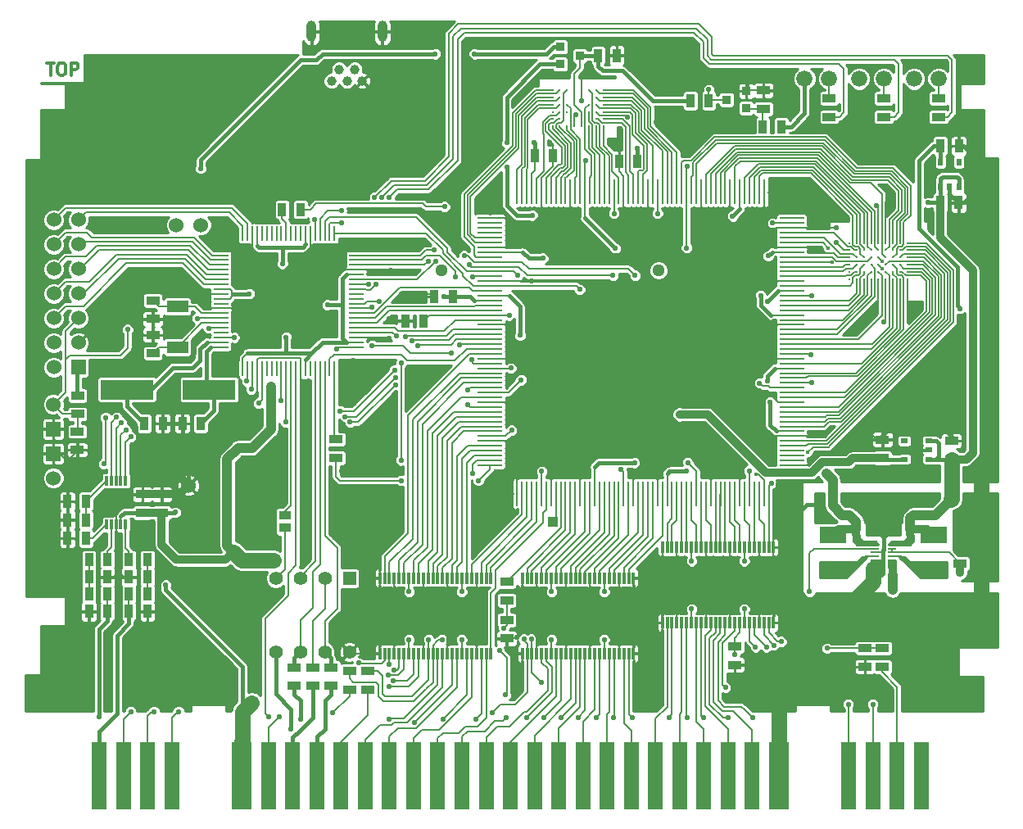
<source format=gtl>
G04 (created by PCBNEW-RS274X (2010-12-16 BZR 2663)-testing) date Thu 06 Jan 2011 05:59:49 PM CET*
G01*
G70*
G90*
%MOIN*%
G04 Gerber Fmt 3.4, Leading zero omitted, Abs format*
%FSLAX34Y34*%
G04 APERTURE LIST*
%ADD10C,0.008000*%
%ADD11C,0.012000*%
%ADD12R,0.011800X0.047200*%
%ADD13R,0.030000X0.020000*%
%ADD14R,0.020000X0.030000*%
%ADD15R,0.059000X0.009800*%
%ADD16R,0.009800X0.059000*%
%ADD17R,0.010000X0.100000*%
%ADD18R,0.100000X0.010000*%
%ADD19R,0.036000X0.036000*%
%ADD20R,0.086600X0.051200*%
%ADD21R,0.060000X0.060000*%
%ADD22C,0.060000*%
%ADD23C,0.039400*%
%ADD24O,0.039400X0.086600*%
%ADD25O,0.011400X0.011400*%
%ADD26R,0.011800X0.039300*%
%ADD27R,0.055000X0.035000*%
%ADD28R,0.035000X0.055000*%
%ADD29C,0.051200*%
%ADD30R,0.039300X0.007900*%
%ADD31R,0.035400X0.007900*%
%ADD32R,0.035400X0.007800*%
%ADD33R,0.039400X0.039400*%
%ADD34R,0.050000X0.038000*%
%ADD35R,0.055000X0.055000*%
%ADD36C,0.055000*%
%ADD37R,0.059100X0.275600*%
%ADD38R,0.078700X0.275600*%
%ADD39R,0.110000X0.070000*%
%ADD40C,0.066000*%
%ADD41R,0.216600X0.078700*%
%ADD42C,0.021800*%
%ADD43C,0.035000*%
%ADD44C,0.015700*%
%ADD45C,0.032000*%
%ADD46C,0.016000*%
%ADD47C,0.040000*%
%ADD48C,0.064000*%
%ADD49C,0.005900*%
%ADD50C,0.006000*%
%ADD51C,0.010000*%
G04 APERTURE END LIST*
G54D10*
G54D11*
X38246Y-23602D02*
X38531Y-23602D01*
X38388Y-24102D02*
X38388Y-23602D01*
X38793Y-23602D02*
X38889Y-23602D01*
X38936Y-23626D01*
X38984Y-23674D01*
X39008Y-23769D01*
X39008Y-23936D01*
X38984Y-24031D01*
X38936Y-24079D01*
X38889Y-24102D01*
X38793Y-24102D01*
X38746Y-24079D01*
X38698Y-24031D01*
X38674Y-23936D01*
X38674Y-23769D01*
X38698Y-23674D01*
X38746Y-23626D01*
X38793Y-23602D01*
X39222Y-24102D02*
X39222Y-23602D01*
X39413Y-23602D01*
X39460Y-23626D01*
X39484Y-23650D01*
X39508Y-23698D01*
X39508Y-23769D01*
X39484Y-23817D01*
X39460Y-23840D01*
X39413Y-23864D01*
X39222Y-23864D01*
G54D12*
X51787Y-47635D03*
X51984Y-47635D03*
X52180Y-47635D03*
X52377Y-47635D03*
X52574Y-47635D03*
X52771Y-47635D03*
X52968Y-47635D03*
X53165Y-47635D03*
X53362Y-47635D03*
X53558Y-47635D03*
X53755Y-47635D03*
X53952Y-47635D03*
X54148Y-47635D03*
X54345Y-47635D03*
X54542Y-47635D03*
X54738Y-47635D03*
X54935Y-47635D03*
X55132Y-47635D03*
X55329Y-47635D03*
X55526Y-47635D03*
X55723Y-47635D03*
X55920Y-47635D03*
X56116Y-47635D03*
X56313Y-47635D03*
X56313Y-44565D03*
X56116Y-44565D03*
X55920Y-44565D03*
X55723Y-44565D03*
X55526Y-44565D03*
X55329Y-44565D03*
X55132Y-44565D03*
X54935Y-44565D03*
X54738Y-44565D03*
X54542Y-44565D03*
X54345Y-44565D03*
X54148Y-44565D03*
X53952Y-44565D03*
X53755Y-44565D03*
X53558Y-44565D03*
X53362Y-44565D03*
X53165Y-44565D03*
X52968Y-44565D03*
X52771Y-44565D03*
X52574Y-44565D03*
X52377Y-44565D03*
X52180Y-44565D03*
X51984Y-44565D03*
X51787Y-44565D03*
X63287Y-46385D03*
X63484Y-46385D03*
X63680Y-46385D03*
X63877Y-46385D03*
X64074Y-46385D03*
X64271Y-46385D03*
X64468Y-46385D03*
X64665Y-46385D03*
X64862Y-46385D03*
X65058Y-46385D03*
X65255Y-46385D03*
X65452Y-46385D03*
X65648Y-46385D03*
X65845Y-46385D03*
X66042Y-46385D03*
X66238Y-46385D03*
X66435Y-46385D03*
X66632Y-46385D03*
X66829Y-46385D03*
X67026Y-46385D03*
X67223Y-46385D03*
X67420Y-46385D03*
X67616Y-46385D03*
X67813Y-46385D03*
X67813Y-43315D03*
X67616Y-43315D03*
X67420Y-43315D03*
X67223Y-43315D03*
X67026Y-43315D03*
X66829Y-43315D03*
X66632Y-43315D03*
X66435Y-43315D03*
X66238Y-43315D03*
X66042Y-43315D03*
X65845Y-43315D03*
X65648Y-43315D03*
X65452Y-43315D03*
X65255Y-43315D03*
X65058Y-43315D03*
X64862Y-43315D03*
X64665Y-43315D03*
X64468Y-43315D03*
X64271Y-43315D03*
X64074Y-43315D03*
X63877Y-43315D03*
X63680Y-43315D03*
X63484Y-43315D03*
X63287Y-43315D03*
X57587Y-47635D03*
X57784Y-47635D03*
X57980Y-47635D03*
X58177Y-47635D03*
X58374Y-47635D03*
X58571Y-47635D03*
X58768Y-47635D03*
X58965Y-47635D03*
X59162Y-47635D03*
X59358Y-47635D03*
X59555Y-47635D03*
X59752Y-47635D03*
X59948Y-47635D03*
X60145Y-47635D03*
X60342Y-47635D03*
X60538Y-47635D03*
X60735Y-47635D03*
X60932Y-47635D03*
X61129Y-47635D03*
X61326Y-47635D03*
X61523Y-47635D03*
X61720Y-47635D03*
X61916Y-47635D03*
X62113Y-47635D03*
X62113Y-44565D03*
X61916Y-44565D03*
X61720Y-44565D03*
X61523Y-44565D03*
X61326Y-44565D03*
X61129Y-44565D03*
X60932Y-44565D03*
X60735Y-44565D03*
X60538Y-44565D03*
X60342Y-44565D03*
X60145Y-44565D03*
X59948Y-44565D03*
X59752Y-44565D03*
X59555Y-44565D03*
X59358Y-44565D03*
X59162Y-44565D03*
X58965Y-44565D03*
X58768Y-44565D03*
X58571Y-44565D03*
X58374Y-44565D03*
X58177Y-44565D03*
X57980Y-44565D03*
X57784Y-44565D03*
X57587Y-44565D03*
G54D13*
X74145Y-39733D03*
X74145Y-38983D03*
X73145Y-39733D03*
X74145Y-39358D03*
X73145Y-38983D03*
G54D14*
X74605Y-28635D03*
X75355Y-28635D03*
X74605Y-27635D03*
X74980Y-28635D03*
X75355Y-27635D03*
G54D15*
X45320Y-31430D03*
X45320Y-31627D03*
X45320Y-31824D03*
X45320Y-32021D03*
X45320Y-32218D03*
X45320Y-32415D03*
X45320Y-32612D03*
X45320Y-32808D03*
X45320Y-33005D03*
X45320Y-33202D03*
X45320Y-33398D03*
X45320Y-33595D03*
X45320Y-33792D03*
X45320Y-33988D03*
X45320Y-34185D03*
X45320Y-34382D03*
X45320Y-34579D03*
X45320Y-34776D03*
X45320Y-34973D03*
X45320Y-35170D03*
G54D16*
X46205Y-36055D03*
X46402Y-36055D03*
X46599Y-36055D03*
X46796Y-36055D03*
X46993Y-36055D03*
X47190Y-36055D03*
X47387Y-36055D03*
X47583Y-36055D03*
X47780Y-36055D03*
X47977Y-36055D03*
X48173Y-36055D03*
X48370Y-36055D03*
X48567Y-36055D03*
X48763Y-36055D03*
X48960Y-36055D03*
X49157Y-36055D03*
X49354Y-36055D03*
X49551Y-36055D03*
X49748Y-36055D03*
X49945Y-36055D03*
G54D15*
X50830Y-35170D03*
X50830Y-34973D03*
X50830Y-34776D03*
X50830Y-34579D03*
X50830Y-34382D03*
X50830Y-34185D03*
X50830Y-33988D03*
X50830Y-33792D03*
X50830Y-33595D03*
X50830Y-33398D03*
X50830Y-33202D03*
X50830Y-33005D03*
X50830Y-32808D03*
X50830Y-32612D03*
X50830Y-32415D03*
X50830Y-32218D03*
X50830Y-32021D03*
X50830Y-31824D03*
X50830Y-31627D03*
X50830Y-31430D03*
G54D16*
X49945Y-30545D03*
X49748Y-30545D03*
X49551Y-30545D03*
X49354Y-30545D03*
X49157Y-30545D03*
X48960Y-30545D03*
X48763Y-30545D03*
X48567Y-30545D03*
X48370Y-30545D03*
X48173Y-30545D03*
X47977Y-30545D03*
X47780Y-30545D03*
X47583Y-30545D03*
X47387Y-30545D03*
X47190Y-30545D03*
X46993Y-30545D03*
X46796Y-30545D03*
X46599Y-30545D03*
X46402Y-30545D03*
X46205Y-30545D03*
G54D17*
X67423Y-28850D03*
X67226Y-28850D03*
X67029Y-28850D03*
X66832Y-28850D03*
X66635Y-28850D03*
X66438Y-28850D03*
X66241Y-28850D03*
X66044Y-28850D03*
X65847Y-28850D03*
X65650Y-28850D03*
X65453Y-28850D03*
X65256Y-28850D03*
X65059Y-28850D03*
X64862Y-28850D03*
X64665Y-28850D03*
X64468Y-28850D03*
X64271Y-28850D03*
X64074Y-28850D03*
X63877Y-28850D03*
X63680Y-28850D03*
X63483Y-28850D03*
X63286Y-28850D03*
X63089Y-28850D03*
X62892Y-28850D03*
X62695Y-28850D03*
X62498Y-28850D03*
X62301Y-28850D03*
X62104Y-28850D03*
X61907Y-28850D03*
X61710Y-28850D03*
X61513Y-28850D03*
X61316Y-28850D03*
X61119Y-28850D03*
X60922Y-28850D03*
X60725Y-28850D03*
X60528Y-28850D03*
X60331Y-28850D03*
X60134Y-28850D03*
X59937Y-28850D03*
X59740Y-28850D03*
X59543Y-28850D03*
X59346Y-28850D03*
X59149Y-28850D03*
X58952Y-28850D03*
X58755Y-28850D03*
X58558Y-28850D03*
X58361Y-28850D03*
X58164Y-28850D03*
X57967Y-28850D03*
X57770Y-28850D03*
X57573Y-28850D03*
X57376Y-28850D03*
G54D18*
X56270Y-29927D03*
X56270Y-30124D03*
X56270Y-30321D03*
X56270Y-30518D03*
X56270Y-30715D03*
X56270Y-30912D03*
X56270Y-31109D03*
X56270Y-31306D03*
X56270Y-31503D03*
X56270Y-31700D03*
X56270Y-31897D03*
X56270Y-32094D03*
X56270Y-32291D03*
X56270Y-32488D03*
X56270Y-32685D03*
X56270Y-32882D03*
X56270Y-33079D03*
X56270Y-33276D03*
X56270Y-33473D03*
X56270Y-33670D03*
X56270Y-33867D03*
X56270Y-34064D03*
X56270Y-34261D03*
X56270Y-34458D03*
X56270Y-34655D03*
X56270Y-34852D03*
X56270Y-35049D03*
X56270Y-35246D03*
X56270Y-35443D03*
X56270Y-35640D03*
X56270Y-35837D03*
X56270Y-36034D03*
X56270Y-36231D03*
X56270Y-36428D03*
X56270Y-36625D03*
X56270Y-36822D03*
X56270Y-37019D03*
X56270Y-37216D03*
X56270Y-37413D03*
X56270Y-37610D03*
X56270Y-37807D03*
X56270Y-38004D03*
X56270Y-38201D03*
X56270Y-38398D03*
X56270Y-38595D03*
X56270Y-38792D03*
X56270Y-38989D03*
X56270Y-39186D03*
X56270Y-39383D03*
X56270Y-39580D03*
X56270Y-39777D03*
X56270Y-39974D03*
G54D17*
X57377Y-41130D03*
X57574Y-41130D03*
X57771Y-41130D03*
X57968Y-41130D03*
X58165Y-41130D03*
X58362Y-41130D03*
X58559Y-41130D03*
X58756Y-41130D03*
X58953Y-41130D03*
X59150Y-41130D03*
X59347Y-41130D03*
X59544Y-41130D03*
X59741Y-41130D03*
X59938Y-41130D03*
X60135Y-41130D03*
X60332Y-41130D03*
X60529Y-41130D03*
X60726Y-41130D03*
X60923Y-41130D03*
X61120Y-41130D03*
X61317Y-41130D03*
X61514Y-41130D03*
X61711Y-41130D03*
X61908Y-41130D03*
X62105Y-41130D03*
X62302Y-41130D03*
X62499Y-41130D03*
X62696Y-41130D03*
X62893Y-41130D03*
X63090Y-41130D03*
X63287Y-41130D03*
X63484Y-41130D03*
X63681Y-41130D03*
X63878Y-41130D03*
X64075Y-41130D03*
X64272Y-41130D03*
X64469Y-41130D03*
X64666Y-41130D03*
X64863Y-41130D03*
X65060Y-41130D03*
X65257Y-41130D03*
X65454Y-41130D03*
X65651Y-41130D03*
X65848Y-41130D03*
X66045Y-41130D03*
X66242Y-41130D03*
X66439Y-41130D03*
X66636Y-41130D03*
X66833Y-41130D03*
X67030Y-41130D03*
X67227Y-41130D03*
X67424Y-41130D03*
G54D18*
X68550Y-39973D03*
X68550Y-39776D03*
X68550Y-39579D03*
X68550Y-39382D03*
X68550Y-39185D03*
X68550Y-38988D03*
X68550Y-38791D03*
X68550Y-38594D03*
X68550Y-38397D03*
X68550Y-38200D03*
X68550Y-38003D03*
X68550Y-37806D03*
X68550Y-37609D03*
X68550Y-37412D03*
X68550Y-37215D03*
X68550Y-37018D03*
X68550Y-36821D03*
X68550Y-36624D03*
X68550Y-36427D03*
X68550Y-36230D03*
X68550Y-36033D03*
X68550Y-35836D03*
X68550Y-35639D03*
X68550Y-35442D03*
X68550Y-35245D03*
X68550Y-35048D03*
X68550Y-34851D03*
X68550Y-34654D03*
X68550Y-34457D03*
X68550Y-34260D03*
X68550Y-34063D03*
X68550Y-33866D03*
X68550Y-33669D03*
X68550Y-33472D03*
X68550Y-33275D03*
X68550Y-33078D03*
X68550Y-32881D03*
X68550Y-32684D03*
X68550Y-32487D03*
X68550Y-32290D03*
X68550Y-32093D03*
X68550Y-31896D03*
X68550Y-31699D03*
X68550Y-31502D03*
X68550Y-31305D03*
X68550Y-31108D03*
X68550Y-30911D03*
X68550Y-30714D03*
X68550Y-30517D03*
X68550Y-30320D03*
X68550Y-30123D03*
X68550Y-29926D03*
G54D19*
X59128Y-23657D03*
X59128Y-22957D03*
X59928Y-23307D03*
G54D20*
X43550Y-33523D03*
X43550Y-35177D03*
G54D21*
X38500Y-38500D03*
G54D22*
X38500Y-37500D03*
G54D23*
X50135Y-23864D03*
X50450Y-24336D03*
X50765Y-23864D03*
X51080Y-24336D03*
X49820Y-24336D03*
G54D24*
X49013Y-22328D03*
X51887Y-22328D03*
G54D19*
X66700Y-24750D03*
X66700Y-25450D03*
X65900Y-25100D03*
G54D21*
X38500Y-39500D03*
G54D22*
X38500Y-40500D03*
X44000Y-40800D03*
X44500Y-30200D03*
X43500Y-30200D03*
G54D25*
X73260Y-30932D03*
X72964Y-30932D03*
X72669Y-30932D03*
X72374Y-30932D03*
X72079Y-30932D03*
X71784Y-30932D03*
X71489Y-30932D03*
X71194Y-30932D03*
X70898Y-30932D03*
X73260Y-31228D03*
X72964Y-31228D03*
X72669Y-31228D03*
X72374Y-31228D03*
X72079Y-31228D03*
X71784Y-31228D03*
X71489Y-31228D03*
X71194Y-31228D03*
X70898Y-31228D03*
X73260Y-31523D03*
X72964Y-31523D03*
X72669Y-31523D03*
X72374Y-31523D03*
X72079Y-31523D03*
X71784Y-31523D03*
X71489Y-31523D03*
X71194Y-31523D03*
X70898Y-31523D03*
X73260Y-31817D03*
X72964Y-31817D03*
X72669Y-31817D03*
X72374Y-31817D03*
X72079Y-31817D03*
X71784Y-31817D03*
X71489Y-31817D03*
X71194Y-31817D03*
X70898Y-31817D03*
X73260Y-32112D03*
X72964Y-32112D03*
X72669Y-32112D03*
X72374Y-32112D03*
X72079Y-32112D03*
X71784Y-32112D03*
X71489Y-32112D03*
X71194Y-32112D03*
X70898Y-32112D03*
X73260Y-32408D03*
X72964Y-32408D03*
X72669Y-32408D03*
X72374Y-32408D03*
X72079Y-32408D03*
X71784Y-32408D03*
X71489Y-32408D03*
X71194Y-32408D03*
X70898Y-32408D03*
X58817Y-26188D03*
X59112Y-26188D03*
X59408Y-26188D03*
X59703Y-26188D03*
X59997Y-26188D03*
X60292Y-26188D03*
X60588Y-26188D03*
X60883Y-26188D03*
X58817Y-25892D03*
X59112Y-25892D03*
X60588Y-25892D03*
X60883Y-25892D03*
X58817Y-25597D03*
X59112Y-25597D03*
X59408Y-25597D03*
X60292Y-25597D03*
X60588Y-25597D03*
X60883Y-25597D03*
X58817Y-25303D03*
X59112Y-25303D03*
X59408Y-25303D03*
X60292Y-25303D03*
X60588Y-25303D03*
X60883Y-25303D03*
X58817Y-25008D03*
X59112Y-25008D03*
X60588Y-25008D03*
X60883Y-25008D03*
X58817Y-24712D03*
X59112Y-24712D03*
X59408Y-24712D03*
X59703Y-24712D03*
X59997Y-24712D03*
X60292Y-24712D03*
X60588Y-24712D03*
X60883Y-24712D03*
G54D26*
X41443Y-40615D03*
X41246Y-40615D03*
X41050Y-40615D03*
X40854Y-40615D03*
X40657Y-40615D03*
X40657Y-42385D03*
X40854Y-42385D03*
X41050Y-42385D03*
X41246Y-42385D03*
X41443Y-42385D03*
G54D21*
X39516Y-35992D03*
G54D22*
X38516Y-35992D03*
X39516Y-34992D03*
X38516Y-34992D03*
X39516Y-33992D03*
X38516Y-33992D03*
X39516Y-32992D03*
X38516Y-32992D03*
X39516Y-31992D03*
X38516Y-31992D03*
X39516Y-30992D03*
X38516Y-30992D03*
X39516Y-29992D03*
X38516Y-29992D03*
G54D27*
X49050Y-48200D03*
X49050Y-48950D03*
X42913Y-41910D03*
X42913Y-41160D03*
X70075Y-25800D03*
X70075Y-25050D03*
X39475Y-38600D03*
X39475Y-39350D03*
X39488Y-37895D03*
X39488Y-37145D03*
G54D28*
X72650Y-44450D03*
X71900Y-44450D03*
X71175Y-42575D03*
X71925Y-42575D03*
G54D27*
X75400Y-43975D03*
X75400Y-43225D03*
G54D28*
X73375Y-42575D03*
X72625Y-42575D03*
G54D27*
X72245Y-39683D03*
X72245Y-38933D03*
G54D28*
X74605Y-26985D03*
X75355Y-26985D03*
G54D27*
X75051Y-39735D03*
X75051Y-38985D03*
G54D28*
X74595Y-29295D03*
X75345Y-29295D03*
X60675Y-23300D03*
X61425Y-23300D03*
G54D27*
X42126Y-41910D03*
X42126Y-41160D03*
G54D28*
X54755Y-33115D03*
X54005Y-33115D03*
X62275Y-27600D03*
X61525Y-27600D03*
X58094Y-27377D03*
X58844Y-27377D03*
X53565Y-34100D03*
X52815Y-34100D03*
G54D27*
X42550Y-33275D03*
X42550Y-34025D03*
G54D28*
X44500Y-38275D03*
X43750Y-38275D03*
X42200Y-38275D03*
X42950Y-38275D03*
X67375Y-26200D03*
X68125Y-26200D03*
G54D27*
X67400Y-25475D03*
X67400Y-24725D03*
G54D28*
X64425Y-25150D03*
X65175Y-25150D03*
G54D27*
X74525Y-25800D03*
X74525Y-25050D03*
X72300Y-25800D03*
X72300Y-25050D03*
G54D28*
X47814Y-29567D03*
X48564Y-29567D03*
G54D27*
X50000Y-39675D03*
X50000Y-38925D03*
G54D28*
X39825Y-41450D03*
X39075Y-41450D03*
X39825Y-42200D03*
X39075Y-42200D03*
X39825Y-42950D03*
X39075Y-42950D03*
X41575Y-45925D03*
X42325Y-45925D03*
X40700Y-45225D03*
X39950Y-45225D03*
X39950Y-44525D03*
X40700Y-44525D03*
X39950Y-43825D03*
X40700Y-43825D03*
X42325Y-43825D03*
X41575Y-43825D03*
X40700Y-45925D03*
X39950Y-45925D03*
X42325Y-44525D03*
X41575Y-44525D03*
X41575Y-45225D03*
X42325Y-45225D03*
G54D27*
X42550Y-35425D03*
X42550Y-34675D03*
G54D29*
X54314Y-32049D03*
X63133Y-32049D03*
G54D30*
X71940Y-43211D03*
G54D31*
X71921Y-43368D03*
X71921Y-43525D03*
X71921Y-43682D03*
X71921Y-43839D03*
G54D32*
X72629Y-43839D03*
X72629Y-43682D03*
X72629Y-43525D03*
X72629Y-43368D03*
X72629Y-43211D03*
G54D27*
X56950Y-46275D03*
X56950Y-47025D03*
X56950Y-44725D03*
X56950Y-45475D03*
G54D33*
X58825Y-42275D03*
G54D34*
X47925Y-42025D03*
X47925Y-42525D03*
G54D35*
X50550Y-44575D03*
G54D36*
X49550Y-44575D03*
X48550Y-44575D03*
X47550Y-44575D03*
X47550Y-47575D03*
X48550Y-47575D03*
X49550Y-47575D03*
X50550Y-47575D03*
G54D27*
X49800Y-48200D03*
X49800Y-48950D03*
X48300Y-48950D03*
X48300Y-48200D03*
X72225Y-47425D03*
X72225Y-48175D03*
X51300Y-48350D03*
X51300Y-49100D03*
X50550Y-48350D03*
X50550Y-49100D03*
X66225Y-47350D03*
X66225Y-48100D03*
X71525Y-47425D03*
X71525Y-48175D03*
G54D37*
X73832Y-52597D03*
X72848Y-52597D03*
X71864Y-52597D03*
X70880Y-52597D03*
G54D38*
X68025Y-52597D03*
G54D37*
X66943Y-52597D03*
X65958Y-52597D03*
X64974Y-52597D03*
X63990Y-52597D03*
X63006Y-52597D03*
X62021Y-52597D03*
X61037Y-52597D03*
X60053Y-52597D03*
X59069Y-52597D03*
X58084Y-52597D03*
X57100Y-52597D03*
X56116Y-52597D03*
X55131Y-52597D03*
X54147Y-52597D03*
X53163Y-52597D03*
X52179Y-52597D03*
X51194Y-52597D03*
X50210Y-52597D03*
X49226Y-52597D03*
X48242Y-52597D03*
X47257Y-52597D03*
G54D38*
X46175Y-52597D03*
G54D37*
X43320Y-52597D03*
X42336Y-52597D03*
X41352Y-52597D03*
X40368Y-52597D03*
G54D39*
X74325Y-44225D03*
X74325Y-42825D03*
X70225Y-42825D03*
X70225Y-44225D03*
G54D40*
X71300Y-24250D03*
X72300Y-24250D03*
X73525Y-24250D03*
X74525Y-24250D03*
X69075Y-24250D03*
X70075Y-24250D03*
G54D41*
X41502Y-36900D03*
X44848Y-36900D03*
G54D42*
X54400Y-33100D03*
G54D43*
X69961Y-40315D03*
G54D42*
X55350Y-36925D03*
X69375Y-33075D03*
X69375Y-36625D03*
X75412Y-33600D03*
X72297Y-34135D03*
G54D43*
X64003Y-37908D03*
G54D42*
X64300Y-27800D03*
X60150Y-27575D03*
X57501Y-34686D03*
X67243Y-36634D03*
X61374Y-31157D03*
X64272Y-31129D03*
X57540Y-36505D03*
X67550Y-33325D03*
X62275Y-27070D03*
X64325Y-39875D03*
X62150Y-39875D03*
X72000Y-29425D03*
G54D43*
X47350Y-36775D03*
G54D42*
X64475Y-43875D03*
X66625Y-43875D03*
X60925Y-45125D03*
X58775Y-45125D03*
X49650Y-33450D03*
X55125Y-45125D03*
X52975Y-45125D03*
X66825Y-40200D03*
X58425Y-31550D03*
X66142Y-29842D03*
X56950Y-27850D03*
X74094Y-29291D03*
X46478Y-32998D03*
X43465Y-41890D03*
X47825Y-31775D03*
X56950Y-26860D03*
X57050Y-33875D03*
G54D43*
X75025Y-41375D03*
X75050Y-40900D03*
X75050Y-40425D03*
G54D42*
X58070Y-26860D03*
X47976Y-34771D03*
X63090Y-29731D03*
X61317Y-29731D03*
X57991Y-29803D03*
X67598Y-31457D03*
X67283Y-33071D03*
X67559Y-36535D03*
X67677Y-37402D03*
X57125Y-36025D03*
X64275Y-40225D03*
X61600Y-40150D03*
X58375Y-40225D03*
X57150Y-38550D03*
G54D43*
X47450Y-43850D03*
X46950Y-43850D03*
X46450Y-43850D03*
G54D42*
X58775Y-47075D03*
X55125Y-47075D03*
X52975Y-47075D03*
X64475Y-45825D03*
X66625Y-45825D03*
X60925Y-47075D03*
X69275Y-45125D03*
X43075Y-44850D03*
G54D43*
X46575Y-49646D03*
X75400Y-44350D03*
X72650Y-45050D03*
X46200Y-50525D03*
X46200Y-50025D03*
G54D42*
X54040Y-23240D03*
X55640Y-23240D03*
X44500Y-27900D03*
X44825Y-34400D03*
X65175Y-24691D03*
X61866Y-25809D03*
X41525Y-34450D03*
X44350Y-34000D03*
X56650Y-47525D03*
X56900Y-49325D03*
X65850Y-49025D03*
X66225Y-47675D03*
X57650Y-47050D03*
X56350Y-50050D03*
X57950Y-47050D03*
X58375Y-48800D03*
X53775Y-47075D03*
X57750Y-50250D03*
X58450Y-50250D03*
X65950Y-50250D03*
X66950Y-50250D03*
X59150Y-50250D03*
X59850Y-50250D03*
X60600Y-50250D03*
X61300Y-50250D03*
X62050Y-50250D03*
X63550Y-50250D03*
X64300Y-50250D03*
X64950Y-50250D03*
X54325Y-47075D03*
X55700Y-50300D03*
X54350Y-50300D03*
X53200Y-50450D03*
X52150Y-50300D03*
X52325Y-48750D03*
X43600Y-50000D03*
X52150Y-48975D03*
X52350Y-48300D03*
X42600Y-50000D03*
X52125Y-48525D03*
X50925Y-48025D03*
X52150Y-48075D03*
X41650Y-50000D03*
X67075Y-47375D03*
X71850Y-49700D03*
X67525Y-47375D03*
X67825Y-47300D03*
X70000Y-47425D03*
X68125Y-47150D03*
X40350Y-50200D03*
X52650Y-40600D03*
X55800Y-40600D03*
X48175Y-50700D03*
X47953Y-38228D03*
X41457Y-38543D03*
X41275Y-38250D03*
X50375Y-38000D03*
X52425Y-36400D03*
X53100Y-34925D03*
X41075Y-38025D03*
X50175Y-37775D03*
X52400Y-36100D03*
X52825Y-34750D03*
X53325Y-35100D03*
X52425Y-36700D03*
X50575Y-38225D03*
X41654Y-38819D03*
X51750Y-33300D03*
X55350Y-37505D03*
X55550Y-40325D03*
X52650Y-39775D03*
X52650Y-35825D03*
X52450Y-34725D03*
X48550Y-50325D03*
G54D43*
X40125Y-37125D03*
X42450Y-36200D03*
X65500Y-34000D03*
X65500Y-31550D03*
X65500Y-35500D03*
X66500Y-35500D03*
X64500Y-37500D03*
X65500Y-37000D03*
X66375Y-39800D03*
G54D42*
X61550Y-26775D03*
G54D43*
X64200Y-27300D03*
X63100Y-26000D03*
X48750Y-43200D03*
X72992Y-47008D03*
X75000Y-45512D03*
X72125Y-48800D03*
G54D42*
X57375Y-46975D03*
G54D43*
X75000Y-47000D03*
X75000Y-49000D03*
X76500Y-47000D03*
X76500Y-45500D03*
X76260Y-44449D03*
X50700Y-35775D03*
X50000Y-31325D03*
G54D42*
X52300Y-35775D03*
G54D43*
X52300Y-37400D03*
X50700Y-38700D03*
X52300Y-38700D03*
X50300Y-40200D03*
X53000Y-37100D03*
X50700Y-37400D03*
X51300Y-44600D03*
G54D42*
X69150Y-29025D03*
G54D43*
X46600Y-47700D03*
X50000Y-42875D03*
X52480Y-42441D03*
X55800Y-42700D03*
X50000Y-41000D03*
X52500Y-41000D03*
X44800Y-44300D03*
X46600Y-44500D03*
X46400Y-43200D03*
X44800Y-43200D03*
X44025Y-45125D03*
X44800Y-47700D03*
G54D42*
X52150Y-34800D03*
G54D43*
X41800Y-48900D03*
X41800Y-46800D03*
X38400Y-48800D03*
X38400Y-49700D03*
X40725Y-49700D03*
X43125Y-46025D03*
X66500Y-38400D03*
G54D42*
X57062Y-35640D03*
X57047Y-34843D03*
G54D43*
X58000Y-36000D03*
X57700Y-31000D03*
G54D42*
X66176Y-34258D03*
G54D43*
X68075Y-40750D03*
G54D42*
X65721Y-39102D03*
G54D43*
X69764Y-42087D03*
X69764Y-41575D03*
X68583Y-42165D03*
G54D42*
X70157Y-38465D03*
X52900Y-30875D03*
X52244Y-31024D03*
X57950Y-32475D03*
G54D43*
X61125Y-31525D03*
G54D42*
X60324Y-30604D03*
X58031Y-31260D03*
G54D43*
X65300Y-24140D03*
X52244Y-32126D03*
X76260Y-41378D03*
X76500Y-39500D03*
X76500Y-38000D03*
X76500Y-36500D03*
X76500Y-35000D03*
X75000Y-35000D03*
X73500Y-36500D03*
X72000Y-38000D03*
X74291Y-40276D03*
X72756Y-40276D03*
X71260Y-40276D03*
X71100Y-41400D03*
X73475Y-41400D03*
X72275Y-41975D03*
G54D42*
X74075Y-29902D03*
G54D43*
X76260Y-42913D03*
X56900Y-41800D03*
X66800Y-26100D03*
X66800Y-24140D03*
X60000Y-36000D03*
X64000Y-34000D03*
X62000Y-36000D03*
X64000Y-32000D03*
X60000Y-37000D03*
X62000Y-37000D03*
G54D42*
X52650Y-33025D03*
G54D43*
X48775Y-36775D03*
X55800Y-41000D03*
G54D42*
X58684Y-26838D03*
G54D43*
X38500Y-44700D03*
X48900Y-34700D03*
X48900Y-32500D03*
G54D42*
X52150Y-34025D03*
X64863Y-31126D03*
G54D43*
X47600Y-43200D03*
X65775Y-40275D03*
X67300Y-30825D03*
X68650Y-45925D03*
X68650Y-45500D03*
X68400Y-45100D03*
X60000Y-22700D03*
X63000Y-22700D03*
X58500Y-22700D03*
X55500Y-22700D03*
X57000Y-24000D03*
G54D42*
X60180Y-23920D03*
X73320Y-34140D03*
X57860Y-24500D03*
G54D43*
X42500Y-24000D03*
X45500Y-24000D03*
X56500Y-27000D03*
X54200Y-24000D03*
X55500Y-24000D03*
X55500Y-27500D03*
X54000Y-25500D03*
X53000Y-28000D03*
X51450Y-25500D03*
X51450Y-28000D03*
X49000Y-24000D03*
X46000Y-27000D03*
X47500Y-25500D03*
X49000Y-25500D03*
X47500Y-28000D03*
X45000Y-28000D03*
X49000Y-28000D03*
X42800Y-30300D03*
X40200Y-30300D03*
X44000Y-28000D03*
X41000Y-28000D03*
X42500Y-27000D03*
X39500Y-27000D03*
X44000Y-25500D03*
X41000Y-25500D03*
X52500Y-40200D03*
X63500Y-39400D03*
X63500Y-37500D03*
X66600Y-31600D03*
X58000Y-39800D03*
X57300Y-39100D03*
X64500Y-39400D03*
X75100Y-30500D03*
X71400Y-27400D03*
X67840Y-24140D03*
X70050Y-26350D03*
X73400Y-28000D03*
X47700Y-41300D03*
X47700Y-39200D03*
X46400Y-41300D03*
X46400Y-39900D03*
X54000Y-36200D03*
X47000Y-35000D03*
X47000Y-32500D03*
X41600Y-32100D03*
X43000Y-32100D03*
X40100Y-35000D03*
G54D42*
X57586Y-45603D03*
X70375Y-30325D03*
X70375Y-30924D03*
X71741Y-38647D03*
X71604Y-34141D03*
X72579Y-29062D03*
X46970Y-34380D03*
X49225Y-33025D03*
X47295Y-32174D03*
X66169Y-32487D03*
X66148Y-30954D03*
X61708Y-30510D03*
X58306Y-38605D03*
X59939Y-38682D03*
X63278Y-39109D03*
X64818Y-38451D03*
X66523Y-36931D03*
X59778Y-25702D03*
X59998Y-25143D03*
G54D43*
X55825Y-46100D03*
X52450Y-46100D03*
X57800Y-46100D03*
G54D42*
X45250Y-35575D03*
X44600Y-34675D03*
G54D43*
X68025Y-48800D03*
X68025Y-49800D03*
X68025Y-49300D03*
G54D42*
X54700Y-35400D03*
X51475Y-35100D03*
X51450Y-33550D03*
X55525Y-35675D03*
X70850Y-49700D03*
X47700Y-50200D03*
X49875Y-50050D03*
X56925Y-50250D03*
X56825Y-46600D03*
X50225Y-29625D03*
X51575Y-29075D03*
X51325Y-32625D03*
X46380Y-36550D03*
X46560Y-36880D03*
X50225Y-30100D03*
X51625Y-32625D03*
X51875Y-29075D03*
X47750Y-37350D03*
X52175Y-29075D03*
X40551Y-39921D03*
X40630Y-38031D03*
X46850Y-37450D03*
X45860Y-34780D03*
X50025Y-35250D03*
X67775Y-30125D03*
X54425Y-29450D03*
G54D44*
X69213Y-39449D03*
X67087Y-40354D03*
X70182Y-31714D03*
X72224Y-31963D03*
X70039Y-31134D03*
X72224Y-31668D03*
G54D42*
X57400Y-32250D03*
X59925Y-32825D03*
X54000Y-31225D03*
X55551Y-32323D03*
X54850Y-32325D03*
X55039Y-35079D03*
X53750Y-31675D03*
X55225Y-31450D03*
X62175Y-32250D03*
X55425Y-31825D03*
X54050Y-31675D03*
X61275Y-32250D03*
X47250Y-50200D03*
X69331Y-35472D03*
X67717Y-40709D03*
X49125Y-29975D03*
G54D45*
X71175Y-42575D02*
X70475Y-42575D01*
G54D10*
X71175Y-42575D02*
X71175Y-42950D01*
X71436Y-43211D02*
X71940Y-43211D01*
X71175Y-42950D02*
X71436Y-43211D01*
G54D46*
X54415Y-33115D02*
X54400Y-33100D01*
X54755Y-33115D02*
X54415Y-33115D01*
X54755Y-33115D02*
X55470Y-33115D01*
G54D10*
X55631Y-33276D02*
X56270Y-33276D01*
G54D46*
X55470Y-33115D02*
X55631Y-33276D01*
G54D47*
X70225Y-41625D02*
X70600Y-42000D01*
X70225Y-40575D02*
X70225Y-41625D01*
X70225Y-40575D02*
X69961Y-40315D01*
X71175Y-42275D02*
X71175Y-42575D01*
X70900Y-42000D02*
X71175Y-42275D01*
X70600Y-42000D02*
X70900Y-42000D01*
G54D10*
X56270Y-36822D02*
X55453Y-36822D01*
X55453Y-36822D02*
X55350Y-36925D01*
X68550Y-33078D02*
X69372Y-33078D01*
X69372Y-33078D02*
X69375Y-33075D01*
X68550Y-36624D02*
X69374Y-36624D01*
X69374Y-36624D02*
X69375Y-36625D01*
G54D45*
X70475Y-42575D02*
X70225Y-42825D01*
G54D46*
X74605Y-27635D02*
X74605Y-26985D01*
X74605Y-26985D02*
X74327Y-26985D01*
X75307Y-33495D02*
X75412Y-33600D01*
X75307Y-31913D02*
X75307Y-33495D01*
X73730Y-30336D02*
X75307Y-31913D01*
X73730Y-27582D02*
X73730Y-30336D01*
X74327Y-26985D02*
X73730Y-27582D01*
G54D10*
X72374Y-32408D02*
X72374Y-34058D01*
X72374Y-34058D02*
X72297Y-34135D01*
G54D45*
X70866Y-39843D02*
X69802Y-39843D01*
X67497Y-40276D02*
X65129Y-37908D01*
X65129Y-37908D02*
X64003Y-37908D01*
X71026Y-39683D02*
X70866Y-39843D01*
X71026Y-39683D02*
X72245Y-39683D01*
X69369Y-40276D02*
X67497Y-40276D01*
X69802Y-39843D02*
X69369Y-40276D01*
G54D10*
X64271Y-28850D02*
X64271Y-27829D01*
X64271Y-27829D02*
X64300Y-27800D01*
X60134Y-27591D02*
X60134Y-28850D01*
X60134Y-27591D02*
X60150Y-27575D01*
X57500Y-34685D02*
X57501Y-34686D01*
X56270Y-33079D02*
X57052Y-33079D01*
G54D46*
X57052Y-33079D02*
X57500Y-33527D01*
X57500Y-33527D02*
X57500Y-34685D01*
X73145Y-39733D02*
X72295Y-39733D01*
X72295Y-39733D02*
X72245Y-39683D01*
G54D10*
X68550Y-36821D02*
X67672Y-36821D01*
X67672Y-36821D02*
X67610Y-36759D01*
X67610Y-36759D02*
X67368Y-36759D01*
X67368Y-36759D02*
X67243Y-36634D01*
X60134Y-28850D02*
X60134Y-29917D01*
G54D46*
X60134Y-29917D02*
X61374Y-31157D01*
G54D10*
X64271Y-28850D02*
X64271Y-31128D01*
X64271Y-31128D02*
X64272Y-31129D01*
X56270Y-37019D02*
X57024Y-37019D01*
X57538Y-36505D02*
X57540Y-36505D01*
X57024Y-37019D02*
X57538Y-36505D01*
X68550Y-32881D02*
X67994Y-32881D01*
G54D46*
X67994Y-32881D02*
X67550Y-33325D01*
X62275Y-27600D02*
X62275Y-27070D01*
G54D10*
X64666Y-41130D02*
X64666Y-40216D01*
X64666Y-40216D02*
X64325Y-39875D01*
X60529Y-41130D02*
X60529Y-40046D01*
G54D46*
X60700Y-39875D02*
X62150Y-39875D01*
X60529Y-40046D02*
X60700Y-39875D01*
G54D10*
X72079Y-29504D02*
X72079Y-30932D01*
X72000Y-29425D02*
X72079Y-29504D01*
X50830Y-34973D02*
X50423Y-34973D01*
G54D46*
X49452Y-34973D02*
X50423Y-34973D01*
X50275Y-34825D02*
X50423Y-34973D01*
X50275Y-33453D02*
X50275Y-34825D01*
X49452Y-34973D02*
X49001Y-35424D01*
G54D10*
X57967Y-28850D02*
X57967Y-28108D01*
X58094Y-27981D02*
X58094Y-27377D01*
X57967Y-28108D02*
X58094Y-27981D01*
G54D47*
X46600Y-39275D02*
X47300Y-38575D01*
X45575Y-43250D02*
X45828Y-43503D01*
X46025Y-39275D02*
X45575Y-39725D01*
X45575Y-39725D02*
X45575Y-43250D01*
X46025Y-39275D02*
X46600Y-39275D01*
X47350Y-38525D02*
X47300Y-38575D01*
X47350Y-36775D02*
X47350Y-38525D01*
G54D10*
X64468Y-43315D02*
X64468Y-43793D01*
X64468Y-43793D02*
X64475Y-43875D01*
X66632Y-43315D02*
X66632Y-43793D01*
X66632Y-43793D02*
X66625Y-43875D01*
X60932Y-44565D02*
X60932Y-45043D01*
X60932Y-45043D02*
X60925Y-45125D01*
X58768Y-44565D02*
X58768Y-45043D01*
X58768Y-45043D02*
X58775Y-45125D01*
X50275Y-33450D02*
X50275Y-33453D01*
G54D46*
X49650Y-33450D02*
X50275Y-33450D01*
G54D10*
X55132Y-44565D02*
X55132Y-45043D01*
X55132Y-45043D02*
X55125Y-45125D01*
X52968Y-44565D02*
X52968Y-45093D01*
X52968Y-45093D02*
X52975Y-45125D01*
X73375Y-42575D02*
X73375Y-42950D01*
X73114Y-43211D02*
X72629Y-43211D01*
X73375Y-42950D02*
X73114Y-43211D01*
X66833Y-40208D02*
X66833Y-41130D01*
X66833Y-40208D02*
X66825Y-40200D01*
G54D46*
X57606Y-31306D02*
X57850Y-31550D01*
X57850Y-31550D02*
X58425Y-31550D01*
G54D10*
X56270Y-31306D02*
X57606Y-31306D01*
X66438Y-28850D02*
X66438Y-29546D01*
G54D46*
X66438Y-29546D02*
X66142Y-29842D01*
X57357Y-29803D02*
X56952Y-29398D01*
X56952Y-29398D02*
X56950Y-27850D01*
X57357Y-29803D02*
X57991Y-29803D01*
X74145Y-39733D02*
X74403Y-39733D01*
X74416Y-38983D02*
X74145Y-38983D01*
X74528Y-39095D02*
X74416Y-38983D01*
X74528Y-39608D02*
X74528Y-39095D01*
X74403Y-39733D02*
X74528Y-39608D01*
G54D47*
X73375Y-42575D02*
X73375Y-42125D01*
X73375Y-42125D02*
X73500Y-42000D01*
X73500Y-42000D02*
X74400Y-42000D01*
X74400Y-42000D02*
X75025Y-41375D01*
G54D46*
X74591Y-29291D02*
X74595Y-29295D01*
X74094Y-29291D02*
X74591Y-29291D01*
G54D10*
X45775Y-33100D02*
X45775Y-33070D01*
X45775Y-33070D02*
X45840Y-33005D01*
G54D46*
X46471Y-33005D02*
X45840Y-33005D01*
X46478Y-32998D02*
X46471Y-33005D01*
X42913Y-41910D02*
X43445Y-41910D01*
X43445Y-41910D02*
X43465Y-41890D01*
G54D45*
X42913Y-41910D02*
X42913Y-43228D01*
X45512Y-43819D02*
X45828Y-43503D01*
X43504Y-43819D02*
X45512Y-43819D01*
X42913Y-43228D02*
X43504Y-43819D01*
X42126Y-41910D02*
X42913Y-41910D01*
G54D10*
X41246Y-42385D02*
X41246Y-42061D01*
G54D46*
X41397Y-41910D02*
X42126Y-41910D01*
X41246Y-42061D02*
X41397Y-41910D01*
X47826Y-31100D02*
X47825Y-31775D01*
X69075Y-24250D02*
X69075Y-25650D01*
X69075Y-25650D02*
X68525Y-26200D01*
X68525Y-26200D02*
X68125Y-26200D01*
G54D48*
X46450Y-43850D02*
X46175Y-43850D01*
X46175Y-43850D02*
X45828Y-43503D01*
G54D46*
X59128Y-23657D02*
X58303Y-23657D01*
X58303Y-23657D02*
X56951Y-25009D01*
X56951Y-25009D02*
X56951Y-26859D01*
X56951Y-26859D02*
X56950Y-26860D01*
X39475Y-37132D02*
X39475Y-36033D01*
G54D10*
X39488Y-37145D02*
X39475Y-37132D01*
X39475Y-36033D02*
X39516Y-35992D01*
X56270Y-33867D02*
X53798Y-33867D01*
X53798Y-33867D02*
X53565Y-34100D01*
X56270Y-33867D02*
X57042Y-33867D01*
X57042Y-33867D02*
X57050Y-33875D01*
G54D48*
X75041Y-41359D02*
X75051Y-41359D01*
X75051Y-41359D02*
X75051Y-40900D01*
X75025Y-41375D02*
X75041Y-41359D01*
X75050Y-40900D02*
X75051Y-40900D01*
X75050Y-40425D02*
X75051Y-40425D01*
X75051Y-40900D02*
X75051Y-40425D01*
X75051Y-40425D02*
X75051Y-39735D01*
G54D10*
X45840Y-33005D02*
X45775Y-32940D01*
G54D46*
X58094Y-26884D02*
X58094Y-27377D01*
X58070Y-26860D02*
X58094Y-26884D01*
G54D45*
X74595Y-29295D02*
X74595Y-30715D01*
X74595Y-30715D02*
X75918Y-32038D01*
X75918Y-32038D02*
X75918Y-39475D01*
X75918Y-39475D02*
X75658Y-39735D01*
X75658Y-39735D02*
X75051Y-39735D01*
G54D46*
X74145Y-39733D02*
X75049Y-39733D01*
X75049Y-39733D02*
X75051Y-39735D01*
X75355Y-28635D02*
X75355Y-28328D01*
X75355Y-28328D02*
X75261Y-28234D01*
X75261Y-28234D02*
X74691Y-28234D01*
X74691Y-28234D02*
X74605Y-28320D01*
X74605Y-28320D02*
X74605Y-28635D01*
X74595Y-29295D02*
X74595Y-28645D01*
X74595Y-28645D02*
X74605Y-28635D01*
X47974Y-35424D02*
X47976Y-34771D01*
G54D10*
X46205Y-36055D02*
X46205Y-35623D01*
G54D46*
X46404Y-35424D02*
X47974Y-35424D01*
X47974Y-35424D02*
X49001Y-35424D01*
G54D10*
X46205Y-35623D02*
X46404Y-35424D01*
X63089Y-28850D02*
X63090Y-29731D01*
X61316Y-28850D02*
X61316Y-29730D01*
X61316Y-29730D02*
X61317Y-29731D01*
X57967Y-29779D02*
X57991Y-29803D01*
X68550Y-31305D02*
X67750Y-31305D01*
G54D46*
X67750Y-31305D02*
X67598Y-31457D01*
G54D10*
X68550Y-33866D02*
X67685Y-33866D01*
G54D46*
X67283Y-33464D02*
X67283Y-33071D01*
X67685Y-33866D02*
X67283Y-33464D01*
G54D10*
X68550Y-36033D02*
X67865Y-36033D01*
G54D46*
X67559Y-36339D02*
X67559Y-36535D01*
X67865Y-36033D02*
X67559Y-36339D01*
G54D10*
X68550Y-38594D02*
X67925Y-38594D01*
G54D46*
X67677Y-38346D02*
X67677Y-37402D01*
X67925Y-38594D02*
X67677Y-38346D01*
G54D10*
X56270Y-36034D02*
X57116Y-36034D01*
X57116Y-36034D02*
X57125Y-36025D01*
X63484Y-41130D02*
X63484Y-40316D01*
G54D46*
X63575Y-40225D02*
X64275Y-40225D01*
X63484Y-40316D02*
X63575Y-40225D01*
G54D10*
X61711Y-41130D02*
X61711Y-40261D01*
X61711Y-40261D02*
X61600Y-40150D01*
X58362Y-41130D02*
X58362Y-40238D01*
X58362Y-40238D02*
X58375Y-40225D01*
X56270Y-38792D02*
X56908Y-38792D01*
X56908Y-38792D02*
X57150Y-38550D01*
X48763Y-36055D02*
X48763Y-35662D01*
G54D46*
X48763Y-35662D02*
X49001Y-35424D01*
G54D10*
X50830Y-32218D02*
X50432Y-32218D01*
G54D46*
X50432Y-32218D02*
X50275Y-32375D01*
X50275Y-32375D02*
X50275Y-33453D01*
G54D10*
X48763Y-30545D02*
X48763Y-30987D01*
G54D46*
X46850Y-31100D02*
X46796Y-31046D01*
X48650Y-31100D02*
X47826Y-31100D01*
X47826Y-31100D02*
X46850Y-31100D01*
X48763Y-30987D02*
X48650Y-31100D01*
G54D10*
X46796Y-30545D02*
X46796Y-31046D01*
X45320Y-32808D02*
X45708Y-32808D01*
X45708Y-32808D02*
X45775Y-32875D01*
X45775Y-32875D02*
X45775Y-32940D01*
X45698Y-33202D02*
X45320Y-33202D01*
X45775Y-32940D02*
X45775Y-33100D01*
X45775Y-33100D02*
X45775Y-33125D01*
X45775Y-33125D02*
X45698Y-33202D01*
G54D48*
X46950Y-43850D02*
X47450Y-43850D01*
X46450Y-43850D02*
X46950Y-43850D01*
G54D45*
X73375Y-42575D02*
X74075Y-42575D01*
G54D10*
X74075Y-42575D02*
X74325Y-42825D01*
X58768Y-47635D02*
X58768Y-47082D01*
X58768Y-47082D02*
X58775Y-47075D01*
X55132Y-47635D02*
X55132Y-47107D01*
X55132Y-47107D02*
X55125Y-47075D01*
X52968Y-47635D02*
X52968Y-47107D01*
X52968Y-47107D02*
X52975Y-47075D01*
X64468Y-46385D02*
X64468Y-45907D01*
X64468Y-45907D02*
X64475Y-45825D01*
X66632Y-46385D02*
X66632Y-45907D01*
X66632Y-45907D02*
X66625Y-45825D01*
X60932Y-47635D02*
X60932Y-47157D01*
X60932Y-47157D02*
X60925Y-47075D01*
X72629Y-43839D02*
X72629Y-44004D01*
X72650Y-44025D02*
X72650Y-44450D01*
X72629Y-44004D02*
X72650Y-44025D01*
X72629Y-43525D02*
X74950Y-43525D01*
X74950Y-43525D02*
X75400Y-43975D01*
X71921Y-43368D02*
X69457Y-43368D01*
X69275Y-43550D02*
X69275Y-45125D01*
X69457Y-43368D02*
X69275Y-43550D01*
X72629Y-43525D02*
X72629Y-43368D01*
G54D46*
X46200Y-50025D02*
X46200Y-48175D01*
X46200Y-48175D02*
X43075Y-45050D01*
X43075Y-45050D02*
X43075Y-44850D01*
G54D48*
X46200Y-50025D02*
X46200Y-50021D01*
X46200Y-50021D02*
X46575Y-49646D01*
G54D45*
X75400Y-43975D02*
X75400Y-44350D01*
G54D47*
X72650Y-45050D02*
X72650Y-44450D01*
G54D48*
X46200Y-50525D02*
X46200Y-50025D01*
X46175Y-52597D02*
X46175Y-51225D01*
X46200Y-51200D02*
X46200Y-50525D01*
X46175Y-51225D02*
X46200Y-51200D01*
G54D46*
X59128Y-22957D02*
X58854Y-22957D01*
X44499Y-27561D02*
X44500Y-27900D01*
X48572Y-23488D02*
X44499Y-27561D01*
X49203Y-23488D02*
X48572Y-23488D01*
X49450Y-23241D02*
X49203Y-23488D01*
X54040Y-23240D02*
X49450Y-23241D01*
X58571Y-23240D02*
X55640Y-23240D01*
X58854Y-22957D02*
X58571Y-23240D01*
G54D10*
X44843Y-34382D02*
X44825Y-34400D01*
X45320Y-34382D02*
X44843Y-34382D01*
G54D49*
X60737Y-25745D02*
X61802Y-25745D01*
X60589Y-25597D02*
X60737Y-25745D01*
X60588Y-25597D02*
X60589Y-25597D01*
X65175Y-24691D02*
X65175Y-25150D01*
X61802Y-25745D02*
X61866Y-25809D01*
G54D10*
X65900Y-25100D02*
X65225Y-25100D01*
X65225Y-25100D02*
X65175Y-25150D01*
X71921Y-43682D02*
X71543Y-43682D01*
X71000Y-44225D02*
X70225Y-44225D01*
X71543Y-43682D02*
X71000Y-44225D01*
X72629Y-43682D02*
X73007Y-43682D01*
X73550Y-44225D02*
X74325Y-44225D01*
X73007Y-43682D02*
X73550Y-44225D01*
X41525Y-35000D02*
X41525Y-35200D01*
X45320Y-33988D02*
X44362Y-33988D01*
X44362Y-33988D02*
X44350Y-34000D01*
X41525Y-34450D02*
X41525Y-35000D01*
X39175Y-35500D02*
X39000Y-35675D01*
X41225Y-35500D02*
X39175Y-35500D01*
X41525Y-35200D02*
X41225Y-35500D01*
X39488Y-37895D02*
X39488Y-38587D01*
X39488Y-38587D02*
X39475Y-38600D01*
X39000Y-37000D02*
X39000Y-35675D01*
X39000Y-35675D02*
X39000Y-34508D01*
X39000Y-34508D02*
X39516Y-33992D01*
X38500Y-37500D02*
X38500Y-37516D01*
X38879Y-37895D02*
X39488Y-37895D01*
X38500Y-37516D02*
X38879Y-37895D01*
X39000Y-37000D02*
X38500Y-37500D01*
X56650Y-47525D02*
X56950Y-47825D01*
X56950Y-47825D02*
X56950Y-49000D01*
X56950Y-49275D02*
X56950Y-49000D01*
X56900Y-49325D02*
X56950Y-49275D01*
X65725Y-48500D02*
X65725Y-48900D01*
X66238Y-46385D02*
X66238Y-46712D01*
X65725Y-47225D02*
X65725Y-48500D01*
X66238Y-46712D02*
X65725Y-47225D01*
X65725Y-48900D02*
X65850Y-49025D01*
X66435Y-46385D02*
X66435Y-46790D01*
X66225Y-47000D02*
X66225Y-47350D01*
X66435Y-46790D02*
X66225Y-47000D01*
X66225Y-47675D02*
X66225Y-47350D01*
X57650Y-47050D02*
X57650Y-47125D01*
X57784Y-47635D02*
X57784Y-47309D01*
X57784Y-47309D02*
X57784Y-47259D01*
X57650Y-47125D02*
X57784Y-47259D01*
X57784Y-49216D02*
X57784Y-47635D01*
X57300Y-49700D02*
X57784Y-49216D01*
X56700Y-49700D02*
X57300Y-49700D01*
X56350Y-50050D02*
X56700Y-49700D01*
X57950Y-47050D02*
X57950Y-47100D01*
X57980Y-47635D02*
X57980Y-47130D01*
X57950Y-47100D02*
X57980Y-47130D01*
X57980Y-47635D02*
X57980Y-48405D01*
X57980Y-48405D02*
X58375Y-48800D01*
X53755Y-47170D02*
X53775Y-47075D01*
X53755Y-47170D02*
X53755Y-47635D01*
X51300Y-48350D02*
X51700Y-48350D01*
X53755Y-48720D02*
X53755Y-47635D01*
X53100Y-49375D02*
X53755Y-48720D01*
X52000Y-49375D02*
X53100Y-49375D01*
X51900Y-49275D02*
X52000Y-49375D01*
X51900Y-48550D02*
X51900Y-49275D01*
X51700Y-48350D02*
X51900Y-48550D01*
X58571Y-49429D02*
X58800Y-49200D01*
X57750Y-50250D02*
X58571Y-49429D01*
X58571Y-47946D02*
X58571Y-47635D01*
X58800Y-48175D02*
X58571Y-47946D01*
X58800Y-48750D02*
X58800Y-48175D01*
X58800Y-49200D02*
X58800Y-48750D01*
X59162Y-49538D02*
X59162Y-47635D01*
X58450Y-50250D02*
X59162Y-49538D01*
X65200Y-49500D02*
X65200Y-49700D01*
X65200Y-49500D02*
X65200Y-47025D01*
X65200Y-47025D02*
X65452Y-46773D01*
X65452Y-46385D02*
X65452Y-46773D01*
X65750Y-50250D02*
X65950Y-50250D01*
X65200Y-49700D02*
X65750Y-50250D01*
X66950Y-50250D02*
X66825Y-50125D01*
X65845Y-46880D02*
X65845Y-46385D01*
X65550Y-47175D02*
X65845Y-46880D01*
X65550Y-49550D02*
X65550Y-47175D01*
X65800Y-49800D02*
X65550Y-49550D01*
X66500Y-49800D02*
X65800Y-49800D01*
X66625Y-49925D02*
X66500Y-49800D01*
X66825Y-50125D02*
X66625Y-49925D01*
X66943Y-50743D02*
X66175Y-49975D01*
X66943Y-52597D02*
X66943Y-50743D01*
X65648Y-46827D02*
X65648Y-46385D01*
X65375Y-47100D02*
X65648Y-46827D01*
X65375Y-49625D02*
X65375Y-47100D01*
X65725Y-49975D02*
X65375Y-49625D01*
X66175Y-49975D02*
X65725Y-49975D01*
X65255Y-50005D02*
X65025Y-49775D01*
X65958Y-50708D02*
X65255Y-50005D01*
X65958Y-52597D02*
X65958Y-50708D01*
X65255Y-46695D02*
X65255Y-46385D01*
X65025Y-46925D02*
X65255Y-46695D01*
X65025Y-49775D02*
X65025Y-46925D01*
X64974Y-52597D02*
X64974Y-50724D01*
X64665Y-50415D02*
X64665Y-46385D01*
X64974Y-50724D02*
X64665Y-50415D01*
X63990Y-52597D02*
X63990Y-50110D01*
X64074Y-50026D02*
X64074Y-46385D01*
X63990Y-50110D02*
X64074Y-50026D01*
X63006Y-52597D02*
X63006Y-50294D01*
X63484Y-49816D02*
X63484Y-46385D01*
X63006Y-50294D02*
X63484Y-49816D01*
X61720Y-47635D02*
X61720Y-50470D01*
X62021Y-50771D02*
X61720Y-50470D01*
X62021Y-50771D02*
X62021Y-52597D01*
X61129Y-50021D02*
X61129Y-47635D01*
X61037Y-52597D02*
X61037Y-50113D01*
X61037Y-50113D02*
X61129Y-50021D01*
X60538Y-47635D02*
X60538Y-49912D01*
X60053Y-50397D02*
X60538Y-49912D01*
X60053Y-50397D02*
X60053Y-52597D01*
X59752Y-47635D02*
X59752Y-49648D01*
X59150Y-50250D02*
X59752Y-49648D01*
X59948Y-47635D02*
X59948Y-49802D01*
X59069Y-50681D02*
X59948Y-49802D01*
X59069Y-50681D02*
X59069Y-52597D01*
X59555Y-47635D02*
X59555Y-49495D01*
X58084Y-50966D02*
X59555Y-49495D01*
X58084Y-50966D02*
X58084Y-52597D01*
X58965Y-49385D02*
X58965Y-47635D01*
X57100Y-52597D02*
X57100Y-51250D01*
X57100Y-51250D02*
X58965Y-49385D01*
X57050Y-50600D02*
X57075Y-50600D01*
X56116Y-51034D02*
X56550Y-50600D01*
X56550Y-50600D02*
X57050Y-50600D01*
X56116Y-52597D02*
X56116Y-51034D01*
X58374Y-47999D02*
X58374Y-47635D01*
X58625Y-48250D02*
X58374Y-47999D01*
X58625Y-49150D02*
X58625Y-48250D01*
X57775Y-50000D02*
X58625Y-49150D01*
X57675Y-50000D02*
X57775Y-50000D01*
X57075Y-50600D02*
X57675Y-50000D01*
X60145Y-47635D02*
X60145Y-49955D01*
X59850Y-50250D02*
X60145Y-49955D01*
X60735Y-47635D02*
X60735Y-50115D01*
X60600Y-50250D02*
X60735Y-50115D01*
X61326Y-50224D02*
X61326Y-47635D01*
X61300Y-50250D02*
X61326Y-50224D01*
X61916Y-47635D02*
X61916Y-50116D01*
X62050Y-50250D02*
X61916Y-50116D01*
X63680Y-50120D02*
X63680Y-46385D01*
X63550Y-50250D02*
X63680Y-50120D01*
X64271Y-50221D02*
X64271Y-46385D01*
X64300Y-50250D02*
X64271Y-50221D01*
X64862Y-50162D02*
X64862Y-46385D01*
X64950Y-50250D02*
X64862Y-50162D01*
X54325Y-47075D02*
X54175Y-47075D01*
X53952Y-47298D02*
X54100Y-47150D01*
X53952Y-47635D02*
X53952Y-47298D01*
X54175Y-47075D02*
X54100Y-47150D01*
X50550Y-48350D02*
X50550Y-48650D01*
X53175Y-49575D02*
X53675Y-49075D01*
X53952Y-48798D02*
X53675Y-49075D01*
X53952Y-48798D02*
X53952Y-47635D01*
X52750Y-49575D02*
X53175Y-49575D01*
X51925Y-49575D02*
X52750Y-49575D01*
X51725Y-49375D02*
X51925Y-49575D01*
X51725Y-48900D02*
X51725Y-49375D01*
X51625Y-48800D02*
X51725Y-48900D01*
X50700Y-48800D02*
X51625Y-48800D01*
X50550Y-48650D02*
X50700Y-48800D01*
X55920Y-47635D02*
X55920Y-50080D01*
X55700Y-50300D02*
X55920Y-50080D01*
X55329Y-47635D02*
X55329Y-49321D01*
X54350Y-50300D02*
X55329Y-49321D01*
X54738Y-48912D02*
X53200Y-50450D01*
X54738Y-48912D02*
X54738Y-47635D01*
X54148Y-48902D02*
X54148Y-47635D01*
X52775Y-50275D02*
X54148Y-48902D01*
X52175Y-50275D02*
X52775Y-50275D01*
X52150Y-50300D02*
X52175Y-50275D01*
X54147Y-52597D02*
X54147Y-51089D01*
X55750Y-50600D02*
X56116Y-50234D01*
X56116Y-50234D02*
X56116Y-47635D01*
X55266Y-50600D02*
X55750Y-50600D01*
X55000Y-50866D02*
X55266Y-50600D01*
X54370Y-50866D02*
X55000Y-50866D01*
X54147Y-51089D02*
X54370Y-50866D01*
X55526Y-47635D02*
X55526Y-49424D01*
X53163Y-52597D02*
X53163Y-51087D01*
X54202Y-50748D02*
X55526Y-49424D01*
X53502Y-50748D02*
X54202Y-50748D01*
X53163Y-51087D02*
X53502Y-50748D01*
X54935Y-47635D02*
X54935Y-49015D01*
X52179Y-51021D02*
X52179Y-52597D01*
X53281Y-50669D02*
X54935Y-49015D01*
X52531Y-50669D02*
X53281Y-50669D01*
X52179Y-51021D02*
X52531Y-50669D01*
X54345Y-49005D02*
X54345Y-47635D01*
X51194Y-52597D02*
X51194Y-51156D01*
X52900Y-50450D02*
X54345Y-49005D01*
X52350Y-50450D02*
X52900Y-50450D01*
X52249Y-50551D02*
X52350Y-50450D01*
X51799Y-50551D02*
X52249Y-50551D01*
X51194Y-51156D02*
X51799Y-50551D01*
X52325Y-48750D02*
X52903Y-48750D01*
X52903Y-48750D02*
X53165Y-48488D01*
X53165Y-47635D02*
X53165Y-48488D01*
X53362Y-47635D02*
X53362Y-48566D01*
X53362Y-48566D02*
X52953Y-48975D01*
X43320Y-50230D02*
X43320Y-52597D01*
X43550Y-50000D02*
X43600Y-50000D01*
X43320Y-50230D02*
X43550Y-50000D01*
X52953Y-48975D02*
X52150Y-48975D01*
X52574Y-48226D02*
X52500Y-48300D01*
X52500Y-48300D02*
X52350Y-48300D01*
X52574Y-48226D02*
X52574Y-47635D01*
X42336Y-50164D02*
X42500Y-50000D01*
X42500Y-50000D02*
X42600Y-50000D01*
X42336Y-52597D02*
X42336Y-50164D01*
X52521Y-48525D02*
X52771Y-48275D01*
X52771Y-48275D02*
X52771Y-47635D01*
X52125Y-48525D02*
X52521Y-48525D01*
X50950Y-48050D02*
X50925Y-48025D01*
X51984Y-47916D02*
X51984Y-47635D01*
X51850Y-48050D02*
X51984Y-47916D01*
X51850Y-48050D02*
X50950Y-48050D01*
X41352Y-52597D02*
X41352Y-50298D01*
X52180Y-48045D02*
X52180Y-47635D01*
X52150Y-48075D02*
X52180Y-48045D01*
X41352Y-50298D02*
X41650Y-50000D01*
X67075Y-47375D02*
X66829Y-47129D01*
X66829Y-47129D02*
X66829Y-46385D01*
X71864Y-52597D02*
X71864Y-49714D01*
X71864Y-49714D02*
X71850Y-49700D01*
X67525Y-47375D02*
X67026Y-46876D01*
X67026Y-46876D02*
X67026Y-46385D01*
X67825Y-47300D02*
X67420Y-46895D01*
X67420Y-46385D02*
X67420Y-46895D01*
X70000Y-47425D02*
X71525Y-47425D01*
X72225Y-47425D02*
X71525Y-47425D01*
X67616Y-46385D02*
X67616Y-46791D01*
X67975Y-47150D02*
X68125Y-47150D01*
X67616Y-46791D02*
X67975Y-47150D01*
X40350Y-31225D02*
X44000Y-31225D01*
X39583Y-31992D02*
X40350Y-31225D01*
X45320Y-32021D02*
X44796Y-32021D01*
X44000Y-31225D02*
X44796Y-32021D01*
X39583Y-31992D02*
X39516Y-31992D01*
G54D46*
X40700Y-45925D02*
X40700Y-46300D01*
X40700Y-46300D02*
X40350Y-46650D01*
X40350Y-46650D02*
X40350Y-50200D01*
G54D10*
X40700Y-45225D02*
X40700Y-45925D01*
G54D46*
X41575Y-45925D02*
X41575Y-46425D01*
X40368Y-50805D02*
X40368Y-52597D01*
X41100Y-50073D02*
X40368Y-50805D01*
X41100Y-46900D02*
X41100Y-50073D01*
X41575Y-46425D02*
X41100Y-46900D01*
G54D10*
X41575Y-45225D02*
X41575Y-45925D01*
X55800Y-40600D02*
X56270Y-40130D01*
X56270Y-39974D02*
X56270Y-40130D01*
X50000Y-40450D02*
X50000Y-39675D01*
X50150Y-40600D02*
X50000Y-40450D01*
X52650Y-40600D02*
X50150Y-40600D01*
G54D46*
X49050Y-48950D02*
X49050Y-50250D01*
X49050Y-50250D02*
X48900Y-50400D01*
X48242Y-51058D02*
X48525Y-50775D01*
X48242Y-51058D02*
X48242Y-52597D01*
X48900Y-50400D02*
X48525Y-50775D01*
G54D10*
X49551Y-42851D02*
X49551Y-36055D01*
X50050Y-43350D02*
X49551Y-42851D01*
X50050Y-45800D02*
X50050Y-43350D01*
X49550Y-46300D02*
X50050Y-45800D01*
G54D46*
X49800Y-48200D02*
X49800Y-47825D01*
X49800Y-47825D02*
X49550Y-47575D01*
G54D10*
X49550Y-47575D02*
X49550Y-46300D01*
G54D46*
X48300Y-48200D02*
X48300Y-47825D01*
X48300Y-47825D02*
X48550Y-47575D01*
G54D10*
X49354Y-43996D02*
X49354Y-36055D01*
X49050Y-44300D02*
X49354Y-43996D01*
X49050Y-45775D02*
X49050Y-44300D01*
X48550Y-46275D02*
X49050Y-45775D01*
X48550Y-47575D02*
X48550Y-46275D01*
X47925Y-42525D02*
X47925Y-44200D01*
X47925Y-44200D02*
X47550Y-44575D01*
G54D46*
X48175Y-50700D02*
X48175Y-49900D01*
X48175Y-49900D02*
X47550Y-49275D01*
X47550Y-49275D02*
X47550Y-47575D01*
G54D10*
X48550Y-44575D02*
X48550Y-44500D01*
X49157Y-43893D02*
X49157Y-36055D01*
X48550Y-44500D02*
X49157Y-43893D01*
X41246Y-40615D02*
X41246Y-38754D01*
X47977Y-38204D02*
X47977Y-36055D01*
X47953Y-38228D02*
X47977Y-38204D01*
X41246Y-38754D02*
X41457Y-38543D01*
X54833Y-34655D02*
X54820Y-34655D01*
X56270Y-34655D02*
X54833Y-34655D01*
X41050Y-38475D02*
X41050Y-40615D01*
X41275Y-38250D02*
X41050Y-38475D01*
X50825Y-38000D02*
X50375Y-38000D01*
X52425Y-36400D02*
X50825Y-38000D01*
X53150Y-34875D02*
X53100Y-34925D01*
X54600Y-34875D02*
X53150Y-34875D01*
X54820Y-34655D02*
X54600Y-34875D01*
X52875Y-34700D02*
X54513Y-34700D01*
X40854Y-40615D02*
X40854Y-38246D01*
X41075Y-38025D02*
X40854Y-38246D01*
X50725Y-37775D02*
X50175Y-37775D01*
X52400Y-36100D02*
X50725Y-37775D01*
X52875Y-34700D02*
X52825Y-34750D01*
X54755Y-34458D02*
X56270Y-34458D01*
X54513Y-34700D02*
X54755Y-34458D01*
X54689Y-35075D02*
X53350Y-35075D01*
X54689Y-35075D02*
X54912Y-34852D01*
X56270Y-34852D02*
X54912Y-34852D01*
X52425Y-36700D02*
X50900Y-38225D01*
X50900Y-38225D02*
X50575Y-38225D01*
X41443Y-39030D02*
X41654Y-38819D01*
X41443Y-39030D02*
X41443Y-40615D01*
X53350Y-35075D02*
X53325Y-35100D01*
X58165Y-41130D02*
X58165Y-42285D01*
X56313Y-44137D02*
X56313Y-44565D01*
X58165Y-42285D02*
X56313Y-44137D01*
X58425Y-41900D02*
X58425Y-42325D01*
X58559Y-41766D02*
X58425Y-41900D01*
X58559Y-41130D02*
X58559Y-41766D01*
X56313Y-45162D02*
X56313Y-47635D01*
X56500Y-44975D02*
X56313Y-45162D01*
X56500Y-44250D02*
X56500Y-44975D01*
X58425Y-42325D02*
X56500Y-44250D01*
X51750Y-33300D02*
X51275Y-33300D01*
X55455Y-37610D02*
X55350Y-37505D01*
X56270Y-37610D02*
X55455Y-37610D01*
X51177Y-33398D02*
X50830Y-33398D01*
X51275Y-33300D02*
X51177Y-33398D01*
X50830Y-34579D02*
X52304Y-34579D01*
X55723Y-39777D02*
X56270Y-39777D01*
X55550Y-39950D02*
X55723Y-39777D01*
X55550Y-40325D02*
X55550Y-39950D01*
X52650Y-35825D02*
X52650Y-39775D01*
X52304Y-34579D02*
X52450Y-34725D01*
G54D46*
X49550Y-50700D02*
X49550Y-49550D01*
X49226Y-51024D02*
X49550Y-50700D01*
X49226Y-52597D02*
X49226Y-51024D01*
X49800Y-49300D02*
X49800Y-48950D01*
X49550Y-49550D02*
X49800Y-49300D01*
X48550Y-49750D02*
X48550Y-49550D01*
X48550Y-50325D02*
X48550Y-49750D01*
X48300Y-49300D02*
X48300Y-48950D01*
X48550Y-49550D02*
X48300Y-49300D01*
G54D10*
X39516Y-30992D02*
X39683Y-30992D01*
X44902Y-31627D02*
X45320Y-31627D01*
X44150Y-30875D02*
X44902Y-31627D01*
X39800Y-30875D02*
X44150Y-30875D01*
X39683Y-30992D02*
X39800Y-30875D01*
X45320Y-31430D02*
X44955Y-31430D01*
X38516Y-30984D02*
X38516Y-30992D01*
X39000Y-30500D02*
X38516Y-30984D01*
X39875Y-30500D02*
X39000Y-30500D01*
X40075Y-30700D02*
X39875Y-30500D01*
X44225Y-30700D02*
X40075Y-30700D01*
X44955Y-31430D02*
X44225Y-30700D01*
X54848Y-35725D02*
X52900Y-35725D01*
X49748Y-35652D02*
X49925Y-35475D01*
X54848Y-35725D02*
X55327Y-35246D01*
X56270Y-35246D02*
X55327Y-35246D01*
X49748Y-35652D02*
X49748Y-36055D01*
X52650Y-35475D02*
X49925Y-35475D01*
X52900Y-35725D02*
X52650Y-35475D01*
X57275Y-47025D02*
X57325Y-47025D01*
X56950Y-47025D02*
X57275Y-47025D01*
X57325Y-47025D02*
X57375Y-46975D01*
X57375Y-46975D02*
X57375Y-46925D01*
X57375Y-46925D02*
X57475Y-46825D01*
X58025Y-46825D02*
X57475Y-46825D01*
X58177Y-47277D02*
X58177Y-47635D01*
X58177Y-46977D02*
X58025Y-46825D01*
X58177Y-47277D02*
X58177Y-46977D01*
X59358Y-44565D02*
X59358Y-46100D01*
X46025Y-36350D02*
X46050Y-36375D01*
X45775Y-36100D02*
X46025Y-36350D01*
X45775Y-35575D02*
X45775Y-36100D01*
X46050Y-37575D02*
X46025Y-37575D01*
X46050Y-36375D02*
X46050Y-37575D01*
G54D46*
X40700Y-37650D02*
X40450Y-37650D01*
X43750Y-38775D02*
X42000Y-38775D01*
X41875Y-38650D02*
X42000Y-38775D01*
X41875Y-38425D02*
X41875Y-38650D01*
X41100Y-37650D02*
X41875Y-38425D01*
X40700Y-37650D02*
X41100Y-37650D01*
X40400Y-36075D02*
X40125Y-36350D01*
X40125Y-36350D02*
X40125Y-37125D01*
X40900Y-36075D02*
X40725Y-36075D01*
X40900Y-36075D02*
X41875Y-36075D01*
X40725Y-36075D02*
X40400Y-36075D01*
X40125Y-37325D02*
X40125Y-37125D01*
X40450Y-37650D02*
X40125Y-37325D01*
X41875Y-36075D02*
X42325Y-36075D01*
X42325Y-36075D02*
X42450Y-36200D01*
X43750Y-38275D02*
X43750Y-38775D01*
X43750Y-38275D02*
X42950Y-38275D01*
X44000Y-40800D02*
X44000Y-39025D01*
X44000Y-39025D02*
X43750Y-38775D01*
G54D10*
X46796Y-36055D02*
X46796Y-37114D01*
G54D46*
X46335Y-37575D02*
X46025Y-37575D01*
G54D10*
X46796Y-37114D02*
X46335Y-37575D01*
G54D46*
X45900Y-37575D02*
X45675Y-37575D01*
X46025Y-37575D02*
X45900Y-37575D01*
X44925Y-38325D02*
X45675Y-37575D01*
X44925Y-38625D02*
X44925Y-38325D01*
X44775Y-38775D02*
X44925Y-38625D01*
X43750Y-38775D02*
X44775Y-38775D01*
X42050Y-35700D02*
X42050Y-35900D01*
X42050Y-35900D02*
X41875Y-36075D01*
G54D50*
X64000Y-32000D02*
X64000Y-31925D01*
X65500Y-31550D02*
X65500Y-34000D01*
X65500Y-34000D02*
X65500Y-35500D01*
X65500Y-35500D02*
X66500Y-35500D01*
X65500Y-37000D02*
X65000Y-37000D01*
X65500Y-35500D02*
X65500Y-37000D01*
X65000Y-37000D02*
X64500Y-37500D01*
X64500Y-37500D02*
X63500Y-37500D01*
X64375Y-31550D02*
X65500Y-31550D01*
X64000Y-31925D02*
X64375Y-31550D01*
X66100Y-40076D02*
X66100Y-40075D01*
X66100Y-40075D02*
X66375Y-39800D01*
X65175Y-26325D02*
X65175Y-25900D01*
X65175Y-26325D02*
X64200Y-27300D01*
G54D10*
X57385Y-47635D02*
X57135Y-47635D01*
X57587Y-47635D02*
X57385Y-47635D01*
X56950Y-47450D02*
X56950Y-47025D01*
X57135Y-47635D02*
X56950Y-47450D01*
X55723Y-47635D02*
X55723Y-46202D01*
X55723Y-46202D02*
X55825Y-46100D01*
X71525Y-48175D02*
X71525Y-47925D01*
X72992Y-47708D02*
X72992Y-47008D01*
X72900Y-47800D02*
X72992Y-47708D01*
X71650Y-47800D02*
X72900Y-47800D01*
X71525Y-47925D02*
X71650Y-47800D01*
G54D50*
X72992Y-47008D02*
X74488Y-45512D01*
X74488Y-45512D02*
X75000Y-45512D01*
G54D45*
X72125Y-48800D02*
X71700Y-48800D01*
X71700Y-48800D02*
X68025Y-48800D01*
G54D10*
X66225Y-48100D02*
X67325Y-48100D01*
X67325Y-48100D02*
X68025Y-48800D01*
G54D50*
X71850Y-44725D02*
X71900Y-44450D01*
G54D48*
X76260Y-45260D02*
X76500Y-45500D01*
X76260Y-44449D02*
X76260Y-45260D01*
G54D10*
X50301Y-31024D02*
X52244Y-31024D01*
X50000Y-31325D02*
X50301Y-31024D01*
X50700Y-35775D02*
X52300Y-35775D01*
X50700Y-35775D02*
X50700Y-37400D01*
G54D50*
X69275Y-29625D02*
X69275Y-29150D01*
X69275Y-29150D02*
X69150Y-29025D01*
X69275Y-29625D02*
X67477Y-29625D01*
X70375Y-30325D02*
X69975Y-30325D01*
X69975Y-30325D02*
X69275Y-29625D01*
X67477Y-29625D02*
X67423Y-29679D01*
G54D10*
X51787Y-47635D02*
X50610Y-47635D01*
X50610Y-47635D02*
X50550Y-47575D01*
X50830Y-34776D02*
X52126Y-34776D01*
X52126Y-34776D02*
X52150Y-34800D01*
X68550Y-39973D02*
X69152Y-39973D01*
X70792Y-38933D02*
X72245Y-38933D01*
X70200Y-39525D02*
X70792Y-38933D01*
X69600Y-39525D02*
X70200Y-39525D01*
X69152Y-39973D02*
X69600Y-39525D01*
G54D50*
X49000Y-25500D02*
X51450Y-25500D01*
X38400Y-49700D02*
X38400Y-48800D01*
G54D10*
X38500Y-44700D02*
X39125Y-44700D01*
X39575Y-45925D02*
X39950Y-45925D01*
X39400Y-45750D02*
X39575Y-45925D01*
X39400Y-44975D02*
X39400Y-45750D01*
X39125Y-44700D02*
X39400Y-44975D01*
X41575Y-44525D02*
X41350Y-44525D01*
X41350Y-44525D02*
X41150Y-44325D01*
X41050Y-42385D02*
X41050Y-43275D01*
X40950Y-44525D02*
X40700Y-44525D01*
X41150Y-44325D02*
X40950Y-44525D01*
X41150Y-43375D02*
X41150Y-44325D01*
X41050Y-43275D02*
X41150Y-43375D01*
X42325Y-45925D02*
X43025Y-45925D01*
X43025Y-45925D02*
X43125Y-46025D01*
G54D46*
X72290Y-42910D02*
X72625Y-42575D01*
G54D50*
X75400Y-43225D02*
X75948Y-43225D01*
X75948Y-43225D02*
X76260Y-42913D01*
X71900Y-44450D02*
X71900Y-44225D01*
X71900Y-44225D02*
X71850Y-44175D01*
G54D48*
X68650Y-45925D02*
X70650Y-45925D01*
X71850Y-44725D02*
X71850Y-44175D01*
X70650Y-45925D02*
X71850Y-44725D01*
G54D46*
X71900Y-44450D02*
X72200Y-44450D01*
X72200Y-44450D02*
X72275Y-44375D01*
X72275Y-44375D02*
X72275Y-43850D01*
G54D10*
X71921Y-43839D02*
X72275Y-43839D01*
X72275Y-43839D02*
X72275Y-43850D01*
X71921Y-43525D02*
X72275Y-43525D01*
X66500Y-38400D02*
X67285Y-38400D01*
X67676Y-38791D02*
X68550Y-38791D01*
X67285Y-38400D02*
X67676Y-38791D01*
G54D50*
X57047Y-34843D02*
X57062Y-34843D01*
G54D10*
X57062Y-35640D02*
X57640Y-35640D01*
X57640Y-35640D02*
X58000Y-36000D01*
G54D50*
X57700Y-31000D02*
X57444Y-31000D01*
X57335Y-31109D02*
X57444Y-31000D01*
G54D10*
X68550Y-35639D02*
X67935Y-35639D01*
X67786Y-35490D02*
X67786Y-34260D01*
X67935Y-35639D02*
X67786Y-35490D01*
X68550Y-34260D02*
X67786Y-34260D01*
X67786Y-34260D02*
X66178Y-34260D01*
X66178Y-34260D02*
X66176Y-34258D01*
X56270Y-29927D02*
X57085Y-29927D01*
X57335Y-30177D02*
X57335Y-31109D01*
X57085Y-29927D02*
X57335Y-30177D01*
X56270Y-31109D02*
X57335Y-31109D01*
X57335Y-31109D02*
X57364Y-31109D01*
X56270Y-34261D02*
X56946Y-34261D01*
X57062Y-34377D02*
X57062Y-34843D01*
X57062Y-34843D02*
X57062Y-35640D01*
X56946Y-34261D02*
X57062Y-34377D01*
X56270Y-35640D02*
X57062Y-35640D01*
X67813Y-43315D02*
X67813Y-41006D01*
X67813Y-41006D02*
X68075Y-40750D01*
X66221Y-40197D02*
X66221Y-40196D01*
X66439Y-41130D02*
X66439Y-40415D01*
X65721Y-39697D02*
X65721Y-39102D01*
X66439Y-40415D02*
X66221Y-40197D01*
X66221Y-40197D02*
X66100Y-40076D01*
X66100Y-40076D02*
X65721Y-39697D01*
G54D46*
X69173Y-41575D02*
X69764Y-41575D01*
X68583Y-42165D02*
X69173Y-41575D01*
G54D10*
X68550Y-38791D02*
X69831Y-38791D01*
X69831Y-38791D02*
X70157Y-38465D01*
G54D46*
X52244Y-31024D02*
X52751Y-31024D01*
X52751Y-31024D02*
X52900Y-30875D01*
G54D10*
X57937Y-32488D02*
X56270Y-32488D01*
X57950Y-32475D02*
X57937Y-32488D01*
X59543Y-29823D02*
X58498Y-29823D01*
X58498Y-29823D02*
X58361Y-29686D01*
G54D45*
X61127Y-31523D02*
X61125Y-31525D01*
X63523Y-31523D02*
X61127Y-31523D01*
X63523Y-31523D02*
X64000Y-32000D01*
G54D10*
X59543Y-29823D02*
X60324Y-30604D01*
X59543Y-28850D02*
X59543Y-29823D01*
X58361Y-29686D02*
X58361Y-30930D01*
X58361Y-30930D02*
X58031Y-31260D01*
X58361Y-28850D02*
X58361Y-29686D01*
G54D50*
X65300Y-24140D02*
X66800Y-24140D01*
G54D10*
X50830Y-32021D02*
X52139Y-32021D01*
X52139Y-32021D02*
X52244Y-32126D01*
X74145Y-39358D02*
X73806Y-39358D01*
X73622Y-39174D02*
X73622Y-38592D01*
X73806Y-39358D02*
X73622Y-39174D01*
G54D48*
X76500Y-39500D02*
X76500Y-40100D01*
X76260Y-40340D02*
X76500Y-40100D01*
X76260Y-41378D02*
X76260Y-40340D01*
G54D50*
X71100Y-41575D02*
X71650Y-41575D01*
X71100Y-41575D02*
X71100Y-41400D01*
G54D46*
X72850Y-41400D02*
X73475Y-41400D01*
X72275Y-41975D02*
X72850Y-41400D01*
G54D50*
X74094Y-29883D02*
X74075Y-29902D01*
X74094Y-29882D02*
X74094Y-29883D01*
X61425Y-23300D02*
X62400Y-23300D01*
X62400Y-23300D02*
X63000Y-22700D01*
G54D45*
X42126Y-41160D02*
X42913Y-41160D01*
G54D10*
X42126Y-41160D02*
X41440Y-41160D01*
X41050Y-41550D02*
X41440Y-41160D01*
X41050Y-41550D02*
X41050Y-42385D01*
G54D45*
X42913Y-41160D02*
X43640Y-41160D01*
X43640Y-41160D02*
X44000Y-40800D01*
G54D48*
X76260Y-44449D02*
X76260Y-42913D01*
G54D50*
X65600Y-25900D02*
X65800Y-26100D01*
X65800Y-26100D02*
X66800Y-26100D01*
X65600Y-25900D02*
X65175Y-25900D01*
X59939Y-37061D02*
X60000Y-37000D01*
X59939Y-38682D02*
X59939Y-37061D01*
X62000Y-37000D02*
X60000Y-37000D01*
X62500Y-37500D02*
X62000Y-37000D01*
X62500Y-37500D02*
X63500Y-37500D01*
G54D10*
X53915Y-33025D02*
X54005Y-33115D01*
X52650Y-33025D02*
X53915Y-33025D01*
X48567Y-36055D02*
X48567Y-35642D01*
X46796Y-35679D02*
X46796Y-36055D01*
X46850Y-35625D02*
X46796Y-35679D01*
X48550Y-35625D02*
X46850Y-35625D01*
X48567Y-35642D02*
X48550Y-35625D01*
X48567Y-36055D02*
X48567Y-36567D01*
X48567Y-36567D02*
X48775Y-36775D01*
X58844Y-26998D02*
X58684Y-26838D01*
X58844Y-27377D02*
X58844Y-26998D01*
X66800Y-24140D02*
X66800Y-24650D01*
X66800Y-24650D02*
X66700Y-24750D01*
G54D50*
X38500Y-44700D02*
X38500Y-43200D01*
X39075Y-42950D02*
X38750Y-42950D01*
X38500Y-43200D02*
X38750Y-42950D01*
G54D10*
X52815Y-34100D02*
X52225Y-34100D01*
X52225Y-34100D02*
X52150Y-34025D01*
X64862Y-31125D02*
X64863Y-31126D01*
X64862Y-29498D02*
X64862Y-31125D01*
X39475Y-39350D02*
X39475Y-39425D01*
X39475Y-39425D02*
X39075Y-39825D01*
G54D50*
X65257Y-41130D02*
X65257Y-40343D01*
X65325Y-40275D02*
X65775Y-40275D01*
X65257Y-40343D02*
X65325Y-40275D01*
X67300Y-30357D02*
X67300Y-30825D01*
G54D46*
X71925Y-42575D02*
X71955Y-42575D01*
X71955Y-42575D02*
X72290Y-42910D01*
X72275Y-43525D02*
X72275Y-43420D01*
X72290Y-43405D02*
X72290Y-42910D01*
X72275Y-43420D02*
X72290Y-43405D01*
X72275Y-43525D02*
X72275Y-43850D01*
G54D48*
X68660Y-47340D02*
X68660Y-46050D01*
X68650Y-45925D02*
X68660Y-46050D01*
X68660Y-45500D02*
X68660Y-45365D01*
X68650Y-45500D02*
X68660Y-45500D01*
X68398Y-45102D02*
X68398Y-45103D01*
X68400Y-45100D02*
X68398Y-45102D01*
X68025Y-49800D02*
X68025Y-47975D01*
X68660Y-46050D02*
X68660Y-45365D01*
X68025Y-47975D02*
X68660Y-47340D01*
X68660Y-45365D02*
X68398Y-45103D01*
X68145Y-44850D02*
X67813Y-44850D01*
X68398Y-45103D02*
X68145Y-44850D01*
G54D10*
X59997Y-24712D02*
X59997Y-24103D01*
G54D50*
X63000Y-22900D02*
X64800Y-24700D01*
X64800Y-24700D02*
X64800Y-25900D01*
X64800Y-25900D02*
X65175Y-25900D01*
X63000Y-22700D02*
X63000Y-22900D01*
G54D10*
X59997Y-24103D02*
X60180Y-23920D01*
X73260Y-32408D02*
X73260Y-34080D01*
X73260Y-34080D02*
X73320Y-34140D01*
G54D50*
X58000Y-39900D02*
X58000Y-39865D01*
X45500Y-24000D02*
X42500Y-24000D01*
X51450Y-25500D02*
X51450Y-28000D01*
X51450Y-28000D02*
X53000Y-28000D01*
X53000Y-28000D02*
X53000Y-26500D01*
X53000Y-26500D02*
X54000Y-25500D01*
X42500Y-27000D02*
X43000Y-27000D01*
X43000Y-27000D02*
X44000Y-28000D01*
X66600Y-31600D02*
X66600Y-31406D01*
X66600Y-31406D02*
X66148Y-30954D01*
X58000Y-39800D02*
X57880Y-39800D01*
X57880Y-39800D02*
X57815Y-39865D01*
X57511Y-38989D02*
X57400Y-39100D01*
X57300Y-39100D02*
X57400Y-39100D01*
X75345Y-30255D02*
X75345Y-29295D01*
X75345Y-30255D02*
X75100Y-30500D01*
X71100Y-27400D02*
X70050Y-26350D01*
X66800Y-24140D02*
X67840Y-24140D01*
X71400Y-27400D02*
X71100Y-27400D01*
G54D10*
X57587Y-44950D02*
X57587Y-45602D01*
X57587Y-45602D02*
X57586Y-45603D01*
X60342Y-44565D02*
X60342Y-46100D01*
X68550Y-31108D02*
X69258Y-31108D01*
X70448Y-31523D02*
X70898Y-31523D01*
X70267Y-31342D02*
X70448Y-31523D01*
X69492Y-31342D02*
X70267Y-31342D01*
X69258Y-31108D02*
X69492Y-31342D01*
X68550Y-30320D02*
X67896Y-30320D01*
X67859Y-30357D02*
X67300Y-30357D01*
X67300Y-30357D02*
X66745Y-30357D01*
X67896Y-30320D02*
X67859Y-30357D01*
X70898Y-31228D02*
X70679Y-31228D01*
X70370Y-30320D02*
X68550Y-30320D01*
X70375Y-30325D02*
X70370Y-30320D01*
X70679Y-31228D02*
X70375Y-30924D01*
X72027Y-38933D02*
X72245Y-38933D01*
X71741Y-38647D02*
X72027Y-38933D01*
G54D46*
X72245Y-38933D02*
X72245Y-38792D01*
X72245Y-38792D02*
X72445Y-38592D01*
X72445Y-38592D02*
X73622Y-38592D01*
X73622Y-38592D02*
X74839Y-38592D01*
X74839Y-38592D02*
X75051Y-38804D01*
X75051Y-38804D02*
X75051Y-38985D01*
X75355Y-26985D02*
X75540Y-26985D01*
X75540Y-26985D02*
X75870Y-27315D01*
X75870Y-27315D02*
X75870Y-28984D01*
X75870Y-28984D02*
X75559Y-29295D01*
X75559Y-29295D02*
X75345Y-29295D01*
X74980Y-28635D02*
X74980Y-28930D01*
X74980Y-28930D02*
X75345Y-29295D01*
G54D10*
X72079Y-32408D02*
X72079Y-33666D01*
X72079Y-33666D02*
X71604Y-34141D01*
X72374Y-30932D02*
X72374Y-29267D01*
X72374Y-29267D02*
X72579Y-29062D01*
X45320Y-33595D02*
X46185Y-33595D01*
X46185Y-33595D02*
X46970Y-34380D01*
X45250Y-35575D02*
X45775Y-35575D01*
X45775Y-35575D02*
X46970Y-34380D01*
X49784Y-32021D02*
X49821Y-32021D01*
X49225Y-32580D02*
X49784Y-32021D01*
X49225Y-33025D02*
X49225Y-32580D01*
X46599Y-30545D02*
X46599Y-31478D01*
X46599Y-31478D02*
X47295Y-32174D01*
X68550Y-32487D02*
X66169Y-32487D01*
X68550Y-31108D02*
X66302Y-31108D01*
X66302Y-31108D02*
X66148Y-30954D01*
X67423Y-28850D02*
X67423Y-29679D01*
X67423Y-29679D02*
X66745Y-30357D01*
X66745Y-30357D02*
X66148Y-30954D01*
X66044Y-28850D02*
X66044Y-29427D01*
X65973Y-29498D02*
X64862Y-29498D01*
X66044Y-29427D02*
X65973Y-29498D01*
X64862Y-28850D02*
X64862Y-29498D01*
X62695Y-28850D02*
X62695Y-29482D01*
X62581Y-29596D02*
X61710Y-29596D01*
X62695Y-29482D02*
X62581Y-29596D01*
X61710Y-28850D02*
X61710Y-29596D01*
X61710Y-29596D02*
X61710Y-30508D01*
X61710Y-30508D02*
X61708Y-30510D01*
X61710Y-28850D02*
X61710Y-28213D01*
X61525Y-28028D02*
X61525Y-27600D01*
X61710Y-28213D02*
X61525Y-28028D01*
X56270Y-37413D02*
X57114Y-37413D01*
X57114Y-37413D02*
X58306Y-38605D01*
X56270Y-38989D02*
X57511Y-38989D01*
X57511Y-38989D02*
X57922Y-38989D01*
X57922Y-38989D02*
X58306Y-38605D01*
X57377Y-41130D02*
X57377Y-40303D01*
X57377Y-40303D02*
X57815Y-39865D01*
X57815Y-39865D02*
X58000Y-39865D01*
X58000Y-39865D02*
X58756Y-39865D01*
X58756Y-41130D02*
X58756Y-39865D01*
X58756Y-39865D02*
X59939Y-38682D01*
X59938Y-41130D02*
X59938Y-38683D01*
X59938Y-38683D02*
X59939Y-38682D01*
X62105Y-41130D02*
X62105Y-40457D01*
X63005Y-40376D02*
X63090Y-40461D01*
X62186Y-40376D02*
X63005Y-40376D01*
X62105Y-40457D02*
X62186Y-40376D01*
X63090Y-41130D02*
X63090Y-40461D01*
X63090Y-40461D02*
X63090Y-39297D01*
X63090Y-39297D02*
X63278Y-39109D01*
X65257Y-41130D02*
X65257Y-38890D01*
X65257Y-38890D02*
X64818Y-38451D01*
X68550Y-37412D02*
X67985Y-37412D01*
X67504Y-36931D02*
X66523Y-36931D01*
X67985Y-37412D02*
X67504Y-36931D01*
G54D49*
X59703Y-26188D02*
X59703Y-25777D01*
X59703Y-25777D02*
X59778Y-25702D01*
X59997Y-25142D02*
X59997Y-24712D01*
X59998Y-25143D02*
X59997Y-25142D01*
G54D10*
X67400Y-24725D02*
X66725Y-24725D01*
X66725Y-24725D02*
X66700Y-24750D01*
X58361Y-28850D02*
X58361Y-28289D01*
X58361Y-28289D02*
X58844Y-27806D01*
X58844Y-27806D02*
X58844Y-27377D01*
X40100Y-35000D02*
X40175Y-35000D01*
X41150Y-34025D02*
X42050Y-34025D01*
X40175Y-35000D02*
X41150Y-34025D01*
X67813Y-46385D02*
X67813Y-44850D01*
X67223Y-46385D02*
X67223Y-44850D01*
X66042Y-46385D02*
X66042Y-44850D01*
X65058Y-46385D02*
X65058Y-44850D01*
X63877Y-46385D02*
X63877Y-44850D01*
X63875Y-44852D02*
X63875Y-44850D01*
X63877Y-44850D02*
X63875Y-44852D01*
X63287Y-46385D02*
X63287Y-44963D01*
X63287Y-44963D02*
X63400Y-44850D01*
X62113Y-47635D02*
X62113Y-46063D01*
X61523Y-47635D02*
X61523Y-46100D01*
X60342Y-47635D02*
X60342Y-46100D01*
X60342Y-46100D02*
X60350Y-46100D01*
X59358Y-47635D02*
X59358Y-46100D01*
X59350Y-46108D02*
X59350Y-46100D01*
X59358Y-46100D02*
X59350Y-46108D01*
X54542Y-47635D02*
X54542Y-46100D01*
X53558Y-47635D02*
X53558Y-46100D01*
X52377Y-47635D02*
X52377Y-46173D01*
X52377Y-46173D02*
X52450Y-46100D01*
X51787Y-47635D02*
X51787Y-46763D01*
X51787Y-46763D02*
X52450Y-46100D01*
X67813Y-43315D02*
X67813Y-44850D01*
X67813Y-44850D02*
X67800Y-44850D01*
G54D48*
X67800Y-44850D02*
X67250Y-44850D01*
G54D10*
X67223Y-43315D02*
X67223Y-44850D01*
X67250Y-44875D02*
X67250Y-44850D01*
X67248Y-44875D02*
X67250Y-44875D01*
X67223Y-44850D02*
X67248Y-44875D01*
X66042Y-43315D02*
X66042Y-44850D01*
X66050Y-44858D02*
X66050Y-44850D01*
X66042Y-44850D02*
X66050Y-44858D01*
X65058Y-43315D02*
X65058Y-44850D01*
X65100Y-44892D02*
X65100Y-44850D01*
X65058Y-44850D02*
X65100Y-44892D01*
X63877Y-43315D02*
X63877Y-44798D01*
X63877Y-44798D02*
X63825Y-44850D01*
X63287Y-43315D02*
X63287Y-44737D01*
X63287Y-44737D02*
X63400Y-44850D01*
X62113Y-44565D02*
X62113Y-46063D01*
X62113Y-46063D02*
X62150Y-46100D01*
X61523Y-44565D02*
X61523Y-46100D01*
X61500Y-46123D02*
X61500Y-46100D01*
X61523Y-46100D02*
X61500Y-46123D01*
X51787Y-44565D02*
X51787Y-45437D01*
X51787Y-45437D02*
X52450Y-46100D01*
X52377Y-44565D02*
X52377Y-46027D01*
X52377Y-46027D02*
X52450Y-46100D01*
X53558Y-44565D02*
X53558Y-46100D01*
X53575Y-46083D02*
X53575Y-46100D01*
X53558Y-46100D02*
X53575Y-46083D01*
X54542Y-44565D02*
X54542Y-46100D01*
X54542Y-46100D02*
X54525Y-46100D01*
X55723Y-44565D02*
X55723Y-46100D01*
G54D48*
X55825Y-46100D02*
X54525Y-46100D01*
X54525Y-46100D02*
X53575Y-46100D01*
X53575Y-46100D02*
X52450Y-46100D01*
G54D10*
X55723Y-46100D02*
X55825Y-46100D01*
G54D48*
X67250Y-44850D02*
X66050Y-44850D01*
X66050Y-44850D02*
X65100Y-44850D01*
X65100Y-44850D02*
X63875Y-44850D01*
X63875Y-44850D02*
X63825Y-44850D01*
X63825Y-44850D02*
X63400Y-44850D01*
X62150Y-46100D02*
X61500Y-46100D01*
X61500Y-46100D02*
X60350Y-46100D01*
X60350Y-46100D02*
X59350Y-46100D01*
X59350Y-46100D02*
X57800Y-46100D01*
X63400Y-44850D02*
X62150Y-46100D01*
G54D10*
X58177Y-44565D02*
X58177Y-44948D01*
X58175Y-44950D02*
X57587Y-44950D01*
X58177Y-44948D02*
X58175Y-44950D01*
X38500Y-39500D02*
X38750Y-39500D01*
X39075Y-39825D02*
X39075Y-41450D01*
X38750Y-39500D02*
X39075Y-39825D01*
X39075Y-42950D02*
X39075Y-42200D01*
X39075Y-41450D02*
X39075Y-42200D01*
X38500Y-39500D02*
X38500Y-38500D01*
X45320Y-33005D02*
X44820Y-33005D01*
X44675Y-33150D02*
X44675Y-33500D01*
X44820Y-33005D02*
X44675Y-33150D01*
X48960Y-30545D02*
X48960Y-31160D01*
X49821Y-32021D02*
X50830Y-32021D01*
X48960Y-31160D02*
X49821Y-32021D01*
G54D46*
X42050Y-35700D02*
X42150Y-35800D01*
X42150Y-35800D02*
X42900Y-35800D01*
X42900Y-35800D02*
X43050Y-35650D01*
X43050Y-35650D02*
X43992Y-35650D01*
X43992Y-35650D02*
X44225Y-35417D01*
X44225Y-35417D02*
X44225Y-35050D01*
X44225Y-35050D02*
X44600Y-34675D01*
G54D10*
X42550Y-34025D02*
X42050Y-34025D01*
G54D46*
X44675Y-33500D02*
X44600Y-33500D01*
X44600Y-33500D02*
X44150Y-33050D01*
X44150Y-33050D02*
X43175Y-33050D01*
X43175Y-33050D02*
X42900Y-32775D01*
X42900Y-32775D02*
X42200Y-32775D01*
X42200Y-32775D02*
X42050Y-32925D01*
X42050Y-32925D02*
X42050Y-34025D01*
G54D10*
X45320Y-33595D02*
X44770Y-33595D01*
X44770Y-33595D02*
X44675Y-33500D01*
G54D46*
X42050Y-34025D02*
X42050Y-35700D01*
G54D10*
X42550Y-34675D02*
X42550Y-34025D01*
G54D45*
X43086Y-39350D02*
X43086Y-39886D01*
X43086Y-39886D02*
X44000Y-40800D01*
G54D48*
X68025Y-48800D02*
X68025Y-49300D01*
X68025Y-52597D02*
X68025Y-49800D01*
G54D10*
X57587Y-44950D02*
X57587Y-44565D01*
X56270Y-35837D02*
X55612Y-35837D01*
X54700Y-35400D02*
X53025Y-35400D01*
X53025Y-35400D02*
X52725Y-35100D01*
X52725Y-35100D02*
X51475Y-35100D01*
X51450Y-33550D02*
X51405Y-33595D01*
X51405Y-33595D02*
X50830Y-33595D01*
X55525Y-35750D02*
X55525Y-35675D01*
X55612Y-35837D02*
X55525Y-35750D01*
X50830Y-34185D02*
X51678Y-34185D01*
X55610Y-33670D02*
X56270Y-33670D01*
X55595Y-33685D02*
X55610Y-33670D01*
X52178Y-33685D02*
X55595Y-33685D01*
X51678Y-34185D02*
X52178Y-33685D01*
X56270Y-34064D02*
X54869Y-34064D01*
X52382Y-34382D02*
X50830Y-34382D01*
X52525Y-34525D02*
X52382Y-34382D01*
X54408Y-34525D02*
X52525Y-34525D01*
X54869Y-34064D02*
X54408Y-34525D01*
X50830Y-33988D02*
X51612Y-33988D01*
X55615Y-33528D02*
X55615Y-33513D01*
X52072Y-33528D02*
X55615Y-33528D01*
X51612Y-33988D02*
X52072Y-33528D01*
X56270Y-33473D02*
X55655Y-33473D01*
X55655Y-33473D02*
X55615Y-33513D01*
X56270Y-32882D02*
X55564Y-32882D01*
X51556Y-33792D02*
X50830Y-33792D01*
X52612Y-32736D02*
X51556Y-33792D01*
X55418Y-32736D02*
X52612Y-32736D01*
X55564Y-32882D02*
X55418Y-32736D01*
X72848Y-49827D02*
X72848Y-48998D01*
X72848Y-52597D02*
X72848Y-49827D01*
X72225Y-48375D02*
X72225Y-48175D01*
X72848Y-48998D02*
X72225Y-48375D01*
X51300Y-49100D02*
X51300Y-50150D01*
X50210Y-51240D02*
X50210Y-52597D01*
X50210Y-51240D02*
X51174Y-50276D01*
X51300Y-50150D02*
X51174Y-50276D01*
X70880Y-49730D02*
X70880Y-52597D01*
X70880Y-49730D02*
X70850Y-49700D01*
X50550Y-49100D02*
X50550Y-49375D01*
X50550Y-49375D02*
X49875Y-50050D01*
X49875Y-50050D02*
X49900Y-50050D01*
X47257Y-50643D02*
X47700Y-50200D01*
X47257Y-50643D02*
X47257Y-52597D01*
X55131Y-51019D02*
X55350Y-50800D01*
X55350Y-50800D02*
X56050Y-50800D01*
X55131Y-51019D02*
X55131Y-52597D01*
X56475Y-50375D02*
X56050Y-50800D01*
X56800Y-50375D02*
X56475Y-50375D01*
X56925Y-50250D02*
X56800Y-50375D01*
X56950Y-45475D02*
X56950Y-46275D01*
X56950Y-46475D02*
X56825Y-46600D01*
X56950Y-46475D02*
X56950Y-46275D01*
X58953Y-41130D02*
X58953Y-42147D01*
X58953Y-42147D02*
X58825Y-42275D01*
X42325Y-44525D02*
X42325Y-45225D01*
X42325Y-43825D02*
X42325Y-44525D01*
X40854Y-42385D02*
X40854Y-43321D01*
X40700Y-43475D02*
X40700Y-43825D01*
X40854Y-43321D02*
X40700Y-43475D01*
X39825Y-42200D02*
X39825Y-41450D01*
X40657Y-40615D02*
X40657Y-40618D01*
X40657Y-40618D02*
X39825Y-41450D01*
X39825Y-42950D02*
X40092Y-42950D01*
X40092Y-42950D02*
X40657Y-42385D01*
X39950Y-45225D02*
X39950Y-44525D01*
X39950Y-43825D02*
X39950Y-44525D01*
X41443Y-42385D02*
X41443Y-43343D01*
X41575Y-43475D02*
X41575Y-43825D01*
X41443Y-43343D02*
X41575Y-43475D01*
X49050Y-48200D02*
X49050Y-47950D01*
X49050Y-47950D02*
X49050Y-46300D01*
X49050Y-46300D02*
X49550Y-45800D01*
X49550Y-45800D02*
X49550Y-44575D01*
X49354Y-29946D02*
X49354Y-30545D01*
X49675Y-29625D02*
X49354Y-29946D01*
X50225Y-29625D02*
X49675Y-29625D01*
X50830Y-32612D02*
X51312Y-32612D01*
X74901Y-25800D02*
X74525Y-25800D01*
X75075Y-25626D02*
X74901Y-25800D01*
X75075Y-23475D02*
X75075Y-25626D01*
X74900Y-23300D02*
X75075Y-23475D01*
X65350Y-23300D02*
X74900Y-23300D01*
X65300Y-23250D02*
X65350Y-23300D01*
X65300Y-22550D02*
X65300Y-23250D01*
X64775Y-22025D02*
X65300Y-22550D01*
X54975Y-22025D02*
X64775Y-22025D01*
X54600Y-22400D02*
X54975Y-22025D01*
X54600Y-27425D02*
X54600Y-22400D01*
X53625Y-28400D02*
X54600Y-27425D01*
X52250Y-28400D02*
X53625Y-28400D01*
X51575Y-29075D02*
X52250Y-28400D01*
X51312Y-32612D02*
X51325Y-32625D01*
X47925Y-42025D02*
X47925Y-41850D01*
X48173Y-41602D02*
X48173Y-36055D01*
X47925Y-41850D02*
X48173Y-41602D01*
X46402Y-36528D02*
X46380Y-36550D01*
X46402Y-36055D02*
X46402Y-36528D01*
X46599Y-36841D02*
X46560Y-36880D01*
X46599Y-36055D02*
X46599Y-36841D01*
X72300Y-25050D02*
X72300Y-24250D01*
X47977Y-30545D02*
X47977Y-30102D01*
X47814Y-29939D02*
X47814Y-29567D01*
X47977Y-30102D02*
X47814Y-29939D01*
X70075Y-24250D02*
X70075Y-25050D01*
X74525Y-25050D02*
X74525Y-24250D01*
X49748Y-30152D02*
X49748Y-30545D01*
X49800Y-30100D02*
X49748Y-30152D01*
X50225Y-30100D02*
X49800Y-30100D01*
X49945Y-36055D02*
X49945Y-38870D01*
X49945Y-38870D02*
X50000Y-38925D01*
X51208Y-32808D02*
X51250Y-32850D01*
X51250Y-32850D02*
X51400Y-32850D01*
X51400Y-32850D02*
X51625Y-32625D01*
X51875Y-29075D02*
X52375Y-28575D01*
X52375Y-28575D02*
X53700Y-28575D01*
X53700Y-28575D02*
X54775Y-27500D01*
X54775Y-27500D02*
X54775Y-22525D01*
X54775Y-22525D02*
X55100Y-22200D01*
X55100Y-22200D02*
X64675Y-22200D01*
X64675Y-22200D02*
X65125Y-22650D01*
X65125Y-22650D02*
X65125Y-23325D01*
X65125Y-23325D02*
X65275Y-23475D01*
X65275Y-23475D02*
X72725Y-23475D01*
X72725Y-23475D02*
X72900Y-23650D01*
X72900Y-23650D02*
X72900Y-25625D01*
X72900Y-25625D02*
X72725Y-25800D01*
X72300Y-25800D02*
X72725Y-25800D01*
X51208Y-32808D02*
X50830Y-32808D01*
X47780Y-37320D02*
X47750Y-37350D01*
X47780Y-36055D02*
X47780Y-37320D01*
X70502Y-25800D02*
X70075Y-25800D01*
X70675Y-25627D02*
X70502Y-25800D01*
X70675Y-23850D02*
X70675Y-25627D01*
X70475Y-23650D02*
X70675Y-23850D01*
X65200Y-23650D02*
X70475Y-23650D01*
X64950Y-23400D02*
X65200Y-23650D01*
X64950Y-22750D02*
X64950Y-23400D01*
X64575Y-22375D02*
X64950Y-22750D01*
X55225Y-22375D02*
X64575Y-22375D01*
X54950Y-22650D02*
X55225Y-22375D01*
X54950Y-27575D02*
X54950Y-22650D01*
X53775Y-28750D02*
X54950Y-27575D01*
X52500Y-28750D02*
X53775Y-28750D01*
X52175Y-29075D02*
X52500Y-28750D01*
X46993Y-37307D02*
X46850Y-37450D01*
X40551Y-39921D02*
X40630Y-39842D01*
X40630Y-39842D02*
X40630Y-38031D01*
X46993Y-37307D02*
X46993Y-36055D01*
X45856Y-34776D02*
X45860Y-34780D01*
X45320Y-34776D02*
X45856Y-34776D01*
G54D46*
X45023Y-37752D02*
X45023Y-37075D01*
X44500Y-38275D02*
X45023Y-37752D01*
X45023Y-37075D02*
X44848Y-36900D01*
X44725Y-35350D02*
X44725Y-36777D01*
X44905Y-35170D02*
X44725Y-35350D01*
G54D10*
X45320Y-35170D02*
X44905Y-35170D01*
G54D46*
X44725Y-36777D02*
X44848Y-36900D01*
X41502Y-36900D02*
X41502Y-37577D01*
X41677Y-37752D02*
X42200Y-38275D01*
X41502Y-37577D02*
X41677Y-37752D01*
X44475Y-35598D02*
X44475Y-35700D01*
X44752Y-34973D02*
X44475Y-35250D01*
X44475Y-35250D02*
X44475Y-35598D01*
G54D10*
X45320Y-34973D02*
X44752Y-34973D01*
G54D46*
X42475Y-36900D02*
X41502Y-36900D01*
X43375Y-36000D02*
X42475Y-36900D01*
X44175Y-36000D02*
X43375Y-36000D01*
X44475Y-35700D02*
X44175Y-36000D01*
G54D10*
X43550Y-35177D02*
X42798Y-35177D01*
X45320Y-34185D02*
X44542Y-34185D01*
X44542Y-34185D02*
X43550Y-35177D01*
X42798Y-35177D02*
X42550Y-35425D01*
X43550Y-33523D02*
X42798Y-33523D01*
X45320Y-33792D02*
X44542Y-33792D01*
X44542Y-33792D02*
X44273Y-33523D01*
X44273Y-33523D02*
X43550Y-33523D01*
X42798Y-33523D02*
X42550Y-33275D01*
G54D46*
X64425Y-25150D02*
X62900Y-25150D01*
X60675Y-23750D02*
X60850Y-23925D01*
X60850Y-23925D02*
X61675Y-23925D01*
X61675Y-23925D02*
X62900Y-25150D01*
X60675Y-23750D02*
X60675Y-23300D01*
X59928Y-23307D02*
X60668Y-23307D01*
X60668Y-23307D02*
X60675Y-23300D01*
G54D10*
X59703Y-24712D02*
X59704Y-24038D01*
X59929Y-23813D02*
X59928Y-23307D01*
X59704Y-24038D02*
X59929Y-23813D01*
G54D49*
X59703Y-24712D02*
X59703Y-25305D01*
X59997Y-25599D02*
X59997Y-26188D01*
X59703Y-25305D02*
X59997Y-25599D01*
G54D10*
X67375Y-26200D02*
X67375Y-25500D01*
X67375Y-25500D02*
X67400Y-25475D01*
X67400Y-25475D02*
X66725Y-25475D01*
X66725Y-25475D02*
X66700Y-25450D01*
X50830Y-35170D02*
X50105Y-35170D01*
X50105Y-35170D02*
X50025Y-35250D01*
X53650Y-29450D02*
X53525Y-29325D01*
X53525Y-29325D02*
X49200Y-29325D01*
X49200Y-29325D02*
X48958Y-29567D01*
X48564Y-29567D02*
X48958Y-29567D01*
X67775Y-30125D02*
X67777Y-30123D01*
X67777Y-30123D02*
X68550Y-30123D01*
X54425Y-29450D02*
X53650Y-29450D01*
G54D49*
X61907Y-28850D02*
X61907Y-28164D01*
X60674Y-25892D02*
X60588Y-25892D01*
X60823Y-26041D02*
X60674Y-25892D01*
X61631Y-26041D02*
X60823Y-26041D01*
X61794Y-26204D02*
X61631Y-26041D01*
X61794Y-28051D02*
X61794Y-26204D01*
X61907Y-28164D02*
X61794Y-28051D01*
X58164Y-28850D02*
X58164Y-28301D01*
X58965Y-25744D02*
X59112Y-25597D01*
X58691Y-25744D02*
X58965Y-25744D01*
X58418Y-26017D02*
X58691Y-25744D01*
X58418Y-26463D02*
X58418Y-26017D01*
X58459Y-26504D02*
X58418Y-26463D01*
X58459Y-28006D02*
X58459Y-26504D01*
X58164Y-28301D02*
X58459Y-28006D01*
X58817Y-26188D02*
X58817Y-26293D01*
X58952Y-28262D02*
X59211Y-28003D01*
X59211Y-28003D02*
X59273Y-28003D01*
X59273Y-28003D02*
X59446Y-27830D01*
X59446Y-27830D02*
X59446Y-26922D01*
X58952Y-28262D02*
X58952Y-28850D01*
X58817Y-26293D02*
X59446Y-26922D01*
X58558Y-28850D02*
X58558Y-28277D01*
X58715Y-25892D02*
X58817Y-25892D01*
X58540Y-26067D02*
X58715Y-25892D01*
X58540Y-26378D02*
X58540Y-26067D01*
X59202Y-27040D02*
X58540Y-26378D01*
X59202Y-27702D02*
X59202Y-27040D01*
X59145Y-27759D02*
X59202Y-27702D01*
X59076Y-27759D02*
X59145Y-27759D01*
X58558Y-28277D02*
X59076Y-27759D01*
X62104Y-28850D02*
X62104Y-28154D01*
X61652Y-25892D02*
X60883Y-25892D01*
X61950Y-26190D02*
X61652Y-25892D01*
X61950Y-28000D02*
X61950Y-26190D01*
X62104Y-28154D02*
X61950Y-28000D01*
X62301Y-28850D02*
X62301Y-28018D01*
X61960Y-25597D02*
X60883Y-25597D01*
X62073Y-25710D02*
X61960Y-25597D01*
X62073Y-26096D02*
X62073Y-25710D01*
X62072Y-26097D02*
X62073Y-26096D01*
X62072Y-26508D02*
X62072Y-26097D01*
X62546Y-26982D02*
X62072Y-26508D01*
X62546Y-27918D02*
X62546Y-26982D01*
X62496Y-27968D02*
X62546Y-27918D01*
X62351Y-27968D02*
X62496Y-27968D01*
X62301Y-28018D02*
X62351Y-27968D01*
X62892Y-28850D02*
X62892Y-26975D01*
X62010Y-25303D02*
X60883Y-25303D01*
X62317Y-25610D02*
X62010Y-25303D01*
X62317Y-26400D02*
X62317Y-25610D01*
X62892Y-26975D02*
X62317Y-26400D01*
X63483Y-28850D02*
X63483Y-27212D01*
X62059Y-25008D02*
X60883Y-25008D01*
X62561Y-25510D02*
X62059Y-25008D01*
X62561Y-26290D02*
X62561Y-25510D01*
X63483Y-27212D02*
X62561Y-26290D01*
X63877Y-28850D02*
X63877Y-27254D01*
X62107Y-24712D02*
X60883Y-24712D01*
X62805Y-25410D02*
X62107Y-24712D01*
X62805Y-26182D02*
X62805Y-25410D01*
X63877Y-27254D02*
X62805Y-26182D01*
X63286Y-28850D02*
X63286Y-27188D01*
X60736Y-25156D02*
X60588Y-25008D01*
X62035Y-25156D02*
X60736Y-25156D01*
X62439Y-25560D02*
X62035Y-25156D01*
X62439Y-26341D02*
X62439Y-25560D01*
X63286Y-27188D02*
X62439Y-26341D01*
X62498Y-28850D02*
X62498Y-28139D01*
X60735Y-25450D02*
X60588Y-25303D01*
X61985Y-25450D02*
X60735Y-25450D01*
X62195Y-25660D02*
X61985Y-25450D01*
X62195Y-26454D02*
X62195Y-25660D01*
X62668Y-26927D02*
X62195Y-26454D01*
X62668Y-27969D02*
X62668Y-26927D01*
X62498Y-28139D02*
X62668Y-27969D01*
X60331Y-28850D02*
X60331Y-28270D01*
X60145Y-25450D02*
X60145Y-27115D01*
X60145Y-27115D02*
X60406Y-27376D01*
X60145Y-25450D02*
X60292Y-25303D01*
X60406Y-28195D02*
X60406Y-27376D01*
X60331Y-28270D02*
X60406Y-28195D01*
X60292Y-25597D02*
X60292Y-25980D01*
X60725Y-27330D02*
X60725Y-28850D01*
X60440Y-27045D02*
X60725Y-27330D01*
X60440Y-26128D02*
X60440Y-27045D01*
X60292Y-25980D02*
X60440Y-26128D01*
G54D50*
X59220Y-27881D02*
X59125Y-27881D01*
G54D49*
X58738Y-26040D02*
X58662Y-26116D01*
X58662Y-26116D02*
X58662Y-26328D01*
X58755Y-28850D02*
X58755Y-28251D01*
X58755Y-28251D02*
X58874Y-28132D01*
X59324Y-26990D02*
X58662Y-26328D01*
X59324Y-27777D02*
X59324Y-26990D01*
X59220Y-27881D02*
X59324Y-27777D01*
X59025Y-25892D02*
X59112Y-25892D01*
X58877Y-26040D02*
X59025Y-25892D01*
X58877Y-26040D02*
X58738Y-26040D01*
G54D50*
X59125Y-27881D02*
X58874Y-28132D01*
G54D49*
X57573Y-28850D02*
X57573Y-27918D01*
X58816Y-25302D02*
X58817Y-25303D01*
X58235Y-25302D02*
X58816Y-25302D01*
X57688Y-25849D02*
X58235Y-25302D01*
X57688Y-27803D02*
X57688Y-25849D01*
X57573Y-27918D02*
X57688Y-27803D01*
X57770Y-28850D02*
X57770Y-27933D01*
X58965Y-25450D02*
X59112Y-25303D01*
X58275Y-25450D02*
X58965Y-25450D01*
X57810Y-25915D02*
X58275Y-25450D01*
X57810Y-27893D02*
X57810Y-25915D01*
X57770Y-27933D02*
X57810Y-27893D01*
X59937Y-28850D02*
X59937Y-26697D01*
X59555Y-25450D02*
X59408Y-25303D01*
X59555Y-26315D02*
X59555Y-25450D01*
X59937Y-26697D02*
X59555Y-26315D01*
X56270Y-30715D02*
X55655Y-30715D01*
X58175Y-25008D02*
X58817Y-25008D01*
X57444Y-25739D02*
X58175Y-25008D01*
X57444Y-27066D02*
X57444Y-25739D01*
X55480Y-29030D02*
X57444Y-27066D01*
X55480Y-30540D02*
X55480Y-29030D01*
X55655Y-30715D02*
X55480Y-30540D01*
X57376Y-28850D02*
X57376Y-27943D01*
X58964Y-25156D02*
X59112Y-25008D01*
X58199Y-25156D02*
X58964Y-25156D01*
X57566Y-25789D02*
X58199Y-25156D01*
X57566Y-27753D02*
X57566Y-25789D01*
X57376Y-27943D02*
X57566Y-27753D01*
G54D50*
X55225Y-28945D02*
X55225Y-28943D01*
X55703Y-31503D02*
X55625Y-31425D01*
X55625Y-31425D02*
X55625Y-31075D01*
X55625Y-31075D02*
X55225Y-30675D01*
X55225Y-30675D02*
X55225Y-28945D01*
G54D49*
X56270Y-31503D02*
X55753Y-31503D01*
G54D50*
X55753Y-31503D02*
X55703Y-31503D01*
X55225Y-28943D02*
X57200Y-26968D01*
G54D49*
X57200Y-26970D02*
X57200Y-26968D01*
X57200Y-26968D02*
X57200Y-25637D01*
X57200Y-25637D02*
X58125Y-24712D01*
X58817Y-24712D02*
X58125Y-24712D01*
X61513Y-28850D02*
X61513Y-28263D01*
X60883Y-26972D02*
X60883Y-26188D01*
X61248Y-27337D02*
X60883Y-26972D01*
X61248Y-27998D02*
X61248Y-27337D01*
X61513Y-28263D02*
X61248Y-27998D01*
X59112Y-24712D02*
X59112Y-24713D01*
X55672Y-30912D02*
X55350Y-30590D01*
X55350Y-30590D02*
X55350Y-28990D01*
X55350Y-28990D02*
X57322Y-27018D01*
X57322Y-27018D02*
X57322Y-25688D01*
X55672Y-30912D02*
X56270Y-30912D01*
X58149Y-24861D02*
X57322Y-25688D01*
X58964Y-24861D02*
X58149Y-24861D01*
X59112Y-24713D02*
X58964Y-24861D01*
X58964Y-26126D02*
X58964Y-26259D01*
X58964Y-26126D02*
X59050Y-26040D01*
X59050Y-26040D02*
X59173Y-26040D01*
X59173Y-26040D02*
X59259Y-25954D01*
X59259Y-25954D02*
X59259Y-24861D01*
X59408Y-24712D02*
X59259Y-24861D01*
X59323Y-28125D02*
X59568Y-27880D01*
X59149Y-28850D02*
X59149Y-28272D01*
X58964Y-26259D02*
X59568Y-26863D01*
X59568Y-27880D02*
X59568Y-26863D01*
X59296Y-28125D02*
X59323Y-28125D01*
X59149Y-28272D02*
X59296Y-28125D01*
X61119Y-28850D02*
X61119Y-27380D01*
X60441Y-24861D02*
X60292Y-24712D01*
X60441Y-25956D02*
X60441Y-24861D01*
X60525Y-26040D02*
X60441Y-25956D01*
X60648Y-26040D02*
X60525Y-26040D01*
X60735Y-26127D02*
X60648Y-26040D01*
X60735Y-26996D02*
X60735Y-26127D01*
X61119Y-27380D02*
X60735Y-26996D01*
X63680Y-28850D02*
X63680Y-27234D01*
X60735Y-24859D02*
X60588Y-24712D01*
X62082Y-24859D02*
X60735Y-24859D01*
X62683Y-25460D02*
X62082Y-24859D01*
X62683Y-26237D02*
X62683Y-25460D01*
X63680Y-27234D02*
X62683Y-26237D01*
X59112Y-26188D02*
X59112Y-26214D01*
X59346Y-28277D02*
X59376Y-28247D01*
X59376Y-28247D02*
X59406Y-28247D01*
X59406Y-28247D02*
X59690Y-27963D01*
X59690Y-27963D02*
X59690Y-26792D01*
X59690Y-26792D02*
X59112Y-26214D01*
X59346Y-28277D02*
X59346Y-28850D01*
X59740Y-28850D02*
X59740Y-28291D01*
X59408Y-26341D02*
X59408Y-26188D01*
X59812Y-26745D02*
X59408Y-26341D01*
X59812Y-28219D02*
X59812Y-26745D01*
X59740Y-28291D02*
X59812Y-28219D01*
X60292Y-26188D02*
X60292Y-27069D01*
X60528Y-27305D02*
X60528Y-28850D01*
X60292Y-27069D02*
X60528Y-27305D01*
X60922Y-28850D02*
X60922Y-27355D01*
X60588Y-27021D02*
X60588Y-26188D01*
X60922Y-27355D02*
X60588Y-27021D01*
X68550Y-37018D02*
X70724Y-37018D01*
X70724Y-37018D02*
X74034Y-33708D01*
X74034Y-33708D02*
X74034Y-32482D01*
X74034Y-32482D02*
X73812Y-32260D01*
X73812Y-32260D02*
X73196Y-32260D01*
X73196Y-32260D02*
X73048Y-32112D01*
X73048Y-32112D02*
X72964Y-32112D01*
X69430Y-39232D02*
X69213Y-39449D01*
X70060Y-39232D02*
X69430Y-39232D01*
X70106Y-39185D02*
X70106Y-39186D01*
X70106Y-39186D02*
X70060Y-39232D01*
X73260Y-30932D02*
X74032Y-30932D01*
X75132Y-32032D02*
X74032Y-30932D01*
X75132Y-34159D02*
X75132Y-32032D01*
X70106Y-39185D02*
X75132Y-34159D01*
X67424Y-40574D02*
X67204Y-40354D01*
X67204Y-40354D02*
X67087Y-40354D01*
X67424Y-40574D02*
X67424Y-41130D01*
X68550Y-38988D02*
X69958Y-38988D01*
X69958Y-38988D02*
X74888Y-34058D01*
X74888Y-34058D02*
X74888Y-32132D01*
X74888Y-32132D02*
X73984Y-31228D01*
X73984Y-31228D02*
X73260Y-31228D01*
X68550Y-39185D02*
X69148Y-39185D01*
X70010Y-39110D02*
X70131Y-38989D01*
X70131Y-38989D02*
X70131Y-38987D01*
X69223Y-39110D02*
X70010Y-39110D01*
X69148Y-39185D02*
X69223Y-39110D01*
X73052Y-31228D02*
X72964Y-31228D01*
X73199Y-31081D02*
X73052Y-31228D01*
X74009Y-31081D02*
X73199Y-31081D01*
X75010Y-32082D02*
X74009Y-31081D01*
X75010Y-34108D02*
X75010Y-32082D01*
X70130Y-38988D02*
X70131Y-38987D01*
X70131Y-38987D02*
X75010Y-34108D01*
X68550Y-33472D02*
X70880Y-33472D01*
X71489Y-32200D02*
X71489Y-32112D01*
X71341Y-32348D02*
X71489Y-32200D01*
X71341Y-33011D02*
X71341Y-32348D01*
X70880Y-33472D02*
X71341Y-33011D01*
X68550Y-38200D02*
X69896Y-38200D01*
X70524Y-38078D02*
X74644Y-33958D01*
X74644Y-33958D02*
X74644Y-32232D01*
X74644Y-32232D02*
X73935Y-31523D01*
X73935Y-31523D02*
X73260Y-31523D01*
X70018Y-38078D02*
X70524Y-38078D01*
X69896Y-38200D02*
X70018Y-38078D01*
X68550Y-37806D02*
X70452Y-37806D01*
X70452Y-37806D02*
X74400Y-33858D01*
X74400Y-33858D02*
X74400Y-32332D01*
X74400Y-32332D02*
X73885Y-31817D01*
X73885Y-31817D02*
X73260Y-31817D01*
X68550Y-32093D02*
X70623Y-32093D01*
X71046Y-31965D02*
X71194Y-31817D01*
X70751Y-31965D02*
X71046Y-31965D01*
X70623Y-32093D02*
X70751Y-31965D01*
X68550Y-32290D02*
X70724Y-32290D01*
X71106Y-32112D02*
X71194Y-32112D01*
X70958Y-32260D02*
X71106Y-32112D01*
X70754Y-32260D02*
X70958Y-32260D01*
X70724Y-32290D02*
X70754Y-32260D01*
X67226Y-28850D02*
X67226Y-28214D01*
X71341Y-31375D02*
X71489Y-31523D01*
X71341Y-31166D02*
X71341Y-31375D01*
X71255Y-31080D02*
X71341Y-31166D01*
X71131Y-31080D02*
X71255Y-31080D01*
X71047Y-30996D02*
X71131Y-31080D01*
X71047Y-29796D02*
X71047Y-30996D01*
X69340Y-28089D02*
X71047Y-29796D01*
X67351Y-28089D02*
X69340Y-28089D01*
X67226Y-28214D02*
X67351Y-28089D01*
X68550Y-32684D02*
X70924Y-32684D01*
X71341Y-31965D02*
X71489Y-31817D01*
X71341Y-32173D02*
X71341Y-31965D01*
X71255Y-32259D02*
X71341Y-32173D01*
X71134Y-32259D02*
X71255Y-32259D01*
X71047Y-32346D02*
X71134Y-32259D01*
X71047Y-32561D02*
X71047Y-32346D01*
X70924Y-32684D02*
X71047Y-32561D01*
X68550Y-31502D02*
X70213Y-31502D01*
X71637Y-31670D02*
X71784Y-31523D01*
X70381Y-31670D02*
X71637Y-31670D01*
X70213Y-31502D02*
X70381Y-31670D01*
X68550Y-34654D02*
X70388Y-34654D01*
X71932Y-31965D02*
X71784Y-31817D01*
X71932Y-33110D02*
X71932Y-31965D01*
X70388Y-34654D02*
X71932Y-33110D01*
X72079Y-31817D02*
X72079Y-31818D01*
X70167Y-31699D02*
X68550Y-31699D01*
X70182Y-31714D02*
X70167Y-31699D01*
X72079Y-31818D02*
X72224Y-31963D01*
X65453Y-28850D02*
X65453Y-28098D01*
X72226Y-31375D02*
X72374Y-31523D01*
X72226Y-28946D02*
X72226Y-31375D01*
X71770Y-28490D02*
X72226Y-28946D01*
X70945Y-28490D02*
X71770Y-28490D01*
X69690Y-27235D02*
X70945Y-28490D01*
X66316Y-27235D02*
X69690Y-27235D01*
X65453Y-28098D02*
X66316Y-27235D01*
X67029Y-28850D02*
X67029Y-28239D01*
X71194Y-29771D02*
X71194Y-30932D01*
X69390Y-27967D02*
X71194Y-29771D01*
X67301Y-27967D02*
X69390Y-27967D01*
X67029Y-28239D02*
X67301Y-27967D01*
X66832Y-28850D02*
X66832Y-28264D01*
X71489Y-31142D02*
X71489Y-31228D01*
X71342Y-30995D02*
X71489Y-31142D01*
X71342Y-29747D02*
X71342Y-30995D01*
X69440Y-27845D02*
X71342Y-29747D01*
X67251Y-27845D02*
X69440Y-27845D01*
X66832Y-28264D02*
X67251Y-27845D01*
X68550Y-37215D02*
X70699Y-37215D01*
X70699Y-37215D02*
X74156Y-33758D01*
X74156Y-33758D02*
X74156Y-32432D01*
X74156Y-32432D02*
X73836Y-32112D01*
X73836Y-32112D02*
X73260Y-32112D01*
X68550Y-33275D02*
X70904Y-33275D01*
X71194Y-32985D02*
X71194Y-32408D01*
X70904Y-33275D02*
X71194Y-32985D01*
X72079Y-31523D02*
X72224Y-31668D01*
X69817Y-30911D02*
X68550Y-30911D01*
X70039Y-31134D02*
X69817Y-30911D01*
X68550Y-31896D02*
X70648Y-31896D01*
X70727Y-31817D02*
X70898Y-31817D01*
X70648Y-31896D02*
X70727Y-31817D01*
X70574Y-38200D02*
X70068Y-38200D01*
X70574Y-38200D02*
X74766Y-34008D01*
X74766Y-34008D02*
X74766Y-32182D01*
X74766Y-32182D02*
X73960Y-31376D01*
X73960Y-31376D02*
X73111Y-31376D01*
X72964Y-31523D02*
X73111Y-31376D01*
X69871Y-38397D02*
X68550Y-38397D01*
X70068Y-38200D02*
X69871Y-38397D01*
X68550Y-37609D02*
X70477Y-37609D01*
X70477Y-37609D02*
X74278Y-33808D01*
X74278Y-33808D02*
X74278Y-32382D01*
X74278Y-32382D02*
X73861Y-31965D01*
X73861Y-31965D02*
X73112Y-31965D01*
X73112Y-31965D02*
X72964Y-31817D01*
X65401Y-26625D02*
X65401Y-26627D01*
X65401Y-26625D02*
X69940Y-26625D01*
X69940Y-26625D02*
X71195Y-27880D01*
X71195Y-27880D02*
X72666Y-27880D01*
X72666Y-27880D02*
X73398Y-28612D01*
X73398Y-28612D02*
X73398Y-29797D01*
X73398Y-29797D02*
X73113Y-30082D01*
X73113Y-30082D02*
X73113Y-30995D01*
X73113Y-30995D02*
X73027Y-31081D01*
X73027Y-31081D02*
X72901Y-31081D01*
X72901Y-31081D02*
X72817Y-31165D01*
X72817Y-31165D02*
X72817Y-31375D01*
X72669Y-31523D02*
X72817Y-31375D01*
X64074Y-27651D02*
X64074Y-28850D01*
X64150Y-27575D02*
X64074Y-27651D01*
X64453Y-27575D02*
X64150Y-27575D01*
X65401Y-26627D02*
X64453Y-27575D01*
X69222Y-36352D02*
X71218Y-36352D01*
X71218Y-36352D02*
X73112Y-34458D01*
X73112Y-34458D02*
X73112Y-32348D01*
X73112Y-32348D02*
X73024Y-32260D01*
X73024Y-32260D02*
X72902Y-32260D01*
X72902Y-32260D02*
X72817Y-32175D01*
X72817Y-32175D02*
X72817Y-31965D01*
X72669Y-31817D02*
X72817Y-31965D01*
X69147Y-36427D02*
X69222Y-36352D01*
X69147Y-36427D02*
X68550Y-36427D01*
X68550Y-38003D02*
X69921Y-38003D01*
X70474Y-37956D02*
X74522Y-33908D01*
X74522Y-33908D02*
X74522Y-32282D01*
X74522Y-32282D02*
X73910Y-31670D01*
X73910Y-31670D02*
X72521Y-31670D01*
X72521Y-31670D02*
X72374Y-31817D01*
X69968Y-37956D02*
X70474Y-37956D01*
X69921Y-38003D02*
X69968Y-37956D01*
X68550Y-30517D02*
X70264Y-30517D01*
X71107Y-31228D02*
X71194Y-31228D01*
X70958Y-31079D02*
X71107Y-31228D01*
X70826Y-31079D02*
X70958Y-31079D01*
X70264Y-30517D02*
X70826Y-31079D01*
X68550Y-30714D02*
X69861Y-30714D01*
X71046Y-31375D02*
X71194Y-31523D01*
X70522Y-31375D02*
X71046Y-31375D01*
X69861Y-30714D02*
X70522Y-31375D01*
X68550Y-36230D02*
X71167Y-36230D01*
X71167Y-36230D02*
X72964Y-34433D01*
X72964Y-34433D02*
X72964Y-32408D01*
X68550Y-35836D02*
X71389Y-35836D01*
X71389Y-35836D02*
X72816Y-34409D01*
X72816Y-34409D02*
X72816Y-32346D01*
X72816Y-32346D02*
X72669Y-32199D01*
X72669Y-32199D02*
X72669Y-32112D01*
X64665Y-28850D02*
X64665Y-27705D01*
X72669Y-31140D02*
X72669Y-31228D01*
X72817Y-30992D02*
X72669Y-31140D01*
X72817Y-30033D02*
X72817Y-30992D01*
X73154Y-29696D02*
X72817Y-30033D01*
X73154Y-28712D02*
X73154Y-29696D01*
X72566Y-28124D02*
X73154Y-28712D01*
X71095Y-28124D02*
X72566Y-28124D01*
X69840Y-26869D02*
X71095Y-28124D01*
X65501Y-26869D02*
X69840Y-26869D01*
X64665Y-27705D02*
X65501Y-26869D01*
X65256Y-28850D02*
X65256Y-28124D01*
X72521Y-31081D02*
X72374Y-31228D01*
X72521Y-29985D02*
X72521Y-31081D01*
X72910Y-29596D02*
X72521Y-29985D01*
X72910Y-28812D02*
X72910Y-29596D01*
X72466Y-28368D02*
X72910Y-28812D01*
X70995Y-28368D02*
X72466Y-28368D01*
X69740Y-27113D02*
X70995Y-28368D01*
X66267Y-27113D02*
X69740Y-27113D01*
X65256Y-28124D02*
X66267Y-27113D01*
X65650Y-28850D02*
X65650Y-28072D01*
X71931Y-31080D02*
X72079Y-31228D01*
X71931Y-29648D02*
X71931Y-31080D01*
X69640Y-27357D02*
X71931Y-29648D01*
X66365Y-27357D02*
X69640Y-27357D01*
X65650Y-28072D02*
X66365Y-27357D01*
X66241Y-28850D02*
X66241Y-27823D01*
X71637Y-31081D02*
X71784Y-31228D01*
X71637Y-29698D02*
X71637Y-31081D01*
X69540Y-27601D02*
X71637Y-29698D01*
X66463Y-27601D02*
X69540Y-27601D01*
X66241Y-27823D02*
X66463Y-27601D01*
X65847Y-28850D02*
X65847Y-28046D01*
X71784Y-29673D02*
X71784Y-30932D01*
X69590Y-27479D02*
X71784Y-29673D01*
X66414Y-27479D02*
X69590Y-27479D01*
X65847Y-28046D02*
X66414Y-27479D01*
X66635Y-28850D02*
X66635Y-28289D01*
X71489Y-29722D02*
X71489Y-30932D01*
X69490Y-27723D02*
X71489Y-29722D01*
X67201Y-27723D02*
X69490Y-27723D01*
X66635Y-28289D02*
X67201Y-27723D01*
X68550Y-35245D02*
X71808Y-35245D01*
X72669Y-34384D02*
X72669Y-32408D01*
X71808Y-35245D02*
X72669Y-34384D01*
X68550Y-35048D02*
X71833Y-35048D01*
X72522Y-32260D02*
X72374Y-32112D01*
X72522Y-34359D02*
X72522Y-32260D01*
X71833Y-35048D02*
X72522Y-34359D01*
X68550Y-34851D02*
X71254Y-34851D01*
X72226Y-32259D02*
X72079Y-32112D01*
X72226Y-33879D02*
X72226Y-32259D01*
X71254Y-34851D02*
X72226Y-33879D01*
X68550Y-34063D02*
X70634Y-34063D01*
X71637Y-32259D02*
X71784Y-32112D01*
X71637Y-33060D02*
X71637Y-32259D01*
X70634Y-34063D02*
X71637Y-33060D01*
X68550Y-34457D02*
X70412Y-34457D01*
X71784Y-33085D02*
X71784Y-32408D01*
X70412Y-34457D02*
X71784Y-33085D01*
X68550Y-33669D02*
X70855Y-33669D01*
X71489Y-33035D02*
X71489Y-32408D01*
X70855Y-33669D02*
X71489Y-33035D01*
X64468Y-28850D02*
X64468Y-28259D01*
X64543Y-27656D02*
X65452Y-26747D01*
X64543Y-28184D02*
X64543Y-27656D01*
X64468Y-28259D02*
X64543Y-28184D01*
X72964Y-30058D02*
X72964Y-30932D01*
X73276Y-29746D02*
X72964Y-30058D01*
X73276Y-28662D02*
X73276Y-29746D01*
X72616Y-28002D02*
X73276Y-28662D01*
X71145Y-28002D02*
X72616Y-28002D01*
X69890Y-26747D02*
X71145Y-28002D01*
X65452Y-26747D02*
X69890Y-26747D01*
X65059Y-28850D02*
X65059Y-28149D01*
X72669Y-30009D02*
X72669Y-30932D01*
X73032Y-29646D02*
X72669Y-30009D01*
X73032Y-28762D02*
X73032Y-29646D01*
X72516Y-28246D02*
X73032Y-28762D01*
X71045Y-28246D02*
X72516Y-28246D01*
X69790Y-26991D02*
X71045Y-28246D01*
X66217Y-26991D02*
X69790Y-26991D01*
X65059Y-28149D02*
X66217Y-26991D01*
G54D10*
X39516Y-29992D02*
X39516Y-29984D01*
X46205Y-30230D02*
X45650Y-29675D01*
X46205Y-30230D02*
X46205Y-30545D01*
X45650Y-29675D02*
X39825Y-29675D01*
X39516Y-29984D02*
X39825Y-29675D01*
X41150Y-31575D02*
X43850Y-31575D01*
X44690Y-32415D02*
X43850Y-31575D01*
X45320Y-32415D02*
X44690Y-32415D01*
X39733Y-32992D02*
X39516Y-32992D01*
X39733Y-32992D02*
X41150Y-31575D01*
X55519Y-32094D02*
X55319Y-32094D01*
X53250Y-29875D02*
X49725Y-29875D01*
X49725Y-29875D02*
X49551Y-30049D01*
X49551Y-30545D02*
X49551Y-30049D01*
X55519Y-32094D02*
X56270Y-32094D01*
X54525Y-31150D02*
X53250Y-29875D01*
X54525Y-31300D02*
X54525Y-31150D01*
X55319Y-32094D02*
X54525Y-31300D01*
X57244Y-32094D02*
X56270Y-32094D01*
X57400Y-32250D02*
X57244Y-32094D01*
X55175Y-32175D02*
X55175Y-32275D01*
X55175Y-32175D02*
X54350Y-31350D01*
X54350Y-31350D02*
X54350Y-31225D01*
X54350Y-31225D02*
X53670Y-30545D01*
X55585Y-32685D02*
X55175Y-32275D01*
X49945Y-30545D02*
X53445Y-30545D01*
X55585Y-32685D02*
X56270Y-32685D01*
X53670Y-30545D02*
X53445Y-30545D01*
X59785Y-32685D02*
X56270Y-32685D01*
X59925Y-32825D02*
X59785Y-32685D01*
X50830Y-31430D02*
X53445Y-31430D01*
X53650Y-31225D02*
X54000Y-31225D01*
X53445Y-31430D02*
X53650Y-31225D01*
X56270Y-32291D02*
X55583Y-32291D01*
X55583Y-32291D02*
X55551Y-32323D01*
X54225Y-31450D02*
X54850Y-32075D01*
X53498Y-31627D02*
X53675Y-31450D01*
X53675Y-31450D02*
X54225Y-31450D01*
X50830Y-31627D02*
X53023Y-31627D01*
X53023Y-31627D02*
X53498Y-31627D01*
X54850Y-32075D02*
X54850Y-32325D01*
X55069Y-35049D02*
X55039Y-35079D01*
X55069Y-35049D02*
X56270Y-35049D01*
X56270Y-31700D02*
X55625Y-31700D01*
X53750Y-31675D02*
X53600Y-31825D01*
X53600Y-31825D02*
X50831Y-31825D01*
X50831Y-31825D02*
X50830Y-31824D01*
X55375Y-31450D02*
X55225Y-31450D01*
X55625Y-31700D02*
X55375Y-31450D01*
X62175Y-32250D02*
X61900Y-31975D01*
X61900Y-31975D02*
X57850Y-31975D01*
X57850Y-31975D02*
X57575Y-31700D01*
X57575Y-31700D02*
X56270Y-31700D01*
X50830Y-32415D02*
X53310Y-32415D01*
X55497Y-31897D02*
X56270Y-31897D01*
X55425Y-31825D02*
X55497Y-31897D01*
X53310Y-32415D02*
X54050Y-31675D01*
X56270Y-31897D02*
X57447Y-31897D01*
X57800Y-32250D02*
X61275Y-32250D01*
X57447Y-31897D02*
X57800Y-32250D01*
X66238Y-43315D02*
X66238Y-42488D01*
X66045Y-42295D02*
X66045Y-41130D01*
X66238Y-42488D02*
X66045Y-42295D01*
X66435Y-43315D02*
X66435Y-42410D01*
X66242Y-42217D02*
X66242Y-41130D01*
X66435Y-42410D02*
X66242Y-42217D01*
X57784Y-44565D02*
X57784Y-44191D01*
X59347Y-42628D02*
X59347Y-41130D01*
X57784Y-44191D02*
X59347Y-42628D01*
X48370Y-44055D02*
X48370Y-36055D01*
X48050Y-44375D02*
X48370Y-44055D01*
X48050Y-45276D02*
X48050Y-44375D01*
X47125Y-46201D02*
X48050Y-45276D01*
X47125Y-50075D02*
X47125Y-46201D01*
X47250Y-50200D02*
X47125Y-50075D01*
X57980Y-44565D02*
X57980Y-44270D01*
X59544Y-42706D02*
X59544Y-41130D01*
X57980Y-44270D02*
X59544Y-42706D01*
X53755Y-44565D02*
X53755Y-43870D01*
X54896Y-38004D02*
X56270Y-38004D01*
X54125Y-38775D02*
X54896Y-38004D01*
X54125Y-43500D02*
X54125Y-38775D01*
X53755Y-43870D02*
X54125Y-43500D01*
X58571Y-44565D02*
X58571Y-44229D01*
X60135Y-42665D02*
X60135Y-41130D01*
X58571Y-44229D02*
X60135Y-42665D01*
X59162Y-44565D02*
X59162Y-44188D01*
X60726Y-42624D02*
X60726Y-41130D01*
X59162Y-44188D02*
X60726Y-42624D01*
X65452Y-43315D02*
X65452Y-41132D01*
X65452Y-41132D02*
X65454Y-41130D01*
X65845Y-43315D02*
X65845Y-41133D01*
X65845Y-41133D02*
X65848Y-41130D01*
X65648Y-43315D02*
X65648Y-41133D01*
X65648Y-41133D02*
X65651Y-41130D01*
X65255Y-43315D02*
X65255Y-42405D01*
X65060Y-42210D02*
X65060Y-41130D01*
X65255Y-42405D02*
X65060Y-42210D01*
X64665Y-43315D02*
X64665Y-42415D01*
X64469Y-42219D02*
X64469Y-41130D01*
X64665Y-42415D02*
X64469Y-42219D01*
X64074Y-43315D02*
X64074Y-41131D01*
X64074Y-41131D02*
X64075Y-41130D01*
X63484Y-43315D02*
X63484Y-42341D01*
X63681Y-42144D02*
X63681Y-41130D01*
X63484Y-42341D02*
X63681Y-42144D01*
X61720Y-44565D02*
X61720Y-44130D01*
X62893Y-42957D02*
X62893Y-41130D01*
X61720Y-44130D02*
X62893Y-42957D01*
X61129Y-44565D02*
X61129Y-44171D01*
X62499Y-42801D02*
X62499Y-41130D01*
X61129Y-44171D02*
X62499Y-42801D01*
X60538Y-44565D02*
X60538Y-44187D01*
X61908Y-42817D02*
X61908Y-41130D01*
X60538Y-44187D02*
X61908Y-42817D01*
X59752Y-44565D02*
X59752Y-44148D01*
X61120Y-42780D02*
X61120Y-41130D01*
X59752Y-44148D02*
X61120Y-42780D01*
X59948Y-44565D02*
X59948Y-44227D01*
X61317Y-42858D02*
X61317Y-41130D01*
X59948Y-44227D02*
X61317Y-42858D01*
X59555Y-44565D02*
X59555Y-44070D01*
X60923Y-42702D02*
X60923Y-41130D01*
X59555Y-44070D02*
X60923Y-42702D01*
X58965Y-44565D02*
X58965Y-44110D01*
X60332Y-42743D02*
X60332Y-41130D01*
X58965Y-44110D02*
X60332Y-42743D01*
X58374Y-44565D02*
X58374Y-44151D01*
X59741Y-42784D02*
X59741Y-41130D01*
X58374Y-44151D02*
X59741Y-42784D01*
X60145Y-44565D02*
X60145Y-44305D01*
X61514Y-42936D02*
X61514Y-41130D01*
X60145Y-44305D02*
X61514Y-42936D01*
X60735Y-44565D02*
X60735Y-44265D01*
X62302Y-42698D02*
X62302Y-41130D01*
X60735Y-44265D02*
X62302Y-42698D01*
X61326Y-44565D02*
X61326Y-44249D01*
X62696Y-42879D02*
X62696Y-41130D01*
X61326Y-44249D02*
X62696Y-42879D01*
X61916Y-44565D02*
X61916Y-44209D01*
X63287Y-42838D02*
X63287Y-41130D01*
X61916Y-44209D02*
X63287Y-42838D01*
X63680Y-43315D02*
X63680Y-42420D01*
X63878Y-42222D02*
X63878Y-41130D01*
X63680Y-42420D02*
X63878Y-42222D01*
X64271Y-43315D02*
X64271Y-41131D01*
X64271Y-41131D02*
X64272Y-41130D01*
X64862Y-43315D02*
X64862Y-41131D01*
X64862Y-41131D02*
X64863Y-41130D01*
X53952Y-44565D02*
X53952Y-43973D01*
X54998Y-38201D02*
X56270Y-38201D01*
X54325Y-38874D02*
X54998Y-38201D01*
X54325Y-43600D02*
X54325Y-38874D01*
X53952Y-43973D02*
X54325Y-43600D01*
X57771Y-41130D02*
X57771Y-42079D01*
X55920Y-43930D02*
X55920Y-44565D01*
X57771Y-42079D02*
X55920Y-43930D01*
X56270Y-39580D02*
X55620Y-39580D01*
X55325Y-44561D02*
X55329Y-44565D01*
X55325Y-39875D02*
X55325Y-44561D01*
X55620Y-39580D02*
X55325Y-39875D01*
X54738Y-44565D02*
X54738Y-44037D01*
X55364Y-39186D02*
X56270Y-39186D01*
X54925Y-39625D02*
X55364Y-39186D01*
X54925Y-43850D02*
X54925Y-39625D01*
X54738Y-44037D02*
X54925Y-43850D01*
X54148Y-44565D02*
X54148Y-44077D01*
X55102Y-38398D02*
X56270Y-38398D01*
X54525Y-38975D02*
X55102Y-38398D01*
X54525Y-43700D02*
X54525Y-38975D01*
X54148Y-44077D02*
X54525Y-43700D01*
X57968Y-41130D02*
X57968Y-42182D01*
X56116Y-44034D02*
X56116Y-44565D01*
X57968Y-42182D02*
X56116Y-44034D01*
X57574Y-41130D02*
X57574Y-41976D01*
X55526Y-44024D02*
X55526Y-44565D01*
X57574Y-41976D02*
X55526Y-44024D01*
X54935Y-44565D02*
X54935Y-44115D01*
X55467Y-39383D02*
X56270Y-39383D01*
X55125Y-39725D02*
X55467Y-39383D01*
X55125Y-43925D02*
X55125Y-39725D01*
X54935Y-44115D02*
X55125Y-43925D01*
X54345Y-44565D02*
X54345Y-44155D01*
X55205Y-38595D02*
X56270Y-38595D01*
X54725Y-39075D02*
X55205Y-38595D01*
X54725Y-43775D02*
X54725Y-39075D01*
X54345Y-44155D02*
X54725Y-43775D01*
X59150Y-42498D02*
X56950Y-44698D01*
X59150Y-41130D02*
X59150Y-42498D01*
X56950Y-44698D02*
X56950Y-44725D01*
X53165Y-44565D02*
X53165Y-43960D01*
X53165Y-43860D02*
X53725Y-43300D01*
X53725Y-43300D02*
X53725Y-38575D01*
X53725Y-38575D02*
X54925Y-37375D01*
X53165Y-43960D02*
X53165Y-43860D01*
X55084Y-37216D02*
X54925Y-37375D01*
X55084Y-37216D02*
X56270Y-37216D01*
X53362Y-44565D02*
X53362Y-43963D01*
X54793Y-37807D02*
X56270Y-37807D01*
X53925Y-38675D02*
X54793Y-37807D01*
X53925Y-43400D02*
X53925Y-38675D01*
X53362Y-43963D02*
X53925Y-43400D01*
X52574Y-44565D02*
X52574Y-43851D01*
X55096Y-36428D02*
X56270Y-36428D01*
X53325Y-38199D02*
X55096Y-36428D01*
X53325Y-43100D02*
X53325Y-38199D01*
X52574Y-43851D02*
X53325Y-43100D01*
X52771Y-44565D02*
X52771Y-43954D01*
X55200Y-36625D02*
X56270Y-36625D01*
X53525Y-38300D02*
X55200Y-36625D01*
X53525Y-43200D02*
X53525Y-38300D01*
X52771Y-43954D02*
X53525Y-43200D01*
X52925Y-42750D02*
X52925Y-37946D01*
X51984Y-44565D02*
X51984Y-43691D01*
X55428Y-35443D02*
X56270Y-35443D01*
X52925Y-37946D02*
X55428Y-35443D01*
X51984Y-43691D02*
X52925Y-42750D01*
X52180Y-44565D02*
X52180Y-43920D01*
X55019Y-36231D02*
X56270Y-36231D01*
X53125Y-38125D02*
X55019Y-36231D01*
X53125Y-42975D02*
X53125Y-38125D01*
X52180Y-43920D02*
X53125Y-42975D01*
X66829Y-43315D02*
X66829Y-42404D01*
X66636Y-42211D02*
X66636Y-41130D01*
X66829Y-42404D02*
X66636Y-42211D01*
X67026Y-43315D02*
X67026Y-41134D01*
X67026Y-41134D02*
X67030Y-41130D01*
X67420Y-43315D02*
X67420Y-42370D01*
X67227Y-42177D02*
X67227Y-41130D01*
X67420Y-42370D02*
X67227Y-42177D01*
X67616Y-43315D02*
X67616Y-40810D01*
X69301Y-35442D02*
X68550Y-35442D01*
X69331Y-35472D02*
X69301Y-35442D01*
X67616Y-40810D02*
X67717Y-40709D01*
X41075Y-31400D02*
X43925Y-31400D01*
X44743Y-32218D02*
X43925Y-31400D01*
X41075Y-31400D02*
X39975Y-32500D01*
X39975Y-32500D02*
X39000Y-32500D01*
X45320Y-32218D02*
X44743Y-32218D01*
X38516Y-32984D02*
X38516Y-32992D01*
X38516Y-32984D02*
X39000Y-32500D01*
X40275Y-31050D02*
X44075Y-31050D01*
X38516Y-31984D02*
X39014Y-31486D01*
X40275Y-31050D02*
X39839Y-31486D01*
X39839Y-31486D02*
X39014Y-31486D01*
X45320Y-31824D02*
X44849Y-31824D01*
X44075Y-31050D02*
X44849Y-31824D01*
X38516Y-31984D02*
X38516Y-31992D01*
X38516Y-29992D02*
X38516Y-29984D01*
X46402Y-30152D02*
X45750Y-29500D01*
X46402Y-30152D02*
X46402Y-30545D01*
X45750Y-29500D02*
X39000Y-29500D01*
X38516Y-29984D02*
X39000Y-29500D01*
X39000Y-33500D02*
X39000Y-33508D01*
X44637Y-32612D02*
X43775Y-31750D01*
X43775Y-31750D02*
X41472Y-31750D01*
X41472Y-31750D02*
X39722Y-33500D01*
X39722Y-33500D02*
X39000Y-33500D01*
X45320Y-32612D02*
X44637Y-32612D01*
X39000Y-33508D02*
X38516Y-33992D01*
X49157Y-30007D02*
X49125Y-29975D01*
X49157Y-30007D02*
X49157Y-30545D01*
G36*
X43200Y-29865D02*
X43120Y-29945D01*
X43051Y-30110D01*
X43051Y-30289D01*
X43119Y-30454D01*
X43175Y-30510D01*
X40153Y-30510D01*
X40009Y-30366D01*
X39948Y-30324D01*
X39875Y-30310D01*
X39833Y-30310D01*
X39896Y-30247D01*
X39965Y-30082D01*
X39965Y-29903D01*
X39949Y-29865D01*
X43200Y-29865D01*
X43200Y-29865D01*
G37*
G54D51*
X43200Y-29865D02*
X43120Y-29945D01*
X43051Y-30110D01*
X43051Y-30289D01*
X43119Y-30454D01*
X43175Y-30510D01*
X40153Y-30510D01*
X40009Y-30366D01*
X39948Y-30324D01*
X39875Y-30310D01*
X39833Y-30310D01*
X39896Y-30247D01*
X39965Y-30082D01*
X39965Y-29903D01*
X39949Y-29865D01*
X43200Y-29865D01*
G54D10*
G36*
X47983Y-41523D02*
X47820Y-41686D01*
X47645Y-41686D01*
X47590Y-41709D01*
X47548Y-41751D01*
X47526Y-41806D01*
X47526Y-41865D01*
X47526Y-42245D01*
X47538Y-42274D01*
X47526Y-42306D01*
X47526Y-42365D01*
X47526Y-42745D01*
X47549Y-42800D01*
X47591Y-42842D01*
X47646Y-42864D01*
X47705Y-42864D01*
X47735Y-42864D01*
X47735Y-43486D01*
X47630Y-43416D01*
X47450Y-43380D01*
X46950Y-43380D01*
X46450Y-43380D01*
X46369Y-43380D01*
X46160Y-43171D01*
X46008Y-43069D01*
X45925Y-43052D01*
X45925Y-39869D01*
X46169Y-39625D01*
X46600Y-39625D01*
X46600Y-39624D01*
X46734Y-39598D01*
X46847Y-39522D01*
X47547Y-38823D01*
X47547Y-38822D01*
X47548Y-38820D01*
X47597Y-38773D01*
X47597Y-38772D01*
X47673Y-38659D01*
X47699Y-38526D01*
X47700Y-38525D01*
X47700Y-38293D01*
X47733Y-38374D01*
X47806Y-38447D01*
X47901Y-38487D01*
X47983Y-38487D01*
X47983Y-41523D01*
X47983Y-41523D01*
G37*
G54D51*
X47983Y-41523D02*
X47820Y-41686D01*
X47645Y-41686D01*
X47590Y-41709D01*
X47548Y-41751D01*
X47526Y-41806D01*
X47526Y-41865D01*
X47526Y-42245D01*
X47538Y-42274D01*
X47526Y-42306D01*
X47526Y-42365D01*
X47526Y-42745D01*
X47549Y-42800D01*
X47591Y-42842D01*
X47646Y-42864D01*
X47705Y-42864D01*
X47735Y-42864D01*
X47735Y-43486D01*
X47630Y-43416D01*
X47450Y-43380D01*
X46950Y-43380D01*
X46450Y-43380D01*
X46369Y-43380D01*
X46160Y-43171D01*
X46008Y-43069D01*
X45925Y-43052D01*
X45925Y-39869D01*
X46169Y-39625D01*
X46600Y-39625D01*
X46600Y-39624D01*
X46734Y-39598D01*
X46847Y-39522D01*
X47547Y-38823D01*
X47547Y-38822D01*
X47548Y-38820D01*
X47597Y-38773D01*
X47597Y-38772D01*
X47673Y-38659D01*
X47699Y-38526D01*
X47700Y-38525D01*
X47700Y-38293D01*
X47733Y-38374D01*
X47806Y-38447D01*
X47901Y-38487D01*
X47983Y-38487D01*
X47983Y-41523D01*
G54D10*
G36*
X48967Y-43814D02*
X48631Y-44150D01*
X48531Y-44150D01*
X48546Y-44128D01*
X48559Y-44055D01*
X48560Y-44055D01*
X48560Y-36475D01*
X48576Y-36475D01*
X48576Y-36476D01*
X48618Y-36518D01*
X48649Y-36518D01*
X48696Y-36499D01*
X48744Y-36499D01*
X48842Y-36499D01*
X48861Y-36490D01*
X48882Y-36499D01*
X48941Y-36499D01*
X48967Y-36499D01*
X48967Y-43814D01*
X48967Y-43814D01*
G37*
G54D51*
X48967Y-43814D02*
X48631Y-44150D01*
X48531Y-44150D01*
X48546Y-44128D01*
X48559Y-44055D01*
X48560Y-44055D01*
X48560Y-36475D01*
X48576Y-36475D01*
X48576Y-36476D01*
X48618Y-36518D01*
X48649Y-36518D01*
X48696Y-36499D01*
X48744Y-36499D01*
X48842Y-36499D01*
X48861Y-36490D01*
X48882Y-36499D01*
X48941Y-36499D01*
X48967Y-36499D01*
X48967Y-43814D01*
G54D10*
G36*
X52269Y-34910D02*
X51651Y-34910D01*
X51622Y-34881D01*
X51527Y-34841D01*
X51424Y-34841D01*
X51329Y-34880D01*
X51274Y-34935D01*
X51274Y-34905D01*
X51293Y-34858D01*
X51293Y-34827D01*
X51251Y-34785D01*
X51250Y-34785D01*
X51250Y-34769D01*
X52191Y-34769D01*
X52191Y-34776D01*
X52230Y-34871D01*
X52269Y-34910D01*
X52269Y-34910D01*
G37*
G54D51*
X52269Y-34910D02*
X51651Y-34910D01*
X51622Y-34881D01*
X51527Y-34841D01*
X51424Y-34841D01*
X51329Y-34880D01*
X51274Y-34935D01*
X51274Y-34905D01*
X51293Y-34858D01*
X51293Y-34827D01*
X51251Y-34785D01*
X51250Y-34785D01*
X51250Y-34769D01*
X52191Y-34769D01*
X52191Y-34776D01*
X52230Y-34871D01*
X52269Y-34910D01*
G54D10*
G36*
X52444Y-35665D02*
X52431Y-35678D01*
X52391Y-35773D01*
X52391Y-35841D01*
X52349Y-35841D01*
X52254Y-35880D01*
X52181Y-35953D01*
X52141Y-36048D01*
X52141Y-36090D01*
X51250Y-36981D01*
X50646Y-37585D01*
X50351Y-37585D01*
X50322Y-37556D01*
X50227Y-37516D01*
X50135Y-37516D01*
X50135Y-36399D01*
X50143Y-36379D01*
X50143Y-36320D01*
X50143Y-35730D01*
X50125Y-35686D01*
X50125Y-35665D01*
X51250Y-35665D01*
X52444Y-35665D01*
X52444Y-35665D01*
G37*
G54D51*
X52444Y-35665D02*
X52431Y-35678D01*
X52391Y-35773D01*
X52391Y-35841D01*
X52349Y-35841D01*
X52254Y-35880D01*
X52181Y-35953D01*
X52141Y-36048D01*
X52141Y-36090D01*
X51250Y-36981D01*
X50646Y-37585D01*
X50351Y-37585D01*
X50322Y-37556D01*
X50227Y-37516D01*
X50135Y-37516D01*
X50135Y-36399D01*
X50143Y-36379D01*
X50143Y-36320D01*
X50143Y-35730D01*
X50125Y-35686D01*
X50125Y-35665D01*
X51250Y-35665D01*
X52444Y-35665D01*
G54D10*
G36*
X52735Y-40354D02*
X52702Y-40341D01*
X52599Y-40341D01*
X52504Y-40380D01*
X52474Y-40410D01*
X51250Y-40410D01*
X50228Y-40410D01*
X50190Y-40372D01*
X50190Y-39999D01*
X50305Y-39999D01*
X50360Y-39976D01*
X50402Y-39934D01*
X50424Y-39879D01*
X50424Y-39820D01*
X50424Y-39470D01*
X50401Y-39415D01*
X50359Y-39373D01*
X50304Y-39351D01*
X50245Y-39351D01*
X50125Y-39351D01*
X49741Y-39351D01*
X49741Y-39249D01*
X49755Y-39249D01*
X50125Y-39249D01*
X50305Y-39249D01*
X50360Y-39226D01*
X50402Y-39184D01*
X50424Y-39129D01*
X50424Y-39070D01*
X50424Y-38720D01*
X50401Y-38665D01*
X50359Y-38623D01*
X50304Y-38601D01*
X50245Y-38601D01*
X50135Y-38601D01*
X50135Y-38097D01*
X50155Y-38146D01*
X50228Y-38219D01*
X50316Y-38256D01*
X50316Y-38276D01*
X50355Y-38371D01*
X50428Y-38444D01*
X50523Y-38484D01*
X50626Y-38484D01*
X50721Y-38445D01*
X50751Y-38415D01*
X50900Y-38415D01*
X50973Y-38401D01*
X51034Y-38359D01*
X51250Y-38143D01*
X52434Y-36959D01*
X52460Y-36959D01*
X52460Y-39599D01*
X52431Y-39628D01*
X52391Y-39723D01*
X52391Y-39826D01*
X52430Y-39921D01*
X52503Y-39994D01*
X52598Y-40034D01*
X52701Y-40034D01*
X52735Y-40020D01*
X52735Y-40354D01*
X52735Y-40354D01*
G37*
G54D51*
X52735Y-40354D02*
X52702Y-40341D01*
X52599Y-40341D01*
X52504Y-40380D01*
X52474Y-40410D01*
X51250Y-40410D01*
X50228Y-40410D01*
X50190Y-40372D01*
X50190Y-39999D01*
X50305Y-39999D01*
X50360Y-39976D01*
X50402Y-39934D01*
X50424Y-39879D01*
X50424Y-39820D01*
X50424Y-39470D01*
X50401Y-39415D01*
X50359Y-39373D01*
X50304Y-39351D01*
X50245Y-39351D01*
X50125Y-39351D01*
X49741Y-39351D01*
X49741Y-39249D01*
X49755Y-39249D01*
X50125Y-39249D01*
X50305Y-39249D01*
X50360Y-39226D01*
X50402Y-39184D01*
X50424Y-39129D01*
X50424Y-39070D01*
X50424Y-38720D01*
X50401Y-38665D01*
X50359Y-38623D01*
X50304Y-38601D01*
X50245Y-38601D01*
X50135Y-38601D01*
X50135Y-38097D01*
X50155Y-38146D01*
X50228Y-38219D01*
X50316Y-38256D01*
X50316Y-38276D01*
X50355Y-38371D01*
X50428Y-38444D01*
X50523Y-38484D01*
X50626Y-38484D01*
X50721Y-38445D01*
X50751Y-38415D01*
X50900Y-38415D01*
X50973Y-38401D01*
X51034Y-38359D01*
X51250Y-38143D01*
X52434Y-36959D01*
X52460Y-36959D01*
X52460Y-39599D01*
X52431Y-39628D01*
X52391Y-39723D01*
X52391Y-39826D01*
X52430Y-39921D01*
X52503Y-39994D01*
X52598Y-40034D01*
X52701Y-40034D01*
X52735Y-40020D01*
X52735Y-40354D01*
G54D10*
G36*
X53241Y-34335D02*
X53158Y-34335D01*
X53158Y-34151D01*
X53116Y-34109D01*
X52874Y-34109D01*
X52824Y-34109D01*
X52806Y-34109D01*
X52756Y-34109D01*
X52514Y-34109D01*
X52472Y-34151D01*
X52472Y-34217D01*
X52455Y-34206D01*
X52382Y-34192D01*
X51939Y-34192D01*
X52256Y-33875D01*
X52472Y-33875D01*
X52472Y-34049D01*
X52514Y-34091D01*
X52756Y-34091D01*
X52806Y-34091D01*
X52824Y-34091D01*
X52874Y-34091D01*
X53116Y-34091D01*
X53158Y-34049D01*
X53158Y-33875D01*
X53241Y-33875D01*
X53241Y-34335D01*
X53241Y-34335D01*
G37*
G54D51*
X53241Y-34335D02*
X53158Y-34335D01*
X53158Y-34151D01*
X53116Y-34109D01*
X52874Y-34109D01*
X52824Y-34109D01*
X52806Y-34109D01*
X52756Y-34109D01*
X52514Y-34109D01*
X52472Y-34151D01*
X52472Y-34217D01*
X52455Y-34206D01*
X52382Y-34192D01*
X51939Y-34192D01*
X52256Y-33875D01*
X52472Y-33875D01*
X52472Y-34049D01*
X52514Y-34091D01*
X52756Y-34091D01*
X52806Y-34091D01*
X52824Y-34091D01*
X52874Y-34091D01*
X53116Y-34091D01*
X53158Y-34049D01*
X53158Y-33875D01*
X53241Y-33875D01*
X53241Y-34335D01*
G54D10*
G36*
X53441Y-32015D02*
X53231Y-32225D01*
X51274Y-32225D01*
X51274Y-32150D01*
X51293Y-32103D01*
X51293Y-32072D01*
X51251Y-32030D01*
X51250Y-32030D01*
X51250Y-32015D01*
X53441Y-32015D01*
X53441Y-32015D01*
G37*
G54D51*
X53441Y-32015D02*
X53231Y-32225D01*
X51274Y-32225D01*
X51274Y-32150D01*
X51293Y-32103D01*
X51293Y-32072D01*
X51251Y-32030D01*
X51250Y-32030D01*
X51250Y-32015D01*
X53441Y-32015D01*
G54D10*
G36*
X53859Y-31002D02*
X53854Y-31005D01*
X53824Y-31035D01*
X53650Y-31035D01*
X53577Y-31049D01*
X53540Y-31074D01*
X53515Y-31091D01*
X53366Y-31240D01*
X51174Y-31240D01*
X51154Y-31232D01*
X51095Y-31232D01*
X50505Y-31232D01*
X50461Y-31250D01*
X50400Y-31250D01*
X50400Y-31317D01*
X50386Y-31352D01*
X50386Y-31411D01*
X50386Y-31509D01*
X50394Y-31528D01*
X50386Y-31549D01*
X50386Y-31608D01*
X50386Y-31706D01*
X50394Y-31725D01*
X50386Y-31746D01*
X50386Y-31805D01*
X50386Y-31891D01*
X50367Y-31939D01*
X50367Y-31962D01*
X50367Y-31970D01*
X50367Y-32000D01*
X50344Y-32006D01*
X50269Y-32055D01*
X50125Y-32199D01*
X50112Y-32212D01*
X50063Y-32287D01*
X50044Y-32375D01*
X50045Y-32379D01*
X50045Y-33220D01*
X49770Y-33220D01*
X49702Y-33191D01*
X49599Y-33191D01*
X49504Y-33230D01*
X49431Y-33303D01*
X49391Y-33398D01*
X49391Y-33501D01*
X49430Y-33596D01*
X49503Y-33669D01*
X49598Y-33709D01*
X49701Y-33709D01*
X49771Y-33680D01*
X50045Y-33680D01*
X50045Y-34743D01*
X49452Y-34743D01*
X49451Y-34743D01*
X49364Y-34761D01*
X49289Y-34810D01*
X49287Y-34812D01*
X48905Y-35194D01*
X48204Y-35194D01*
X48205Y-34892D01*
X48235Y-34823D01*
X48235Y-34720D01*
X48196Y-34625D01*
X48123Y-34552D01*
X48028Y-34512D01*
X47925Y-34512D01*
X47830Y-34551D01*
X47757Y-34624D01*
X47717Y-34719D01*
X47717Y-34822D01*
X47745Y-34891D01*
X47744Y-35194D01*
X46404Y-35194D01*
X46316Y-35212D01*
X46241Y-35261D01*
X46192Y-35336D01*
X46183Y-35375D01*
X46071Y-35489D01*
X46029Y-35550D01*
X46015Y-35623D01*
X46015Y-35711D01*
X46007Y-35731D01*
X46007Y-35790D01*
X46007Y-36376D01*
X45960Y-36358D01*
X45901Y-36358D01*
X45750Y-36358D01*
X44955Y-36358D01*
X44955Y-35445D01*
X45032Y-35368D01*
X45055Y-35368D01*
X45645Y-35368D01*
X45688Y-35350D01*
X45750Y-35350D01*
X45750Y-35283D01*
X45764Y-35248D01*
X45764Y-35189D01*
X45764Y-35091D01*
X45755Y-35071D01*
X45764Y-35051D01*
X45764Y-35020D01*
X45808Y-35039D01*
X45911Y-35039D01*
X46006Y-35000D01*
X46079Y-34927D01*
X46119Y-34832D01*
X46119Y-34729D01*
X46080Y-34634D01*
X46007Y-34561D01*
X45912Y-34521D01*
X45809Y-34521D01*
X45764Y-34539D01*
X45764Y-34500D01*
X45755Y-34480D01*
X45764Y-34460D01*
X45764Y-34401D01*
X45764Y-34303D01*
X45755Y-34283D01*
X45764Y-34263D01*
X45764Y-34204D01*
X45764Y-34106D01*
X45755Y-34086D01*
X45764Y-34066D01*
X45764Y-34007D01*
X45764Y-33909D01*
X45756Y-33889D01*
X45764Y-33870D01*
X45764Y-33811D01*
X45764Y-33724D01*
X45783Y-33677D01*
X45783Y-33646D01*
X45750Y-33613D01*
X45750Y-33577D01*
X45783Y-33544D01*
X45783Y-33513D01*
X45764Y-33465D01*
X45764Y-33417D01*
X45764Y-33379D01*
X45771Y-33378D01*
X45832Y-33336D01*
X45909Y-33260D01*
X45909Y-33259D01*
X45925Y-33235D01*
X46373Y-33235D01*
X46426Y-33257D01*
X46529Y-33257D01*
X46624Y-33218D01*
X46697Y-33145D01*
X46737Y-33050D01*
X46737Y-32947D01*
X46698Y-32852D01*
X46625Y-32779D01*
X46530Y-32739D01*
X46427Y-32739D01*
X46339Y-32775D01*
X45932Y-32775D01*
X45909Y-32741D01*
X45909Y-32740D01*
X45842Y-32674D01*
X45781Y-32632D01*
X45764Y-32628D01*
X45764Y-32533D01*
X45755Y-32513D01*
X45764Y-32493D01*
X45764Y-32434D01*
X45764Y-32336D01*
X45755Y-32316D01*
X45764Y-32296D01*
X45764Y-32237D01*
X45764Y-32139D01*
X45755Y-32119D01*
X45764Y-32099D01*
X45764Y-32040D01*
X45764Y-31942D01*
X45755Y-31922D01*
X45764Y-31902D01*
X45764Y-31843D01*
X45764Y-31745D01*
X45755Y-31725D01*
X45764Y-31705D01*
X45764Y-31646D01*
X45764Y-31548D01*
X45755Y-31528D01*
X45764Y-31508D01*
X45764Y-31449D01*
X45764Y-31351D01*
X45750Y-31317D01*
X45750Y-31250D01*
X45689Y-31250D01*
X45644Y-31232D01*
X45585Y-31232D01*
X45025Y-31232D01*
X44442Y-30649D01*
X44589Y-30649D01*
X44754Y-30581D01*
X44880Y-30455D01*
X44949Y-30290D01*
X44949Y-30111D01*
X44881Y-29946D01*
X44800Y-29865D01*
X45571Y-29865D01*
X46007Y-30300D01*
X46007Y-30870D01*
X46025Y-30913D01*
X46025Y-30975D01*
X46092Y-30975D01*
X46127Y-30989D01*
X46186Y-30989D01*
X46284Y-30989D01*
X46303Y-30980D01*
X46324Y-30989D01*
X46383Y-30989D01*
X46469Y-30989D01*
X46517Y-31008D01*
X46540Y-31008D01*
X46548Y-31008D01*
X46573Y-31008D01*
X46565Y-31046D01*
X46584Y-31134D01*
X46633Y-31209D01*
X46685Y-31260D01*
X46687Y-31263D01*
X46762Y-31312D01*
X46850Y-31330D01*
X47595Y-31330D01*
X47595Y-31653D01*
X47566Y-31723D01*
X47566Y-31826D01*
X47605Y-31921D01*
X47678Y-31994D01*
X47773Y-32034D01*
X47876Y-32034D01*
X47971Y-31995D01*
X48044Y-31922D01*
X48084Y-31827D01*
X48084Y-31724D01*
X48055Y-31653D01*
X48055Y-31330D01*
X48645Y-31330D01*
X48650Y-31331D01*
X48650Y-31330D01*
X48738Y-31312D01*
X48813Y-31263D01*
X48925Y-31150D01*
X48975Y-31075D01*
X48988Y-31008D01*
X49011Y-31008D01*
X49019Y-31008D01*
X49042Y-31008D01*
X49089Y-30989D01*
X49138Y-30989D01*
X49236Y-30989D01*
X49255Y-30980D01*
X49276Y-30989D01*
X49335Y-30989D01*
X49433Y-30989D01*
X49452Y-30980D01*
X49473Y-30989D01*
X49532Y-30989D01*
X49630Y-30989D01*
X49649Y-30980D01*
X49670Y-30989D01*
X49729Y-30989D01*
X49827Y-30989D01*
X49846Y-30980D01*
X49867Y-30989D01*
X49926Y-30989D01*
X50024Y-30989D01*
X50057Y-30975D01*
X50125Y-30975D01*
X50125Y-30914D01*
X50143Y-30869D01*
X50143Y-30810D01*
X50143Y-30735D01*
X53445Y-30735D01*
X53591Y-30735D01*
X53859Y-31002D01*
X53859Y-31002D01*
G37*
G54D51*
X53859Y-31002D02*
X53854Y-31005D01*
X53824Y-31035D01*
X53650Y-31035D01*
X53577Y-31049D01*
X53540Y-31074D01*
X53515Y-31091D01*
X53366Y-31240D01*
X51174Y-31240D01*
X51154Y-31232D01*
X51095Y-31232D01*
X50505Y-31232D01*
X50461Y-31250D01*
X50400Y-31250D01*
X50400Y-31317D01*
X50386Y-31352D01*
X50386Y-31411D01*
X50386Y-31509D01*
X50394Y-31528D01*
X50386Y-31549D01*
X50386Y-31608D01*
X50386Y-31706D01*
X50394Y-31725D01*
X50386Y-31746D01*
X50386Y-31805D01*
X50386Y-31891D01*
X50367Y-31939D01*
X50367Y-31962D01*
X50367Y-31970D01*
X50367Y-32000D01*
X50344Y-32006D01*
X50269Y-32055D01*
X50125Y-32199D01*
X50112Y-32212D01*
X50063Y-32287D01*
X50044Y-32375D01*
X50045Y-32379D01*
X50045Y-33220D01*
X49770Y-33220D01*
X49702Y-33191D01*
X49599Y-33191D01*
X49504Y-33230D01*
X49431Y-33303D01*
X49391Y-33398D01*
X49391Y-33501D01*
X49430Y-33596D01*
X49503Y-33669D01*
X49598Y-33709D01*
X49701Y-33709D01*
X49771Y-33680D01*
X50045Y-33680D01*
X50045Y-34743D01*
X49452Y-34743D01*
X49451Y-34743D01*
X49364Y-34761D01*
X49289Y-34810D01*
X49287Y-34812D01*
X48905Y-35194D01*
X48204Y-35194D01*
X48205Y-34892D01*
X48235Y-34823D01*
X48235Y-34720D01*
X48196Y-34625D01*
X48123Y-34552D01*
X48028Y-34512D01*
X47925Y-34512D01*
X47830Y-34551D01*
X47757Y-34624D01*
X47717Y-34719D01*
X47717Y-34822D01*
X47745Y-34891D01*
X47744Y-35194D01*
X46404Y-35194D01*
X46316Y-35212D01*
X46241Y-35261D01*
X46192Y-35336D01*
X46183Y-35375D01*
X46071Y-35489D01*
X46029Y-35550D01*
X46015Y-35623D01*
X46015Y-35711D01*
X46007Y-35731D01*
X46007Y-35790D01*
X46007Y-36376D01*
X45960Y-36358D01*
X45901Y-36358D01*
X45750Y-36358D01*
X44955Y-36358D01*
X44955Y-35445D01*
X45032Y-35368D01*
X45055Y-35368D01*
X45645Y-35368D01*
X45688Y-35350D01*
X45750Y-35350D01*
X45750Y-35283D01*
X45764Y-35248D01*
X45764Y-35189D01*
X45764Y-35091D01*
X45755Y-35071D01*
X45764Y-35051D01*
X45764Y-35020D01*
X45808Y-35039D01*
X45911Y-35039D01*
X46006Y-35000D01*
X46079Y-34927D01*
X46119Y-34832D01*
X46119Y-34729D01*
X46080Y-34634D01*
X46007Y-34561D01*
X45912Y-34521D01*
X45809Y-34521D01*
X45764Y-34539D01*
X45764Y-34500D01*
X45755Y-34480D01*
X45764Y-34460D01*
X45764Y-34401D01*
X45764Y-34303D01*
X45755Y-34283D01*
X45764Y-34263D01*
X45764Y-34204D01*
X45764Y-34106D01*
X45755Y-34086D01*
X45764Y-34066D01*
X45764Y-34007D01*
X45764Y-33909D01*
X45756Y-33889D01*
X45764Y-33870D01*
X45764Y-33811D01*
X45764Y-33724D01*
X45783Y-33677D01*
X45783Y-33646D01*
X45750Y-33613D01*
X45750Y-33577D01*
X45783Y-33544D01*
X45783Y-33513D01*
X45764Y-33465D01*
X45764Y-33417D01*
X45764Y-33379D01*
X45771Y-33378D01*
X45832Y-33336D01*
X45909Y-33260D01*
X45909Y-33259D01*
X45925Y-33235D01*
X46373Y-33235D01*
X46426Y-33257D01*
X46529Y-33257D01*
X46624Y-33218D01*
X46697Y-33145D01*
X46737Y-33050D01*
X46737Y-32947D01*
X46698Y-32852D01*
X46625Y-32779D01*
X46530Y-32739D01*
X46427Y-32739D01*
X46339Y-32775D01*
X45932Y-32775D01*
X45909Y-32741D01*
X45909Y-32740D01*
X45842Y-32674D01*
X45781Y-32632D01*
X45764Y-32628D01*
X45764Y-32533D01*
X45755Y-32513D01*
X45764Y-32493D01*
X45764Y-32434D01*
X45764Y-32336D01*
X45755Y-32316D01*
X45764Y-32296D01*
X45764Y-32237D01*
X45764Y-32139D01*
X45755Y-32119D01*
X45764Y-32099D01*
X45764Y-32040D01*
X45764Y-31942D01*
X45755Y-31922D01*
X45764Y-31902D01*
X45764Y-31843D01*
X45764Y-31745D01*
X45755Y-31725D01*
X45764Y-31705D01*
X45764Y-31646D01*
X45764Y-31548D01*
X45755Y-31528D01*
X45764Y-31508D01*
X45764Y-31449D01*
X45764Y-31351D01*
X45750Y-31317D01*
X45750Y-31250D01*
X45689Y-31250D01*
X45644Y-31232D01*
X45585Y-31232D01*
X45025Y-31232D01*
X44442Y-30649D01*
X44589Y-30649D01*
X44754Y-30581D01*
X44880Y-30455D01*
X44949Y-30290D01*
X44949Y-30111D01*
X44881Y-29946D01*
X44800Y-29865D01*
X45571Y-29865D01*
X46007Y-30300D01*
X46007Y-30870D01*
X46025Y-30913D01*
X46025Y-30975D01*
X46092Y-30975D01*
X46127Y-30989D01*
X46186Y-30989D01*
X46284Y-30989D01*
X46303Y-30980D01*
X46324Y-30989D01*
X46383Y-30989D01*
X46469Y-30989D01*
X46517Y-31008D01*
X46540Y-31008D01*
X46548Y-31008D01*
X46573Y-31008D01*
X46565Y-31046D01*
X46584Y-31134D01*
X46633Y-31209D01*
X46685Y-31260D01*
X46687Y-31263D01*
X46762Y-31312D01*
X46850Y-31330D01*
X47595Y-31330D01*
X47595Y-31653D01*
X47566Y-31723D01*
X47566Y-31826D01*
X47605Y-31921D01*
X47678Y-31994D01*
X47773Y-32034D01*
X47876Y-32034D01*
X47971Y-31995D01*
X48044Y-31922D01*
X48084Y-31827D01*
X48084Y-31724D01*
X48055Y-31653D01*
X48055Y-31330D01*
X48645Y-31330D01*
X48650Y-31331D01*
X48650Y-31330D01*
X48738Y-31312D01*
X48813Y-31263D01*
X48925Y-31150D01*
X48975Y-31075D01*
X48988Y-31008D01*
X49011Y-31008D01*
X49019Y-31008D01*
X49042Y-31008D01*
X49089Y-30989D01*
X49138Y-30989D01*
X49236Y-30989D01*
X49255Y-30980D01*
X49276Y-30989D01*
X49335Y-30989D01*
X49433Y-30989D01*
X49452Y-30980D01*
X49473Y-30989D01*
X49532Y-30989D01*
X49630Y-30989D01*
X49649Y-30980D01*
X49670Y-30989D01*
X49729Y-30989D01*
X49827Y-30989D01*
X49846Y-30980D01*
X49867Y-30989D01*
X49926Y-30989D01*
X50024Y-30989D01*
X50057Y-30975D01*
X50125Y-30975D01*
X50125Y-30914D01*
X50143Y-30869D01*
X50143Y-30810D01*
X50143Y-30735D01*
X53445Y-30735D01*
X53591Y-30735D01*
X53859Y-31002D01*
G54D10*
G36*
X54014Y-33124D02*
X53996Y-33124D01*
X53946Y-33124D01*
X53704Y-33124D01*
X53662Y-33166D01*
X53662Y-33338D01*
X52278Y-33338D01*
X52690Y-32926D01*
X53662Y-32926D01*
X53662Y-33064D01*
X53704Y-33106D01*
X53946Y-33106D01*
X53996Y-33106D01*
X54014Y-33106D01*
X54014Y-33124D01*
X54014Y-33124D01*
G37*
G54D51*
X54014Y-33124D02*
X53996Y-33124D01*
X53946Y-33124D01*
X53704Y-33124D01*
X53662Y-33166D01*
X53662Y-33338D01*
X52278Y-33338D01*
X52690Y-32926D01*
X53662Y-32926D01*
X53662Y-33064D01*
X53704Y-33106D01*
X53946Y-33106D01*
X53996Y-33106D01*
X54014Y-33106D01*
X54014Y-33124D01*
G54D10*
G36*
X54687Y-35915D02*
X52840Y-37762D01*
X52840Y-36001D01*
X52869Y-35972D01*
X52893Y-35913D01*
X52900Y-35915D01*
X54687Y-35915D01*
X54687Y-35915D01*
G37*
G54D51*
X54687Y-35915D02*
X52840Y-37762D01*
X52840Y-36001D01*
X52869Y-35972D01*
X52893Y-35913D01*
X52900Y-35915D01*
X54687Y-35915D01*
G54D10*
G36*
X54830Y-21901D02*
X54466Y-22266D01*
X54424Y-22327D01*
X54410Y-22400D01*
X54410Y-27346D01*
X53546Y-28210D01*
X52250Y-28210D01*
X52177Y-28224D01*
X52115Y-28266D01*
X51565Y-28816D01*
X51524Y-28816D01*
X51438Y-28851D01*
X51438Y-24270D01*
X51385Y-24138D01*
X51380Y-24130D01*
X51314Y-24115D01*
X51301Y-24128D01*
X51301Y-24102D01*
X51286Y-24036D01*
X51156Y-23980D01*
X51091Y-23979D01*
X51111Y-23933D01*
X51111Y-23795D01*
X51058Y-23668D01*
X50961Y-23571D01*
X50834Y-23518D01*
X50696Y-23518D01*
X50569Y-23571D01*
X50472Y-23668D01*
X50450Y-23720D01*
X50428Y-23668D01*
X50331Y-23571D01*
X50204Y-23518D01*
X50066Y-23518D01*
X49939Y-23571D01*
X49842Y-23668D01*
X49789Y-23795D01*
X49789Y-23933D01*
X49812Y-23990D01*
X49751Y-23990D01*
X49624Y-24043D01*
X49527Y-24140D01*
X49474Y-24267D01*
X49474Y-24405D01*
X49527Y-24532D01*
X49624Y-24629D01*
X49751Y-24682D01*
X49889Y-24682D01*
X50016Y-24629D01*
X50113Y-24532D01*
X50135Y-24479D01*
X50157Y-24532D01*
X50254Y-24629D01*
X50381Y-24682D01*
X50519Y-24682D01*
X50646Y-24629D01*
X50743Y-24532D01*
X50758Y-24493D01*
X50775Y-24534D01*
X50780Y-24542D01*
X50846Y-24557D01*
X51032Y-24371D01*
X51067Y-24336D01*
X51080Y-24323D01*
X51115Y-24288D01*
X51301Y-24102D01*
X51301Y-24128D01*
X51093Y-24336D01*
X51314Y-24557D01*
X51380Y-24542D01*
X51436Y-24412D01*
X51438Y-24270D01*
X51438Y-28851D01*
X51429Y-28855D01*
X51356Y-28928D01*
X51316Y-29023D01*
X51316Y-29126D01*
X51319Y-29135D01*
X51301Y-29135D01*
X51301Y-24570D01*
X51080Y-24349D01*
X50859Y-24570D01*
X50874Y-24636D01*
X51004Y-24692D01*
X51146Y-24694D01*
X51278Y-24641D01*
X51286Y-24636D01*
X51301Y-24570D01*
X51301Y-29135D01*
X49200Y-29135D01*
X49127Y-29149D01*
X49065Y-29191D01*
X48888Y-29368D01*
X48888Y-29262D01*
X48865Y-29207D01*
X48823Y-29165D01*
X48768Y-29143D01*
X48709Y-29143D01*
X48359Y-29143D01*
X48304Y-29166D01*
X48262Y-29208D01*
X48240Y-29263D01*
X48240Y-29322D01*
X48240Y-29872D01*
X48263Y-29927D01*
X48305Y-29969D01*
X48360Y-29991D01*
X48419Y-29991D01*
X48769Y-29991D01*
X48824Y-29968D01*
X48866Y-29926D01*
X48866Y-30026D01*
X48888Y-30082D01*
X48878Y-30082D01*
X48830Y-30101D01*
X48782Y-30101D01*
X48684Y-30101D01*
X48664Y-30108D01*
X48645Y-30101D01*
X48586Y-30101D01*
X48488Y-30101D01*
X48468Y-30109D01*
X48448Y-30101D01*
X48389Y-30101D01*
X48291Y-30101D01*
X48271Y-30109D01*
X48251Y-30101D01*
X48192Y-30101D01*
X48166Y-30101D01*
X48153Y-30029D01*
X48111Y-29968D01*
X48111Y-29967D01*
X48092Y-29949D01*
X48116Y-29926D01*
X48138Y-29871D01*
X48138Y-29812D01*
X48138Y-29262D01*
X48115Y-29207D01*
X48073Y-29165D01*
X48018Y-29143D01*
X47959Y-29143D01*
X47609Y-29143D01*
X47554Y-29166D01*
X47512Y-29208D01*
X47490Y-29263D01*
X47490Y-29322D01*
X47490Y-29872D01*
X47513Y-29927D01*
X47555Y-29969D01*
X47610Y-29991D01*
X47633Y-29991D01*
X47638Y-30012D01*
X47680Y-30073D01*
X47707Y-30101D01*
X47701Y-30101D01*
X47681Y-30109D01*
X47661Y-30101D01*
X47602Y-30101D01*
X47504Y-30101D01*
X47484Y-30108D01*
X47465Y-30101D01*
X47406Y-30101D01*
X47308Y-30101D01*
X47288Y-30109D01*
X47268Y-30101D01*
X47209Y-30101D01*
X47111Y-30101D01*
X47091Y-30109D01*
X47071Y-30101D01*
X47012Y-30101D01*
X46914Y-30101D01*
X46894Y-30109D01*
X46874Y-30101D01*
X46815Y-30101D01*
X46728Y-30101D01*
X46681Y-30082D01*
X46650Y-30082D01*
X46608Y-30124D01*
X46608Y-30125D01*
X46590Y-30125D01*
X46590Y-30124D01*
X46585Y-30119D01*
X46578Y-30079D01*
X46536Y-30018D01*
X45884Y-29366D01*
X45823Y-29324D01*
X45750Y-29310D01*
X39000Y-29310D01*
X38927Y-29324D01*
X38865Y-29366D01*
X38664Y-29567D01*
X38606Y-29543D01*
X38427Y-29543D01*
X38262Y-29611D01*
X38136Y-29737D01*
X38067Y-29902D01*
X38067Y-30081D01*
X38135Y-30246D01*
X38261Y-30372D01*
X38426Y-30441D01*
X38605Y-30441D01*
X38770Y-30373D01*
X38896Y-30247D01*
X38965Y-30082D01*
X38965Y-29903D01*
X38935Y-29832D01*
X39078Y-29690D01*
X39183Y-29690D01*
X39136Y-29737D01*
X39067Y-29902D01*
X39067Y-30081D01*
X39135Y-30246D01*
X39199Y-30310D01*
X39000Y-30310D01*
X38927Y-30324D01*
X38865Y-30366D01*
X38664Y-30567D01*
X38606Y-30543D01*
X38427Y-30543D01*
X38262Y-30611D01*
X38136Y-30737D01*
X38067Y-30902D01*
X38067Y-31081D01*
X38135Y-31246D01*
X38261Y-31372D01*
X38426Y-31441D01*
X38605Y-31441D01*
X38770Y-31373D01*
X38896Y-31247D01*
X38965Y-31082D01*
X38965Y-30903D01*
X38935Y-30832D01*
X39078Y-30690D01*
X39183Y-30690D01*
X39136Y-30737D01*
X39067Y-30902D01*
X39067Y-31081D01*
X39135Y-31246D01*
X39185Y-31296D01*
X39014Y-31296D01*
X38941Y-31310D01*
X38879Y-31352D01*
X38664Y-31567D01*
X38606Y-31543D01*
X38427Y-31543D01*
X38262Y-31611D01*
X38136Y-31737D01*
X38067Y-31902D01*
X38067Y-32081D01*
X38135Y-32246D01*
X38261Y-32372D01*
X38426Y-32441D01*
X38605Y-32441D01*
X38770Y-32373D01*
X38896Y-32247D01*
X38965Y-32082D01*
X38965Y-31903D01*
X38935Y-31832D01*
X39092Y-31676D01*
X39197Y-31676D01*
X39136Y-31737D01*
X39067Y-31902D01*
X39067Y-32081D01*
X39135Y-32246D01*
X39199Y-32310D01*
X39000Y-32310D01*
X38927Y-32324D01*
X38865Y-32366D01*
X38664Y-32567D01*
X38606Y-32543D01*
X38427Y-32543D01*
X38262Y-32611D01*
X38136Y-32737D01*
X38067Y-32902D01*
X38067Y-33081D01*
X38135Y-33246D01*
X38261Y-33372D01*
X38426Y-33441D01*
X38605Y-33441D01*
X38770Y-33373D01*
X38896Y-33247D01*
X38965Y-33082D01*
X38965Y-32903D01*
X38935Y-32832D01*
X39078Y-32690D01*
X39183Y-32690D01*
X39136Y-32737D01*
X39067Y-32902D01*
X39067Y-33081D01*
X39135Y-33246D01*
X39199Y-33310D01*
X39000Y-33310D01*
X38927Y-33324D01*
X38866Y-33366D01*
X38850Y-33388D01*
X38669Y-33569D01*
X38606Y-33543D01*
X38427Y-33543D01*
X38262Y-33611D01*
X38136Y-33737D01*
X38067Y-33902D01*
X38067Y-34081D01*
X38135Y-34246D01*
X38261Y-34372D01*
X38426Y-34441D01*
X38605Y-34441D01*
X38770Y-34373D01*
X38896Y-34247D01*
X38965Y-34082D01*
X38965Y-33903D01*
X38938Y-33838D01*
X39086Y-33690D01*
X39183Y-33690D01*
X39136Y-33737D01*
X39067Y-33902D01*
X39067Y-34081D01*
X39093Y-34145D01*
X38866Y-34374D01*
X38824Y-34435D01*
X38810Y-34508D01*
X38810Y-34651D01*
X38771Y-34612D01*
X38606Y-34543D01*
X38427Y-34543D01*
X38262Y-34611D01*
X38136Y-34737D01*
X38067Y-34902D01*
X38067Y-35081D01*
X38135Y-35246D01*
X38261Y-35372D01*
X38426Y-35441D01*
X38605Y-35441D01*
X38770Y-35373D01*
X38810Y-35333D01*
X38810Y-35651D01*
X38771Y-35612D01*
X38606Y-35543D01*
X38427Y-35543D01*
X38262Y-35611D01*
X38136Y-35737D01*
X38067Y-35902D01*
X38067Y-36081D01*
X38135Y-36246D01*
X38261Y-36372D01*
X38426Y-36441D01*
X38605Y-36441D01*
X38770Y-36373D01*
X38810Y-36333D01*
X38810Y-36922D01*
X38654Y-37077D01*
X38590Y-37051D01*
X38411Y-37051D01*
X38246Y-37119D01*
X38120Y-37245D01*
X38051Y-37410D01*
X38051Y-37589D01*
X38119Y-37754D01*
X38245Y-37880D01*
X38410Y-37949D01*
X38589Y-37949D01*
X38642Y-37927D01*
X38744Y-38029D01*
X38745Y-38029D01*
X38748Y-38032D01*
X38551Y-38032D01*
X38509Y-38074D01*
X38509Y-38491D01*
X38926Y-38491D01*
X38968Y-38449D01*
X38968Y-38167D01*
X38943Y-38105D01*
X38922Y-38085D01*
X39064Y-38085D01*
X39064Y-38100D01*
X39087Y-38155D01*
X39129Y-38197D01*
X39184Y-38219D01*
X39243Y-38219D01*
X39298Y-38219D01*
X39298Y-38276D01*
X39170Y-38276D01*
X39115Y-38299D01*
X39073Y-38341D01*
X39051Y-38396D01*
X39051Y-38455D01*
X39051Y-38805D01*
X39074Y-38860D01*
X39116Y-38902D01*
X39171Y-38924D01*
X39230Y-38924D01*
X39780Y-38924D01*
X39835Y-38901D01*
X39877Y-38859D01*
X39899Y-38804D01*
X39899Y-38745D01*
X39899Y-38395D01*
X39876Y-38340D01*
X39834Y-38298D01*
X39779Y-38276D01*
X39720Y-38276D01*
X39678Y-38276D01*
X39678Y-38219D01*
X39793Y-38219D01*
X39848Y-38196D01*
X39890Y-38154D01*
X39912Y-38099D01*
X39912Y-38040D01*
X39912Y-37690D01*
X39889Y-37635D01*
X39847Y-37593D01*
X39792Y-37571D01*
X39733Y-37571D01*
X39183Y-37571D01*
X39128Y-37594D01*
X39086Y-37636D01*
X39064Y-37691D01*
X39064Y-37705D01*
X38957Y-37705D01*
X38917Y-37664D01*
X38949Y-37590D01*
X38949Y-37411D01*
X38922Y-37345D01*
X39064Y-37204D01*
X39064Y-37350D01*
X39087Y-37405D01*
X39129Y-37447D01*
X39184Y-37469D01*
X39243Y-37469D01*
X39793Y-37469D01*
X39848Y-37446D01*
X39890Y-37404D01*
X39912Y-37349D01*
X39912Y-37290D01*
X39912Y-36940D01*
X39889Y-36885D01*
X39847Y-36843D01*
X39792Y-36821D01*
X39733Y-36821D01*
X39705Y-36821D01*
X39705Y-36441D01*
X39846Y-36441D01*
X39901Y-36418D01*
X39943Y-36376D01*
X39965Y-36321D01*
X39965Y-36262D01*
X39965Y-35690D01*
X41225Y-35690D01*
X41298Y-35676D01*
X41359Y-35634D01*
X41659Y-35335D01*
X41659Y-35334D01*
X41701Y-35273D01*
X41714Y-35200D01*
X41715Y-35200D01*
X41715Y-35000D01*
X41715Y-34626D01*
X41744Y-34597D01*
X41784Y-34502D01*
X41784Y-34399D01*
X41745Y-34304D01*
X41672Y-34231D01*
X41577Y-34191D01*
X41474Y-34191D01*
X41379Y-34230D01*
X41306Y-34303D01*
X41266Y-34398D01*
X41266Y-34501D01*
X41305Y-34596D01*
X41335Y-34626D01*
X41335Y-35000D01*
X41335Y-35121D01*
X41146Y-35310D01*
X39977Y-35310D01*
X39871Y-35310D01*
X39894Y-35287D01*
X39874Y-35267D01*
X39899Y-35259D01*
X39973Y-35092D01*
X39977Y-34910D01*
X39911Y-34740D01*
X39899Y-34725D01*
X39823Y-34698D01*
X39810Y-34711D01*
X39564Y-34957D01*
X39529Y-34992D01*
X39516Y-35005D01*
X39503Y-34992D01*
X39516Y-34979D01*
X39551Y-34944D01*
X39810Y-34685D01*
X39783Y-34609D01*
X39616Y-34535D01*
X39434Y-34531D01*
X39264Y-34597D01*
X39249Y-34609D01*
X39240Y-34633D01*
X39221Y-34614D01*
X39190Y-34645D01*
X39190Y-34586D01*
X39362Y-34414D01*
X39426Y-34441D01*
X39605Y-34441D01*
X39770Y-34373D01*
X39896Y-34247D01*
X39965Y-34082D01*
X39965Y-33903D01*
X39897Y-33738D01*
X39818Y-33659D01*
X39856Y-33634D01*
X41550Y-31940D01*
X43697Y-31940D01*
X44503Y-32746D01*
X44564Y-32788D01*
X44637Y-32802D01*
X44876Y-32802D01*
X44876Y-32875D01*
X44857Y-32923D01*
X44857Y-32954D01*
X44899Y-32996D01*
X44900Y-32996D01*
X44900Y-33014D01*
X44899Y-33014D01*
X44857Y-33056D01*
X44857Y-33087D01*
X44876Y-33134D01*
X44876Y-33183D01*
X44876Y-33281D01*
X44883Y-33300D01*
X44876Y-33320D01*
X44876Y-33379D01*
X44876Y-33465D01*
X44857Y-33513D01*
X44857Y-33544D01*
X44899Y-33586D01*
X44900Y-33586D01*
X44900Y-33602D01*
X44620Y-33602D01*
X44407Y-33389D01*
X44346Y-33347D01*
X44273Y-33333D01*
X44132Y-33333D01*
X44132Y-33237D01*
X44109Y-33182D01*
X44067Y-33140D01*
X44012Y-33118D01*
X43953Y-33118D01*
X43087Y-33118D01*
X43032Y-33141D01*
X42990Y-33183D01*
X42974Y-33223D01*
X42974Y-33070D01*
X42951Y-33015D01*
X42909Y-32973D01*
X42854Y-32951D01*
X42795Y-32951D01*
X42245Y-32951D01*
X42190Y-32974D01*
X42148Y-33016D01*
X42126Y-33071D01*
X42126Y-33130D01*
X42126Y-33480D01*
X42149Y-33535D01*
X42191Y-33577D01*
X42246Y-33599D01*
X42305Y-33599D01*
X42605Y-33599D01*
X42663Y-33657D01*
X42664Y-33657D01*
X42699Y-33682D01*
X42601Y-33682D01*
X42559Y-33724D01*
X42559Y-34016D01*
X42951Y-34016D01*
X42993Y-33974D01*
X42993Y-33866D01*
X43033Y-33906D01*
X43088Y-33928D01*
X43147Y-33928D01*
X44013Y-33928D01*
X44068Y-33905D01*
X44110Y-33863D01*
X44132Y-33808D01*
X44132Y-33749D01*
X44132Y-33713D01*
X44194Y-33713D01*
X44244Y-33763D01*
X44204Y-33780D01*
X44131Y-33853D01*
X44091Y-33948D01*
X44091Y-34051D01*
X44130Y-34146D01*
X44203Y-34219D01*
X44228Y-34229D01*
X43686Y-34772D01*
X43087Y-34772D01*
X43032Y-34795D01*
X42993Y-34834D01*
X42993Y-34726D01*
X42993Y-34624D01*
X42993Y-34467D01*
X42968Y-34405D01*
X42920Y-34358D01*
X42901Y-34350D01*
X42920Y-34342D01*
X42968Y-34295D01*
X42993Y-34233D01*
X42993Y-34076D01*
X42951Y-34034D01*
X42559Y-34034D01*
X42559Y-34326D01*
X42583Y-34350D01*
X42559Y-34374D01*
X42559Y-34666D01*
X42951Y-34666D01*
X42993Y-34624D01*
X42993Y-34726D01*
X42951Y-34684D01*
X42559Y-34684D01*
X42559Y-34976D01*
X42601Y-35018D01*
X42699Y-35018D01*
X42663Y-35043D01*
X42605Y-35101D01*
X42541Y-35101D01*
X42541Y-34976D01*
X42541Y-34684D01*
X42541Y-34666D01*
X42541Y-34374D01*
X42517Y-34350D01*
X42541Y-34326D01*
X42541Y-34034D01*
X42541Y-34016D01*
X42541Y-33724D01*
X42499Y-33682D01*
X42308Y-33682D01*
X42241Y-33682D01*
X42180Y-33708D01*
X42132Y-33755D01*
X42107Y-33817D01*
X42107Y-33974D01*
X42149Y-34016D01*
X42541Y-34016D01*
X42541Y-34034D01*
X42149Y-34034D01*
X42107Y-34076D01*
X42107Y-34233D01*
X42132Y-34295D01*
X42180Y-34342D01*
X42198Y-34350D01*
X42180Y-34358D01*
X42132Y-34405D01*
X42107Y-34467D01*
X42107Y-34624D01*
X42149Y-34666D01*
X42541Y-34666D01*
X42541Y-34684D01*
X42149Y-34684D01*
X42107Y-34726D01*
X42107Y-34883D01*
X42132Y-34945D01*
X42180Y-34992D01*
X42241Y-35018D01*
X42308Y-35018D01*
X42499Y-35018D01*
X42541Y-34976D01*
X42541Y-35101D01*
X42245Y-35101D01*
X42190Y-35124D01*
X42148Y-35166D01*
X42126Y-35221D01*
X42126Y-35280D01*
X42126Y-35630D01*
X42149Y-35685D01*
X42191Y-35727D01*
X42246Y-35749D01*
X42305Y-35749D01*
X42855Y-35749D01*
X42910Y-35726D01*
X42952Y-35684D01*
X42974Y-35629D01*
X42974Y-35570D01*
X42974Y-35477D01*
X42991Y-35518D01*
X43033Y-35560D01*
X43088Y-35582D01*
X43147Y-35582D01*
X44013Y-35582D01*
X44068Y-35559D01*
X44110Y-35517D01*
X44132Y-35462D01*
X44132Y-35403D01*
X44132Y-34891D01*
X44123Y-34871D01*
X44566Y-34429D01*
X44566Y-34451D01*
X44605Y-34546D01*
X44678Y-34619D01*
X44773Y-34659D01*
X44876Y-34659D01*
X44884Y-34677D01*
X44876Y-34698D01*
X44876Y-34757D01*
X44876Y-34783D01*
X44872Y-34783D01*
X44839Y-34761D01*
X44751Y-34743D01*
X44664Y-34761D01*
X44589Y-34811D01*
X44312Y-35087D01*
X44263Y-35162D01*
X44244Y-35250D01*
X44245Y-35254D01*
X44245Y-35598D01*
X44245Y-35604D01*
X44079Y-35770D01*
X43375Y-35770D01*
X43374Y-35770D01*
X43287Y-35788D01*
X43212Y-35837D01*
X43210Y-35839D01*
X42669Y-36380D01*
X42614Y-36358D01*
X42555Y-36358D01*
X40389Y-36358D01*
X40334Y-36381D01*
X40292Y-36423D01*
X40270Y-36478D01*
X40270Y-36537D01*
X40270Y-37323D01*
X40293Y-37378D01*
X40335Y-37420D01*
X40390Y-37442D01*
X40449Y-37442D01*
X41272Y-37442D01*
X41272Y-37572D01*
X41271Y-37577D01*
X41290Y-37665D01*
X41339Y-37740D01*
X41512Y-37912D01*
X41514Y-37915D01*
X41876Y-38276D01*
X41876Y-38580D01*
X41899Y-38635D01*
X41941Y-38677D01*
X41996Y-38699D01*
X42055Y-38699D01*
X42405Y-38699D01*
X42460Y-38676D01*
X42502Y-38634D01*
X42524Y-38579D01*
X42524Y-38520D01*
X42524Y-37970D01*
X42501Y-37915D01*
X42459Y-37873D01*
X42404Y-37851D01*
X42345Y-37851D01*
X42101Y-37851D01*
X41840Y-37589D01*
X41837Y-37587D01*
X41732Y-37481D01*
X41732Y-37442D01*
X42615Y-37442D01*
X42670Y-37419D01*
X42712Y-37377D01*
X42734Y-37322D01*
X42734Y-37263D01*
X42734Y-36966D01*
X43470Y-36230D01*
X44170Y-36230D01*
X44175Y-36231D01*
X44175Y-36230D01*
X44263Y-36212D01*
X44338Y-36163D01*
X44495Y-36005D01*
X44495Y-36358D01*
X43735Y-36358D01*
X43680Y-36381D01*
X43638Y-36423D01*
X43616Y-36478D01*
X43616Y-36537D01*
X43616Y-37323D01*
X43639Y-37378D01*
X43681Y-37420D01*
X43736Y-37442D01*
X43795Y-37442D01*
X44793Y-37442D01*
X44793Y-37656D01*
X44598Y-37851D01*
X44295Y-37851D01*
X44240Y-37874D01*
X44198Y-37916D01*
X44176Y-37971D01*
X44176Y-38030D01*
X44176Y-38580D01*
X44199Y-38635D01*
X44241Y-38677D01*
X44296Y-38699D01*
X44355Y-38699D01*
X44705Y-38699D01*
X44760Y-38676D01*
X44802Y-38634D01*
X44824Y-38579D01*
X44824Y-38520D01*
X44824Y-38276D01*
X45183Y-37916D01*
X45185Y-37915D01*
X45186Y-37915D01*
X45235Y-37840D01*
X45253Y-37752D01*
X45253Y-37442D01*
X45750Y-37442D01*
X45961Y-37442D01*
X46016Y-37419D01*
X46058Y-37377D01*
X46080Y-37322D01*
X46080Y-37263D01*
X46080Y-36480D01*
X46121Y-36496D01*
X46121Y-36498D01*
X46121Y-36601D01*
X46160Y-36696D01*
X46233Y-36769D01*
X46311Y-36802D01*
X46301Y-36828D01*
X46301Y-36931D01*
X46340Y-37026D01*
X46413Y-37099D01*
X46508Y-37139D01*
X46611Y-37139D01*
X46706Y-37100D01*
X46779Y-37027D01*
X46803Y-36970D01*
X46803Y-37191D01*
X46799Y-37191D01*
X46704Y-37230D01*
X46631Y-37303D01*
X46591Y-37398D01*
X46591Y-37501D01*
X46630Y-37596D01*
X46703Y-37669D01*
X46798Y-37709D01*
X46901Y-37709D01*
X46996Y-37670D01*
X47000Y-37666D01*
X47000Y-38380D01*
X46455Y-38925D01*
X46025Y-38925D01*
X45891Y-38952D01*
X45777Y-39028D01*
X45750Y-39055D01*
X45328Y-39478D01*
X45252Y-39591D01*
X45225Y-39725D01*
X45225Y-43250D01*
X45252Y-43384D01*
X45328Y-43497D01*
X45339Y-43509D01*
X44461Y-43509D01*
X44461Y-40718D01*
X44395Y-40548D01*
X44383Y-40533D01*
X44307Y-40506D01*
X44294Y-40519D01*
X44294Y-40493D01*
X44267Y-40417D01*
X44100Y-40343D01*
X44093Y-40342D01*
X44093Y-38584D01*
X44093Y-38517D01*
X44093Y-38326D01*
X44093Y-38224D01*
X44093Y-38033D01*
X44093Y-37966D01*
X44067Y-37905D01*
X44020Y-37857D01*
X43958Y-37832D01*
X43801Y-37832D01*
X43759Y-37874D01*
X43759Y-38266D01*
X44051Y-38266D01*
X44093Y-38224D01*
X44093Y-38326D01*
X44051Y-38284D01*
X43759Y-38284D01*
X43759Y-38676D01*
X43801Y-38718D01*
X43958Y-38718D01*
X44020Y-38693D01*
X44067Y-38645D01*
X44093Y-38584D01*
X44093Y-40342D01*
X43918Y-40339D01*
X43748Y-40405D01*
X43741Y-40410D01*
X43741Y-38676D01*
X43741Y-38284D01*
X43741Y-38266D01*
X43741Y-37874D01*
X43699Y-37832D01*
X43542Y-37832D01*
X43480Y-37857D01*
X43433Y-37905D01*
X43407Y-37966D01*
X43407Y-38033D01*
X43407Y-38224D01*
X43449Y-38266D01*
X43741Y-38266D01*
X43741Y-38284D01*
X43449Y-38284D01*
X43407Y-38326D01*
X43407Y-38517D01*
X43407Y-38584D01*
X43433Y-38645D01*
X43480Y-38693D01*
X43542Y-38718D01*
X43699Y-38718D01*
X43741Y-38676D01*
X43741Y-40410D01*
X43733Y-40417D01*
X43706Y-40493D01*
X44000Y-40787D01*
X44294Y-40493D01*
X44294Y-40519D01*
X44013Y-40800D01*
X44307Y-41094D01*
X44383Y-41067D01*
X44457Y-40900D01*
X44461Y-40718D01*
X44461Y-43509D01*
X44294Y-43509D01*
X44294Y-41107D01*
X44000Y-40813D01*
X43987Y-40826D01*
X43987Y-40800D01*
X43693Y-40506D01*
X43617Y-40533D01*
X43543Y-40700D01*
X43539Y-40882D01*
X43605Y-41052D01*
X43617Y-41067D01*
X43693Y-41094D01*
X43987Y-40800D01*
X43987Y-40826D01*
X43706Y-41107D01*
X43733Y-41183D01*
X43900Y-41257D01*
X44082Y-41261D01*
X44252Y-41195D01*
X44267Y-41183D01*
X44294Y-41107D01*
X44294Y-43509D01*
X43632Y-43509D01*
X43223Y-43099D01*
X43223Y-42231D01*
X43273Y-42211D01*
X43315Y-42169D01*
X43326Y-42140D01*
X43391Y-42140D01*
X43413Y-42149D01*
X43516Y-42149D01*
X43611Y-42110D01*
X43684Y-42037D01*
X43724Y-41942D01*
X43724Y-41839D01*
X43685Y-41744D01*
X43612Y-41671D01*
X43517Y-41631D01*
X43414Y-41631D01*
X43356Y-41654D01*
X43356Y-41368D01*
X43356Y-41211D01*
X43356Y-41109D01*
X43356Y-40952D01*
X43331Y-40890D01*
X43293Y-40852D01*
X43293Y-38584D01*
X43293Y-38517D01*
X43293Y-38326D01*
X43293Y-38224D01*
X43293Y-38033D01*
X43293Y-37966D01*
X43267Y-37905D01*
X43220Y-37857D01*
X43158Y-37832D01*
X43001Y-37832D01*
X42959Y-37874D01*
X42959Y-38266D01*
X43251Y-38266D01*
X43293Y-38224D01*
X43293Y-38326D01*
X43251Y-38284D01*
X42959Y-38284D01*
X42959Y-38676D01*
X43001Y-38718D01*
X43158Y-38718D01*
X43220Y-38693D01*
X43267Y-38645D01*
X43293Y-38584D01*
X43293Y-40852D01*
X43283Y-40843D01*
X43222Y-40817D01*
X43155Y-40817D01*
X42964Y-40817D01*
X42941Y-40840D01*
X42941Y-38676D01*
X42941Y-38284D01*
X42941Y-38266D01*
X42941Y-37874D01*
X42899Y-37832D01*
X42742Y-37832D01*
X42680Y-37857D01*
X42633Y-37905D01*
X42607Y-37966D01*
X42607Y-38033D01*
X42607Y-38224D01*
X42649Y-38266D01*
X42941Y-38266D01*
X42941Y-38284D01*
X42649Y-38284D01*
X42607Y-38326D01*
X42607Y-38517D01*
X42607Y-38584D01*
X42633Y-38645D01*
X42680Y-38693D01*
X42742Y-38718D01*
X42899Y-38718D01*
X42941Y-38676D01*
X42941Y-40840D01*
X42922Y-40859D01*
X42922Y-41151D01*
X43314Y-41151D01*
X43356Y-41109D01*
X43356Y-41211D01*
X43314Y-41169D01*
X42922Y-41169D01*
X42922Y-41461D01*
X42964Y-41503D01*
X43155Y-41503D01*
X43222Y-41503D01*
X43283Y-41477D01*
X43331Y-41430D01*
X43356Y-41368D01*
X43356Y-41654D01*
X43321Y-41668D01*
X43314Y-41650D01*
X43272Y-41608D01*
X43217Y-41586D01*
X43158Y-41586D01*
X42904Y-41586D01*
X42904Y-41461D01*
X42904Y-41169D01*
X42904Y-41151D01*
X42904Y-40859D01*
X42862Y-40817D01*
X42671Y-40817D01*
X42604Y-40817D01*
X42543Y-40843D01*
X42519Y-40866D01*
X42496Y-40843D01*
X42435Y-40817D01*
X42368Y-40817D01*
X42177Y-40817D01*
X42135Y-40859D01*
X42135Y-41151D01*
X42512Y-41151D01*
X42527Y-41151D01*
X42904Y-41151D01*
X42904Y-41169D01*
X42527Y-41169D01*
X42512Y-41169D01*
X42135Y-41169D01*
X42135Y-41461D01*
X42177Y-41503D01*
X42368Y-41503D01*
X42435Y-41503D01*
X42496Y-41477D01*
X42519Y-41453D01*
X42543Y-41477D01*
X42604Y-41503D01*
X42671Y-41503D01*
X42862Y-41503D01*
X42904Y-41461D01*
X42904Y-41586D01*
X42608Y-41586D01*
X42574Y-41600D01*
X42465Y-41600D01*
X42430Y-41586D01*
X42371Y-41586D01*
X42117Y-41586D01*
X42117Y-41461D01*
X42117Y-41169D01*
X42117Y-41151D01*
X42117Y-40859D01*
X42075Y-40817D01*
X41884Y-40817D01*
X41817Y-40817D01*
X41756Y-40843D01*
X41708Y-40890D01*
X41683Y-40952D01*
X41683Y-41109D01*
X41725Y-41151D01*
X42117Y-41151D01*
X42117Y-41169D01*
X41725Y-41169D01*
X41683Y-41211D01*
X41683Y-41368D01*
X41708Y-41430D01*
X41756Y-41477D01*
X41817Y-41503D01*
X41884Y-41503D01*
X42075Y-41503D01*
X42117Y-41461D01*
X42117Y-41586D01*
X41821Y-41586D01*
X41766Y-41609D01*
X41724Y-41651D01*
X41712Y-41680D01*
X41397Y-41680D01*
X41309Y-41698D01*
X41234Y-41747D01*
X41232Y-41749D01*
X41083Y-41898D01*
X41034Y-41973D01*
X41023Y-42021D01*
X40999Y-42021D01*
X40991Y-42021D01*
X40958Y-42021D01*
X40910Y-42040D01*
X40883Y-42040D01*
X40765Y-42040D01*
X40755Y-42044D01*
X40745Y-42040D01*
X40686Y-42040D01*
X40568Y-42040D01*
X40513Y-42063D01*
X40471Y-42105D01*
X40449Y-42160D01*
X40449Y-42219D01*
X40449Y-42325D01*
X40143Y-42630D01*
X40126Y-42590D01*
X40111Y-42575D01*
X40127Y-42559D01*
X40149Y-42504D01*
X40149Y-42445D01*
X40149Y-41895D01*
X40126Y-41840D01*
X40111Y-41825D01*
X40127Y-41809D01*
X40149Y-41754D01*
X40149Y-41695D01*
X40149Y-41394D01*
X40583Y-40960D01*
X40628Y-40960D01*
X40746Y-40960D01*
X40755Y-40955D01*
X40766Y-40960D01*
X40825Y-40960D01*
X40943Y-40960D01*
X40952Y-40956D01*
X40962Y-40960D01*
X41021Y-40960D01*
X41139Y-40960D01*
X41148Y-40956D01*
X41158Y-40960D01*
X41217Y-40960D01*
X41335Y-40960D01*
X41344Y-40955D01*
X41355Y-40960D01*
X41414Y-40960D01*
X41532Y-40960D01*
X41587Y-40937D01*
X41629Y-40895D01*
X41651Y-40840D01*
X41651Y-40781D01*
X41651Y-40389D01*
X41633Y-40345D01*
X41633Y-39108D01*
X41663Y-39078D01*
X41705Y-39078D01*
X41800Y-39039D01*
X41873Y-38966D01*
X41913Y-38871D01*
X41913Y-38768D01*
X41874Y-38673D01*
X41801Y-38600D01*
X41716Y-38564D01*
X41716Y-38492D01*
X41677Y-38397D01*
X41604Y-38324D01*
X41534Y-38294D01*
X41534Y-38199D01*
X41495Y-38104D01*
X41422Y-38031D01*
X41334Y-37993D01*
X41334Y-37974D01*
X41295Y-37879D01*
X41222Y-37806D01*
X41127Y-37766D01*
X41024Y-37766D01*
X40929Y-37805D01*
X40856Y-37878D01*
X40851Y-37888D01*
X40850Y-37885D01*
X40777Y-37812D01*
X40682Y-37772D01*
X40579Y-37772D01*
X40484Y-37811D01*
X40411Y-37884D01*
X40371Y-37979D01*
X40371Y-38082D01*
X40410Y-38177D01*
X40440Y-38207D01*
X40440Y-39686D01*
X40405Y-39701D01*
X40332Y-39774D01*
X40292Y-39869D01*
X40292Y-39972D01*
X40331Y-40067D01*
X40404Y-40140D01*
X40499Y-40180D01*
X40602Y-40180D01*
X40664Y-40154D01*
X40664Y-40270D01*
X40568Y-40270D01*
X40513Y-40293D01*
X40471Y-40335D01*
X40449Y-40390D01*
X40449Y-40449D01*
X40449Y-40557D01*
X39980Y-41026D01*
X39970Y-41026D01*
X39918Y-41026D01*
X39918Y-39558D01*
X39918Y-39401D01*
X39918Y-39299D01*
X39918Y-39142D01*
X39893Y-39080D01*
X39845Y-39033D01*
X39784Y-39007D01*
X39717Y-39007D01*
X39526Y-39007D01*
X39484Y-39049D01*
X39484Y-39341D01*
X39876Y-39341D01*
X39918Y-39299D01*
X39918Y-39401D01*
X39876Y-39359D01*
X39484Y-39359D01*
X39484Y-39651D01*
X39526Y-39693D01*
X39717Y-39693D01*
X39784Y-39693D01*
X39845Y-39667D01*
X39893Y-39620D01*
X39918Y-39558D01*
X39918Y-41026D01*
X39620Y-41026D01*
X39565Y-41049D01*
X39523Y-41091D01*
X39501Y-41146D01*
X39501Y-41205D01*
X39501Y-41755D01*
X39524Y-41810D01*
X39539Y-41825D01*
X39523Y-41841D01*
X39501Y-41896D01*
X39501Y-41955D01*
X39501Y-42505D01*
X39524Y-42560D01*
X39539Y-42575D01*
X39523Y-42591D01*
X39501Y-42646D01*
X39501Y-42705D01*
X39501Y-43255D01*
X39524Y-43310D01*
X39566Y-43352D01*
X39621Y-43374D01*
X39680Y-43374D01*
X40030Y-43374D01*
X40085Y-43351D01*
X40127Y-43309D01*
X40149Y-43254D01*
X40149Y-43195D01*
X40149Y-43129D01*
X40165Y-43126D01*
X40226Y-43084D01*
X40580Y-42730D01*
X40628Y-42730D01*
X40664Y-42730D01*
X40664Y-43242D01*
X40566Y-43341D01*
X40524Y-43401D01*
X40495Y-43401D01*
X40440Y-43424D01*
X40398Y-43466D01*
X40376Y-43521D01*
X40376Y-43580D01*
X40376Y-44130D01*
X40385Y-44152D01*
X40383Y-44155D01*
X40357Y-44216D01*
X40357Y-44283D01*
X40357Y-44474D01*
X40399Y-44516D01*
X40641Y-44516D01*
X40691Y-44516D01*
X40709Y-44516D01*
X40759Y-44516D01*
X41001Y-44516D01*
X41043Y-44474D01*
X41043Y-44283D01*
X41043Y-44216D01*
X41017Y-44155D01*
X41014Y-44152D01*
X41024Y-44129D01*
X41024Y-44070D01*
X41024Y-43520D01*
X41001Y-43465D01*
X40989Y-43453D01*
X41030Y-43394D01*
X41043Y-43322D01*
X41044Y-43321D01*
X41044Y-42655D01*
X41050Y-42639D01*
X41059Y-42661D01*
X41059Y-42707D01*
X41101Y-42749D01*
X41142Y-42749D01*
X41189Y-42730D01*
X41217Y-42730D01*
X41253Y-42730D01*
X41253Y-43343D01*
X41267Y-43416D01*
X41289Y-43449D01*
X41273Y-43466D01*
X41251Y-43521D01*
X41251Y-43580D01*
X41251Y-44130D01*
X41260Y-44152D01*
X41258Y-44155D01*
X41232Y-44216D01*
X41232Y-44283D01*
X41232Y-44474D01*
X41274Y-44516D01*
X41516Y-44516D01*
X41566Y-44516D01*
X41584Y-44516D01*
X41634Y-44516D01*
X41876Y-44516D01*
X41918Y-44474D01*
X41918Y-44283D01*
X41918Y-44216D01*
X41892Y-44155D01*
X41889Y-44152D01*
X41899Y-44129D01*
X41899Y-44070D01*
X41899Y-43520D01*
X41876Y-43465D01*
X41834Y-43423D01*
X41779Y-43401D01*
X41750Y-43401D01*
X41709Y-43341D01*
X41709Y-43340D01*
X41633Y-43264D01*
X41633Y-42655D01*
X41651Y-42610D01*
X41651Y-42551D01*
X41651Y-42159D01*
X41643Y-42140D01*
X41712Y-42140D01*
X41725Y-42170D01*
X41767Y-42212D01*
X41822Y-42234D01*
X41881Y-42234D01*
X42431Y-42234D01*
X42464Y-42220D01*
X42574Y-42220D01*
X42603Y-42231D01*
X42603Y-43228D01*
X42627Y-43347D01*
X42694Y-43447D01*
X43284Y-44038D01*
X43285Y-44038D01*
X43385Y-44105D01*
X43503Y-44128D01*
X43504Y-44129D01*
X45512Y-44129D01*
X45630Y-44105D01*
X45631Y-44105D01*
X45711Y-44051D01*
X45750Y-44089D01*
X45842Y-44182D01*
X45843Y-44182D01*
X45995Y-44284D01*
X46174Y-44319D01*
X46175Y-44320D01*
X46450Y-44320D01*
X46950Y-44320D01*
X47204Y-44320D01*
X47190Y-44334D01*
X47125Y-44490D01*
X47125Y-44659D01*
X47189Y-44815D01*
X47309Y-44935D01*
X47465Y-45000D01*
X47634Y-45000D01*
X47790Y-44936D01*
X47860Y-44866D01*
X47860Y-45198D01*
X46991Y-46067D01*
X46949Y-46128D01*
X46935Y-46201D01*
X46935Y-49356D01*
X46907Y-49314D01*
X46754Y-49212D01*
X46575Y-49177D01*
X46430Y-49205D01*
X46430Y-48175D01*
X46412Y-48087D01*
X46363Y-48012D01*
X46360Y-48010D01*
X45750Y-47399D01*
X43309Y-44959D01*
X43334Y-44902D01*
X43334Y-44799D01*
X43295Y-44704D01*
X43222Y-44631D01*
X43127Y-44591D01*
X43024Y-44591D01*
X42929Y-44630D01*
X42856Y-44703D01*
X42816Y-44798D01*
X42816Y-44901D01*
X42845Y-44971D01*
X42845Y-45045D01*
X42844Y-45050D01*
X42863Y-45138D01*
X42912Y-45213D01*
X45750Y-48050D01*
X45970Y-48270D01*
X45970Y-49586D01*
X45868Y-49689D01*
X45766Y-49841D01*
X45750Y-49921D01*
X45736Y-49989D01*
X45522Y-49989D01*
X45522Y-49714D01*
X44084Y-49714D01*
X44084Y-49989D01*
X43859Y-49989D01*
X43859Y-49949D01*
X43820Y-49854D01*
X43747Y-49781D01*
X43652Y-49741D01*
X43549Y-49741D01*
X43454Y-49780D01*
X43381Y-49853D01*
X43346Y-49934D01*
X43292Y-49989D01*
X42859Y-49989D01*
X42859Y-49949D01*
X42820Y-49854D01*
X42747Y-49781D01*
X42668Y-49747D01*
X42668Y-46234D01*
X42668Y-46167D01*
X42668Y-45976D01*
X42668Y-45874D01*
X42668Y-45683D01*
X42668Y-45616D01*
X42642Y-45555D01*
X42639Y-45552D01*
X42649Y-45529D01*
X42649Y-45470D01*
X42649Y-44920D01*
X42630Y-44875D01*
X42649Y-44829D01*
X42649Y-44770D01*
X42649Y-44220D01*
X42630Y-44175D01*
X42649Y-44129D01*
X42649Y-44070D01*
X42649Y-43520D01*
X42626Y-43465D01*
X42584Y-43423D01*
X42529Y-43401D01*
X42470Y-43401D01*
X42120Y-43401D01*
X42065Y-43424D01*
X42023Y-43466D01*
X42001Y-43521D01*
X42001Y-43580D01*
X42001Y-44130D01*
X42019Y-44174D01*
X42001Y-44221D01*
X42001Y-44280D01*
X42001Y-44830D01*
X42019Y-44874D01*
X42001Y-44921D01*
X42001Y-44980D01*
X42001Y-45530D01*
X42010Y-45552D01*
X42008Y-45555D01*
X41982Y-45616D01*
X41982Y-45683D01*
X41982Y-45874D01*
X42024Y-45916D01*
X42266Y-45916D01*
X42316Y-45916D01*
X42334Y-45916D01*
X42384Y-45916D01*
X42626Y-45916D01*
X42668Y-45874D01*
X42668Y-45976D01*
X42626Y-45934D01*
X42334Y-45934D01*
X42334Y-46326D01*
X42376Y-46368D01*
X42533Y-46368D01*
X42595Y-46343D01*
X42642Y-46295D01*
X42668Y-46234D01*
X42668Y-49747D01*
X42652Y-49741D01*
X42549Y-49741D01*
X42454Y-49780D01*
X42381Y-49853D01*
X42379Y-49856D01*
X42365Y-49866D01*
X42316Y-49915D01*
X42316Y-46326D01*
X42316Y-45934D01*
X42024Y-45934D01*
X41982Y-45976D01*
X41982Y-46167D01*
X41982Y-46234D01*
X42008Y-46295D01*
X42055Y-46343D01*
X42117Y-46368D01*
X42274Y-46368D01*
X42316Y-46326D01*
X42316Y-49915D01*
X42242Y-49989D01*
X41909Y-49989D01*
X41909Y-49949D01*
X41870Y-49854D01*
X41797Y-49781D01*
X41702Y-49741D01*
X41599Y-49741D01*
X41504Y-49780D01*
X41431Y-49853D01*
X41391Y-49948D01*
X41391Y-49989D01*
X41330Y-49989D01*
X41330Y-46995D01*
X41735Y-46589D01*
X41737Y-46588D01*
X41738Y-46588D01*
X41787Y-46513D01*
X41805Y-46426D01*
X41804Y-46425D01*
X41805Y-46425D01*
X41805Y-46338D01*
X41835Y-46326D01*
X41877Y-46284D01*
X41899Y-46229D01*
X41899Y-46170D01*
X41899Y-45620D01*
X41880Y-45575D01*
X41899Y-45529D01*
X41899Y-45470D01*
X41899Y-44920D01*
X41889Y-44897D01*
X41892Y-44895D01*
X41918Y-44834D01*
X41918Y-44767D01*
X41918Y-44576D01*
X41876Y-44534D01*
X41634Y-44534D01*
X41584Y-44534D01*
X41566Y-44534D01*
X41516Y-44534D01*
X41274Y-44534D01*
X41232Y-44576D01*
X41232Y-44767D01*
X41232Y-44834D01*
X41258Y-44895D01*
X41260Y-44897D01*
X41251Y-44921D01*
X41251Y-44980D01*
X41251Y-45530D01*
X41269Y-45574D01*
X41251Y-45621D01*
X41251Y-45680D01*
X41251Y-46230D01*
X41274Y-46285D01*
X41316Y-46327D01*
X41338Y-46336D01*
X40937Y-46737D01*
X40888Y-46812D01*
X40869Y-46900D01*
X40870Y-46904D01*
X40870Y-49977D01*
X40858Y-49989D01*
X40580Y-49989D01*
X40580Y-46745D01*
X40860Y-46464D01*
X40862Y-46463D01*
X40863Y-46463D01*
X40911Y-46388D01*
X40912Y-46388D01*
X40921Y-46342D01*
X40960Y-46326D01*
X41002Y-46284D01*
X41024Y-46229D01*
X41024Y-46170D01*
X41024Y-45620D01*
X41005Y-45575D01*
X41024Y-45529D01*
X41024Y-45470D01*
X41024Y-44920D01*
X41014Y-44897D01*
X41017Y-44895D01*
X41043Y-44834D01*
X41043Y-44767D01*
X41043Y-44576D01*
X41001Y-44534D01*
X40759Y-44534D01*
X40709Y-44534D01*
X40691Y-44534D01*
X40641Y-44534D01*
X40399Y-44534D01*
X40357Y-44576D01*
X40357Y-44767D01*
X40357Y-44834D01*
X40383Y-44895D01*
X40385Y-44897D01*
X40376Y-44921D01*
X40376Y-44980D01*
X40376Y-45530D01*
X40394Y-45574D01*
X40376Y-45621D01*
X40376Y-45680D01*
X40376Y-46230D01*
X40396Y-46278D01*
X40293Y-46381D01*
X40293Y-46234D01*
X40293Y-46167D01*
X40293Y-45976D01*
X40293Y-45874D01*
X40293Y-45683D01*
X40293Y-45616D01*
X40267Y-45555D01*
X40264Y-45552D01*
X40274Y-45529D01*
X40274Y-45470D01*
X40274Y-44920D01*
X40255Y-44875D01*
X40274Y-44829D01*
X40274Y-44770D01*
X40274Y-44220D01*
X40255Y-44175D01*
X40274Y-44129D01*
X40274Y-44070D01*
X40274Y-43520D01*
X40251Y-43465D01*
X40209Y-43423D01*
X40154Y-43401D01*
X40095Y-43401D01*
X39745Y-43401D01*
X39690Y-43424D01*
X39648Y-43466D01*
X39626Y-43521D01*
X39626Y-43580D01*
X39626Y-44130D01*
X39644Y-44174D01*
X39626Y-44221D01*
X39626Y-44280D01*
X39626Y-44830D01*
X39644Y-44874D01*
X39626Y-44921D01*
X39626Y-44980D01*
X39626Y-45530D01*
X39635Y-45552D01*
X39633Y-45555D01*
X39607Y-45616D01*
X39607Y-45683D01*
X39607Y-45874D01*
X39649Y-45916D01*
X39891Y-45916D01*
X39941Y-45916D01*
X39959Y-45916D01*
X40009Y-45916D01*
X40251Y-45916D01*
X40293Y-45874D01*
X40293Y-45976D01*
X40251Y-45934D01*
X39959Y-45934D01*
X39959Y-46326D01*
X40001Y-46368D01*
X40158Y-46368D01*
X40220Y-46343D01*
X40267Y-46295D01*
X40293Y-46234D01*
X40293Y-46381D01*
X40187Y-46487D01*
X40138Y-46562D01*
X40119Y-46650D01*
X40120Y-46654D01*
X40120Y-49989D01*
X39941Y-49989D01*
X39941Y-46326D01*
X39941Y-45934D01*
X39649Y-45934D01*
X39607Y-45976D01*
X39607Y-46167D01*
X39607Y-46234D01*
X39633Y-46295D01*
X39680Y-46343D01*
X39742Y-46368D01*
X39899Y-46368D01*
X39941Y-46326D01*
X39941Y-49989D01*
X39466Y-49989D01*
X39466Y-39651D01*
X39466Y-39359D01*
X39466Y-39341D01*
X39466Y-39049D01*
X39424Y-39007D01*
X39233Y-39007D01*
X39166Y-39007D01*
X39105Y-39033D01*
X39057Y-39080D01*
X39032Y-39142D01*
X39032Y-39299D01*
X39074Y-39341D01*
X39466Y-39341D01*
X39466Y-39359D01*
X39074Y-39359D01*
X39032Y-39401D01*
X39032Y-39558D01*
X39057Y-39620D01*
X39105Y-39667D01*
X39166Y-39693D01*
X39233Y-39693D01*
X39424Y-39693D01*
X39466Y-39651D01*
X39466Y-49989D01*
X39418Y-49989D01*
X39418Y-43259D01*
X39418Y-43192D01*
X39418Y-43001D01*
X39418Y-42899D01*
X39418Y-42708D01*
X39418Y-42641D01*
X39392Y-42580D01*
X39387Y-42575D01*
X39392Y-42570D01*
X39418Y-42509D01*
X39418Y-42442D01*
X39418Y-42251D01*
X39418Y-42149D01*
X39418Y-41958D01*
X39418Y-41891D01*
X39392Y-41830D01*
X39387Y-41825D01*
X39392Y-41820D01*
X39418Y-41759D01*
X39418Y-41692D01*
X39418Y-41501D01*
X39418Y-41399D01*
X39418Y-41208D01*
X39418Y-41141D01*
X39392Y-41080D01*
X39345Y-41032D01*
X39283Y-41007D01*
X39126Y-41007D01*
X39084Y-41049D01*
X39084Y-41441D01*
X39376Y-41441D01*
X39418Y-41399D01*
X39418Y-41501D01*
X39376Y-41459D01*
X39084Y-41459D01*
X39084Y-41799D01*
X39084Y-41851D01*
X39084Y-42191D01*
X39376Y-42191D01*
X39418Y-42149D01*
X39418Y-42251D01*
X39376Y-42209D01*
X39084Y-42209D01*
X39084Y-42549D01*
X39084Y-42601D01*
X39084Y-42941D01*
X39376Y-42941D01*
X39418Y-42899D01*
X39418Y-43001D01*
X39376Y-42959D01*
X39084Y-42959D01*
X39084Y-43351D01*
X39126Y-43393D01*
X39283Y-43393D01*
X39345Y-43368D01*
X39392Y-43320D01*
X39418Y-43259D01*
X39418Y-49989D01*
X39066Y-49989D01*
X39066Y-43351D01*
X39066Y-42959D01*
X39066Y-42941D01*
X39066Y-42601D01*
X39066Y-42549D01*
X39066Y-42209D01*
X39066Y-42191D01*
X39066Y-41851D01*
X39066Y-41799D01*
X39066Y-41459D01*
X39066Y-41441D01*
X39066Y-41049D01*
X39024Y-41007D01*
X38968Y-41007D01*
X38968Y-39833D01*
X38968Y-39551D01*
X38968Y-39449D01*
X38968Y-39167D01*
X38968Y-38833D01*
X38968Y-38551D01*
X38926Y-38509D01*
X38509Y-38509D01*
X38509Y-38926D01*
X38551Y-38968D01*
X38767Y-38968D01*
X38834Y-38968D01*
X38895Y-38942D01*
X38943Y-38895D01*
X38968Y-38833D01*
X38968Y-39167D01*
X38943Y-39105D01*
X38895Y-39058D01*
X38834Y-39032D01*
X38767Y-39032D01*
X38551Y-39032D01*
X38509Y-39074D01*
X38509Y-39491D01*
X38926Y-39491D01*
X38968Y-39449D01*
X38968Y-39551D01*
X38926Y-39509D01*
X38509Y-39509D01*
X38509Y-39926D01*
X38551Y-39968D01*
X38767Y-39968D01*
X38834Y-39968D01*
X38895Y-39942D01*
X38943Y-39895D01*
X38968Y-39833D01*
X38968Y-41007D01*
X38949Y-41007D01*
X38949Y-40590D01*
X38949Y-40411D01*
X38881Y-40246D01*
X38755Y-40120D01*
X38590Y-40051D01*
X38491Y-40051D01*
X38491Y-39926D01*
X38491Y-39509D01*
X38491Y-39491D01*
X38491Y-39074D01*
X38491Y-38926D01*
X38491Y-38509D01*
X38491Y-38491D01*
X38491Y-38074D01*
X38449Y-38032D01*
X38233Y-38032D01*
X38166Y-38032D01*
X38105Y-38058D01*
X38057Y-38105D01*
X38032Y-38167D01*
X38032Y-38449D01*
X38074Y-38491D01*
X38491Y-38491D01*
X38491Y-38509D01*
X38074Y-38509D01*
X38032Y-38551D01*
X38032Y-38833D01*
X38057Y-38895D01*
X38105Y-38942D01*
X38166Y-38968D01*
X38233Y-38968D01*
X38449Y-38968D01*
X38491Y-38926D01*
X38491Y-39074D01*
X38449Y-39032D01*
X38233Y-39032D01*
X38166Y-39032D01*
X38105Y-39058D01*
X38057Y-39105D01*
X38032Y-39167D01*
X38032Y-39449D01*
X38074Y-39491D01*
X38491Y-39491D01*
X38491Y-39509D01*
X38074Y-39509D01*
X38032Y-39551D01*
X38032Y-39833D01*
X38057Y-39895D01*
X38105Y-39942D01*
X38166Y-39968D01*
X38233Y-39968D01*
X38449Y-39968D01*
X38491Y-39926D01*
X38491Y-40051D01*
X38411Y-40051D01*
X38246Y-40119D01*
X38120Y-40245D01*
X38051Y-40410D01*
X38051Y-40589D01*
X38119Y-40754D01*
X38245Y-40880D01*
X38410Y-40949D01*
X38589Y-40949D01*
X38754Y-40881D01*
X38880Y-40755D01*
X38949Y-40590D01*
X38949Y-41007D01*
X38867Y-41007D01*
X38805Y-41032D01*
X38758Y-41080D01*
X38732Y-41141D01*
X38732Y-41208D01*
X38732Y-41399D01*
X38774Y-41441D01*
X39066Y-41441D01*
X39066Y-41459D01*
X38774Y-41459D01*
X38732Y-41501D01*
X38732Y-41692D01*
X38732Y-41759D01*
X38758Y-41820D01*
X38762Y-41825D01*
X38758Y-41830D01*
X38732Y-41891D01*
X38732Y-41958D01*
X38732Y-42149D01*
X38774Y-42191D01*
X39066Y-42191D01*
X39066Y-42209D01*
X38774Y-42209D01*
X38732Y-42251D01*
X38732Y-42442D01*
X38732Y-42509D01*
X38758Y-42570D01*
X38762Y-42575D01*
X38758Y-42580D01*
X38732Y-42641D01*
X38732Y-42708D01*
X38732Y-42899D01*
X38774Y-42941D01*
X39066Y-42941D01*
X39066Y-42959D01*
X38774Y-42959D01*
X38732Y-43001D01*
X38732Y-43192D01*
X38732Y-43259D01*
X38758Y-43320D01*
X38805Y-43368D01*
X38867Y-43393D01*
X39024Y-43393D01*
X39066Y-43351D01*
X39066Y-49989D01*
X37373Y-49989D01*
X37373Y-48515D01*
X38003Y-48515D01*
X38003Y-46507D01*
X38987Y-46507D01*
X38987Y-45304D01*
X37412Y-45304D01*
X37412Y-27530D01*
X38003Y-27530D01*
X38003Y-25522D01*
X38987Y-25522D01*
X38987Y-24438D01*
X38003Y-24438D01*
X38003Y-24410D01*
X39763Y-24410D01*
X39763Y-23278D01*
X48480Y-23278D01*
X48409Y-23325D01*
X44336Y-27398D01*
X44335Y-27398D01*
X44335Y-27399D01*
X44318Y-27425D01*
X44287Y-27473D01*
X44268Y-27561D01*
X44269Y-27565D01*
X44269Y-27779D01*
X44241Y-27848D01*
X44241Y-27951D01*
X44280Y-28046D01*
X44353Y-28119D01*
X44448Y-28159D01*
X44551Y-28159D01*
X44646Y-28120D01*
X44719Y-28047D01*
X44759Y-27952D01*
X44759Y-27849D01*
X44729Y-27777D01*
X44729Y-27656D01*
X48668Y-23718D01*
X49198Y-23718D01*
X49203Y-23719D01*
X49203Y-23718D01*
X49291Y-23700D01*
X49366Y-23651D01*
X49545Y-23471D01*
X53921Y-23471D01*
X53988Y-23499D01*
X54091Y-23499D01*
X54186Y-23460D01*
X54259Y-23387D01*
X54299Y-23292D01*
X54299Y-23189D01*
X54260Y-23094D01*
X54187Y-23021D01*
X54092Y-22981D01*
X53989Y-22981D01*
X53915Y-23011D01*
X52252Y-23011D01*
X52252Y-22673D01*
X52252Y-22337D01*
X51896Y-22337D01*
X51896Y-22886D01*
X51953Y-22922D01*
X52069Y-22899D01*
X52183Y-22804D01*
X52252Y-22673D01*
X52252Y-23011D01*
X51878Y-23011D01*
X51878Y-22886D01*
X51878Y-22337D01*
X51522Y-22337D01*
X51522Y-22673D01*
X51591Y-22804D01*
X51705Y-22899D01*
X51821Y-22922D01*
X51878Y-22886D01*
X51878Y-23011D01*
X49450Y-23011D01*
X49378Y-23025D01*
X49378Y-22673D01*
X49378Y-22337D01*
X49022Y-22337D01*
X49022Y-22886D01*
X49079Y-22922D01*
X49195Y-22899D01*
X49309Y-22804D01*
X49378Y-22673D01*
X49378Y-23025D01*
X49362Y-23029D01*
X49287Y-23078D01*
X49285Y-23080D01*
X49107Y-23258D01*
X48671Y-23258D01*
X48671Y-22716D01*
X48717Y-22804D01*
X48831Y-22899D01*
X48947Y-22922D01*
X49004Y-22886D01*
X49004Y-22387D01*
X49004Y-22337D01*
X49004Y-22319D01*
X49022Y-22319D01*
X49072Y-22319D01*
X49378Y-22319D01*
X49378Y-21983D01*
X49334Y-21901D01*
X51565Y-21901D01*
X51522Y-21983D01*
X51522Y-22319D01*
X51828Y-22319D01*
X51878Y-22319D01*
X51896Y-22319D01*
X51946Y-22319D01*
X52252Y-22319D01*
X52252Y-21983D01*
X52208Y-21901D01*
X54830Y-21901D01*
X54830Y-21901D01*
G37*
G54D51*
X54830Y-21901D02*
X54466Y-22266D01*
X54424Y-22327D01*
X54410Y-22400D01*
X54410Y-27346D01*
X53546Y-28210D01*
X52250Y-28210D01*
X52177Y-28224D01*
X52115Y-28266D01*
X51565Y-28816D01*
X51524Y-28816D01*
X51438Y-28851D01*
X51438Y-24270D01*
X51385Y-24138D01*
X51380Y-24130D01*
X51314Y-24115D01*
X51301Y-24128D01*
X51301Y-24102D01*
X51286Y-24036D01*
X51156Y-23980D01*
X51091Y-23979D01*
X51111Y-23933D01*
X51111Y-23795D01*
X51058Y-23668D01*
X50961Y-23571D01*
X50834Y-23518D01*
X50696Y-23518D01*
X50569Y-23571D01*
X50472Y-23668D01*
X50450Y-23720D01*
X50428Y-23668D01*
X50331Y-23571D01*
X50204Y-23518D01*
X50066Y-23518D01*
X49939Y-23571D01*
X49842Y-23668D01*
X49789Y-23795D01*
X49789Y-23933D01*
X49812Y-23990D01*
X49751Y-23990D01*
X49624Y-24043D01*
X49527Y-24140D01*
X49474Y-24267D01*
X49474Y-24405D01*
X49527Y-24532D01*
X49624Y-24629D01*
X49751Y-24682D01*
X49889Y-24682D01*
X50016Y-24629D01*
X50113Y-24532D01*
X50135Y-24479D01*
X50157Y-24532D01*
X50254Y-24629D01*
X50381Y-24682D01*
X50519Y-24682D01*
X50646Y-24629D01*
X50743Y-24532D01*
X50758Y-24493D01*
X50775Y-24534D01*
X50780Y-24542D01*
X50846Y-24557D01*
X51032Y-24371D01*
X51067Y-24336D01*
X51080Y-24323D01*
X51115Y-24288D01*
X51301Y-24102D01*
X51301Y-24128D01*
X51093Y-24336D01*
X51314Y-24557D01*
X51380Y-24542D01*
X51436Y-24412D01*
X51438Y-24270D01*
X51438Y-28851D01*
X51429Y-28855D01*
X51356Y-28928D01*
X51316Y-29023D01*
X51316Y-29126D01*
X51319Y-29135D01*
X51301Y-29135D01*
X51301Y-24570D01*
X51080Y-24349D01*
X50859Y-24570D01*
X50874Y-24636D01*
X51004Y-24692D01*
X51146Y-24694D01*
X51278Y-24641D01*
X51286Y-24636D01*
X51301Y-24570D01*
X51301Y-29135D01*
X49200Y-29135D01*
X49127Y-29149D01*
X49065Y-29191D01*
X48888Y-29368D01*
X48888Y-29262D01*
X48865Y-29207D01*
X48823Y-29165D01*
X48768Y-29143D01*
X48709Y-29143D01*
X48359Y-29143D01*
X48304Y-29166D01*
X48262Y-29208D01*
X48240Y-29263D01*
X48240Y-29322D01*
X48240Y-29872D01*
X48263Y-29927D01*
X48305Y-29969D01*
X48360Y-29991D01*
X48419Y-29991D01*
X48769Y-29991D01*
X48824Y-29968D01*
X48866Y-29926D01*
X48866Y-30026D01*
X48888Y-30082D01*
X48878Y-30082D01*
X48830Y-30101D01*
X48782Y-30101D01*
X48684Y-30101D01*
X48664Y-30108D01*
X48645Y-30101D01*
X48586Y-30101D01*
X48488Y-30101D01*
X48468Y-30109D01*
X48448Y-30101D01*
X48389Y-30101D01*
X48291Y-30101D01*
X48271Y-30109D01*
X48251Y-30101D01*
X48192Y-30101D01*
X48166Y-30101D01*
X48153Y-30029D01*
X48111Y-29968D01*
X48111Y-29967D01*
X48092Y-29949D01*
X48116Y-29926D01*
X48138Y-29871D01*
X48138Y-29812D01*
X48138Y-29262D01*
X48115Y-29207D01*
X48073Y-29165D01*
X48018Y-29143D01*
X47959Y-29143D01*
X47609Y-29143D01*
X47554Y-29166D01*
X47512Y-29208D01*
X47490Y-29263D01*
X47490Y-29322D01*
X47490Y-29872D01*
X47513Y-29927D01*
X47555Y-29969D01*
X47610Y-29991D01*
X47633Y-29991D01*
X47638Y-30012D01*
X47680Y-30073D01*
X47707Y-30101D01*
X47701Y-30101D01*
X47681Y-30109D01*
X47661Y-30101D01*
X47602Y-30101D01*
X47504Y-30101D01*
X47484Y-30108D01*
X47465Y-30101D01*
X47406Y-30101D01*
X47308Y-30101D01*
X47288Y-30109D01*
X47268Y-30101D01*
X47209Y-30101D01*
X47111Y-30101D01*
X47091Y-30109D01*
X47071Y-30101D01*
X47012Y-30101D01*
X46914Y-30101D01*
X46894Y-30109D01*
X46874Y-30101D01*
X46815Y-30101D01*
X46728Y-30101D01*
X46681Y-30082D01*
X46650Y-30082D01*
X46608Y-30124D01*
X46608Y-30125D01*
X46590Y-30125D01*
X46590Y-30124D01*
X46585Y-30119D01*
X46578Y-30079D01*
X46536Y-30018D01*
X45884Y-29366D01*
X45823Y-29324D01*
X45750Y-29310D01*
X39000Y-29310D01*
X38927Y-29324D01*
X38865Y-29366D01*
X38664Y-29567D01*
X38606Y-29543D01*
X38427Y-29543D01*
X38262Y-29611D01*
X38136Y-29737D01*
X38067Y-29902D01*
X38067Y-30081D01*
X38135Y-30246D01*
X38261Y-30372D01*
X38426Y-30441D01*
X38605Y-30441D01*
X38770Y-30373D01*
X38896Y-30247D01*
X38965Y-30082D01*
X38965Y-29903D01*
X38935Y-29832D01*
X39078Y-29690D01*
X39183Y-29690D01*
X39136Y-29737D01*
X39067Y-29902D01*
X39067Y-30081D01*
X39135Y-30246D01*
X39199Y-30310D01*
X39000Y-30310D01*
X38927Y-30324D01*
X38865Y-30366D01*
X38664Y-30567D01*
X38606Y-30543D01*
X38427Y-30543D01*
X38262Y-30611D01*
X38136Y-30737D01*
X38067Y-30902D01*
X38067Y-31081D01*
X38135Y-31246D01*
X38261Y-31372D01*
X38426Y-31441D01*
X38605Y-31441D01*
X38770Y-31373D01*
X38896Y-31247D01*
X38965Y-31082D01*
X38965Y-30903D01*
X38935Y-30832D01*
X39078Y-30690D01*
X39183Y-30690D01*
X39136Y-30737D01*
X39067Y-30902D01*
X39067Y-31081D01*
X39135Y-31246D01*
X39185Y-31296D01*
X39014Y-31296D01*
X38941Y-31310D01*
X38879Y-31352D01*
X38664Y-31567D01*
X38606Y-31543D01*
X38427Y-31543D01*
X38262Y-31611D01*
X38136Y-31737D01*
X38067Y-31902D01*
X38067Y-32081D01*
X38135Y-32246D01*
X38261Y-32372D01*
X38426Y-32441D01*
X38605Y-32441D01*
X38770Y-32373D01*
X38896Y-32247D01*
X38965Y-32082D01*
X38965Y-31903D01*
X38935Y-31832D01*
X39092Y-31676D01*
X39197Y-31676D01*
X39136Y-31737D01*
X39067Y-31902D01*
X39067Y-32081D01*
X39135Y-32246D01*
X39199Y-32310D01*
X39000Y-32310D01*
X38927Y-32324D01*
X38865Y-32366D01*
X38664Y-32567D01*
X38606Y-32543D01*
X38427Y-32543D01*
X38262Y-32611D01*
X38136Y-32737D01*
X38067Y-32902D01*
X38067Y-33081D01*
X38135Y-33246D01*
X38261Y-33372D01*
X38426Y-33441D01*
X38605Y-33441D01*
X38770Y-33373D01*
X38896Y-33247D01*
X38965Y-33082D01*
X38965Y-32903D01*
X38935Y-32832D01*
X39078Y-32690D01*
X39183Y-32690D01*
X39136Y-32737D01*
X39067Y-32902D01*
X39067Y-33081D01*
X39135Y-33246D01*
X39199Y-33310D01*
X39000Y-33310D01*
X38927Y-33324D01*
X38866Y-33366D01*
X38850Y-33388D01*
X38669Y-33569D01*
X38606Y-33543D01*
X38427Y-33543D01*
X38262Y-33611D01*
X38136Y-33737D01*
X38067Y-33902D01*
X38067Y-34081D01*
X38135Y-34246D01*
X38261Y-34372D01*
X38426Y-34441D01*
X38605Y-34441D01*
X38770Y-34373D01*
X38896Y-34247D01*
X38965Y-34082D01*
X38965Y-33903D01*
X38938Y-33838D01*
X39086Y-33690D01*
X39183Y-33690D01*
X39136Y-33737D01*
X39067Y-33902D01*
X39067Y-34081D01*
X39093Y-34145D01*
X38866Y-34374D01*
X38824Y-34435D01*
X38810Y-34508D01*
X38810Y-34651D01*
X38771Y-34612D01*
X38606Y-34543D01*
X38427Y-34543D01*
X38262Y-34611D01*
X38136Y-34737D01*
X38067Y-34902D01*
X38067Y-35081D01*
X38135Y-35246D01*
X38261Y-35372D01*
X38426Y-35441D01*
X38605Y-35441D01*
X38770Y-35373D01*
X38810Y-35333D01*
X38810Y-35651D01*
X38771Y-35612D01*
X38606Y-35543D01*
X38427Y-35543D01*
X38262Y-35611D01*
X38136Y-35737D01*
X38067Y-35902D01*
X38067Y-36081D01*
X38135Y-36246D01*
X38261Y-36372D01*
X38426Y-36441D01*
X38605Y-36441D01*
X38770Y-36373D01*
X38810Y-36333D01*
X38810Y-36922D01*
X38654Y-37077D01*
X38590Y-37051D01*
X38411Y-37051D01*
X38246Y-37119D01*
X38120Y-37245D01*
X38051Y-37410D01*
X38051Y-37589D01*
X38119Y-37754D01*
X38245Y-37880D01*
X38410Y-37949D01*
X38589Y-37949D01*
X38642Y-37927D01*
X38744Y-38029D01*
X38745Y-38029D01*
X38748Y-38032D01*
X38551Y-38032D01*
X38509Y-38074D01*
X38509Y-38491D01*
X38926Y-38491D01*
X38968Y-38449D01*
X38968Y-38167D01*
X38943Y-38105D01*
X38922Y-38085D01*
X39064Y-38085D01*
X39064Y-38100D01*
X39087Y-38155D01*
X39129Y-38197D01*
X39184Y-38219D01*
X39243Y-38219D01*
X39298Y-38219D01*
X39298Y-38276D01*
X39170Y-38276D01*
X39115Y-38299D01*
X39073Y-38341D01*
X39051Y-38396D01*
X39051Y-38455D01*
X39051Y-38805D01*
X39074Y-38860D01*
X39116Y-38902D01*
X39171Y-38924D01*
X39230Y-38924D01*
X39780Y-38924D01*
X39835Y-38901D01*
X39877Y-38859D01*
X39899Y-38804D01*
X39899Y-38745D01*
X39899Y-38395D01*
X39876Y-38340D01*
X39834Y-38298D01*
X39779Y-38276D01*
X39720Y-38276D01*
X39678Y-38276D01*
X39678Y-38219D01*
X39793Y-38219D01*
X39848Y-38196D01*
X39890Y-38154D01*
X39912Y-38099D01*
X39912Y-38040D01*
X39912Y-37690D01*
X39889Y-37635D01*
X39847Y-37593D01*
X39792Y-37571D01*
X39733Y-37571D01*
X39183Y-37571D01*
X39128Y-37594D01*
X39086Y-37636D01*
X39064Y-37691D01*
X39064Y-37705D01*
X38957Y-37705D01*
X38917Y-37664D01*
X38949Y-37590D01*
X38949Y-37411D01*
X38922Y-37345D01*
X39064Y-37204D01*
X39064Y-37350D01*
X39087Y-37405D01*
X39129Y-37447D01*
X39184Y-37469D01*
X39243Y-37469D01*
X39793Y-37469D01*
X39848Y-37446D01*
X39890Y-37404D01*
X39912Y-37349D01*
X39912Y-37290D01*
X39912Y-36940D01*
X39889Y-36885D01*
X39847Y-36843D01*
X39792Y-36821D01*
X39733Y-36821D01*
X39705Y-36821D01*
X39705Y-36441D01*
X39846Y-36441D01*
X39901Y-36418D01*
X39943Y-36376D01*
X39965Y-36321D01*
X39965Y-36262D01*
X39965Y-35690D01*
X41225Y-35690D01*
X41298Y-35676D01*
X41359Y-35634D01*
X41659Y-35335D01*
X41659Y-35334D01*
X41701Y-35273D01*
X41714Y-35200D01*
X41715Y-35200D01*
X41715Y-35000D01*
X41715Y-34626D01*
X41744Y-34597D01*
X41784Y-34502D01*
X41784Y-34399D01*
X41745Y-34304D01*
X41672Y-34231D01*
X41577Y-34191D01*
X41474Y-34191D01*
X41379Y-34230D01*
X41306Y-34303D01*
X41266Y-34398D01*
X41266Y-34501D01*
X41305Y-34596D01*
X41335Y-34626D01*
X41335Y-35000D01*
X41335Y-35121D01*
X41146Y-35310D01*
X39977Y-35310D01*
X39871Y-35310D01*
X39894Y-35287D01*
X39874Y-35267D01*
X39899Y-35259D01*
X39973Y-35092D01*
X39977Y-34910D01*
X39911Y-34740D01*
X39899Y-34725D01*
X39823Y-34698D01*
X39810Y-34711D01*
X39564Y-34957D01*
X39529Y-34992D01*
X39516Y-35005D01*
X39503Y-34992D01*
X39516Y-34979D01*
X39551Y-34944D01*
X39810Y-34685D01*
X39783Y-34609D01*
X39616Y-34535D01*
X39434Y-34531D01*
X39264Y-34597D01*
X39249Y-34609D01*
X39240Y-34633D01*
X39221Y-34614D01*
X39190Y-34645D01*
X39190Y-34586D01*
X39362Y-34414D01*
X39426Y-34441D01*
X39605Y-34441D01*
X39770Y-34373D01*
X39896Y-34247D01*
X39965Y-34082D01*
X39965Y-33903D01*
X39897Y-33738D01*
X39818Y-33659D01*
X39856Y-33634D01*
X41550Y-31940D01*
X43697Y-31940D01*
X44503Y-32746D01*
X44564Y-32788D01*
X44637Y-32802D01*
X44876Y-32802D01*
X44876Y-32875D01*
X44857Y-32923D01*
X44857Y-32954D01*
X44899Y-32996D01*
X44900Y-32996D01*
X44900Y-33014D01*
X44899Y-33014D01*
X44857Y-33056D01*
X44857Y-33087D01*
X44876Y-33134D01*
X44876Y-33183D01*
X44876Y-33281D01*
X44883Y-33300D01*
X44876Y-33320D01*
X44876Y-33379D01*
X44876Y-33465D01*
X44857Y-33513D01*
X44857Y-33544D01*
X44899Y-33586D01*
X44900Y-33586D01*
X44900Y-33602D01*
X44620Y-33602D01*
X44407Y-33389D01*
X44346Y-33347D01*
X44273Y-33333D01*
X44132Y-33333D01*
X44132Y-33237D01*
X44109Y-33182D01*
X44067Y-33140D01*
X44012Y-33118D01*
X43953Y-33118D01*
X43087Y-33118D01*
X43032Y-33141D01*
X42990Y-33183D01*
X42974Y-33223D01*
X42974Y-33070D01*
X42951Y-33015D01*
X42909Y-32973D01*
X42854Y-32951D01*
X42795Y-32951D01*
X42245Y-32951D01*
X42190Y-32974D01*
X42148Y-33016D01*
X42126Y-33071D01*
X42126Y-33130D01*
X42126Y-33480D01*
X42149Y-33535D01*
X42191Y-33577D01*
X42246Y-33599D01*
X42305Y-33599D01*
X42605Y-33599D01*
X42663Y-33657D01*
X42664Y-33657D01*
X42699Y-33682D01*
X42601Y-33682D01*
X42559Y-33724D01*
X42559Y-34016D01*
X42951Y-34016D01*
X42993Y-33974D01*
X42993Y-33866D01*
X43033Y-33906D01*
X43088Y-33928D01*
X43147Y-33928D01*
X44013Y-33928D01*
X44068Y-33905D01*
X44110Y-33863D01*
X44132Y-33808D01*
X44132Y-33749D01*
X44132Y-33713D01*
X44194Y-33713D01*
X44244Y-33763D01*
X44204Y-33780D01*
X44131Y-33853D01*
X44091Y-33948D01*
X44091Y-34051D01*
X44130Y-34146D01*
X44203Y-34219D01*
X44228Y-34229D01*
X43686Y-34772D01*
X43087Y-34772D01*
X43032Y-34795D01*
X42993Y-34834D01*
X42993Y-34726D01*
X42993Y-34624D01*
X42993Y-34467D01*
X42968Y-34405D01*
X42920Y-34358D01*
X42901Y-34350D01*
X42920Y-34342D01*
X42968Y-34295D01*
X42993Y-34233D01*
X42993Y-34076D01*
X42951Y-34034D01*
X42559Y-34034D01*
X42559Y-34326D01*
X42583Y-34350D01*
X42559Y-34374D01*
X42559Y-34666D01*
X42951Y-34666D01*
X42993Y-34624D01*
X42993Y-34726D01*
X42951Y-34684D01*
X42559Y-34684D01*
X42559Y-34976D01*
X42601Y-35018D01*
X42699Y-35018D01*
X42663Y-35043D01*
X42605Y-35101D01*
X42541Y-35101D01*
X42541Y-34976D01*
X42541Y-34684D01*
X42541Y-34666D01*
X42541Y-34374D01*
X42517Y-34350D01*
X42541Y-34326D01*
X42541Y-34034D01*
X42541Y-34016D01*
X42541Y-33724D01*
X42499Y-33682D01*
X42308Y-33682D01*
X42241Y-33682D01*
X42180Y-33708D01*
X42132Y-33755D01*
X42107Y-33817D01*
X42107Y-33974D01*
X42149Y-34016D01*
X42541Y-34016D01*
X42541Y-34034D01*
X42149Y-34034D01*
X42107Y-34076D01*
X42107Y-34233D01*
X42132Y-34295D01*
X42180Y-34342D01*
X42198Y-34350D01*
X42180Y-34358D01*
X42132Y-34405D01*
X42107Y-34467D01*
X42107Y-34624D01*
X42149Y-34666D01*
X42541Y-34666D01*
X42541Y-34684D01*
X42149Y-34684D01*
X42107Y-34726D01*
X42107Y-34883D01*
X42132Y-34945D01*
X42180Y-34992D01*
X42241Y-35018D01*
X42308Y-35018D01*
X42499Y-35018D01*
X42541Y-34976D01*
X42541Y-35101D01*
X42245Y-35101D01*
X42190Y-35124D01*
X42148Y-35166D01*
X42126Y-35221D01*
X42126Y-35280D01*
X42126Y-35630D01*
X42149Y-35685D01*
X42191Y-35727D01*
X42246Y-35749D01*
X42305Y-35749D01*
X42855Y-35749D01*
X42910Y-35726D01*
X42952Y-35684D01*
X42974Y-35629D01*
X42974Y-35570D01*
X42974Y-35477D01*
X42991Y-35518D01*
X43033Y-35560D01*
X43088Y-35582D01*
X43147Y-35582D01*
X44013Y-35582D01*
X44068Y-35559D01*
X44110Y-35517D01*
X44132Y-35462D01*
X44132Y-35403D01*
X44132Y-34891D01*
X44123Y-34871D01*
X44566Y-34429D01*
X44566Y-34451D01*
X44605Y-34546D01*
X44678Y-34619D01*
X44773Y-34659D01*
X44876Y-34659D01*
X44884Y-34677D01*
X44876Y-34698D01*
X44876Y-34757D01*
X44876Y-34783D01*
X44872Y-34783D01*
X44839Y-34761D01*
X44751Y-34743D01*
X44664Y-34761D01*
X44589Y-34811D01*
X44312Y-35087D01*
X44263Y-35162D01*
X44244Y-35250D01*
X44245Y-35254D01*
X44245Y-35598D01*
X44245Y-35604D01*
X44079Y-35770D01*
X43375Y-35770D01*
X43374Y-35770D01*
X43287Y-35788D01*
X43212Y-35837D01*
X43210Y-35839D01*
X42669Y-36380D01*
X42614Y-36358D01*
X42555Y-36358D01*
X40389Y-36358D01*
X40334Y-36381D01*
X40292Y-36423D01*
X40270Y-36478D01*
X40270Y-36537D01*
X40270Y-37323D01*
X40293Y-37378D01*
X40335Y-37420D01*
X40390Y-37442D01*
X40449Y-37442D01*
X41272Y-37442D01*
X41272Y-37572D01*
X41271Y-37577D01*
X41290Y-37665D01*
X41339Y-37740D01*
X41512Y-37912D01*
X41514Y-37915D01*
X41876Y-38276D01*
X41876Y-38580D01*
X41899Y-38635D01*
X41941Y-38677D01*
X41996Y-38699D01*
X42055Y-38699D01*
X42405Y-38699D01*
X42460Y-38676D01*
X42502Y-38634D01*
X42524Y-38579D01*
X42524Y-38520D01*
X42524Y-37970D01*
X42501Y-37915D01*
X42459Y-37873D01*
X42404Y-37851D01*
X42345Y-37851D01*
X42101Y-37851D01*
X41840Y-37589D01*
X41837Y-37587D01*
X41732Y-37481D01*
X41732Y-37442D01*
X42615Y-37442D01*
X42670Y-37419D01*
X42712Y-37377D01*
X42734Y-37322D01*
X42734Y-37263D01*
X42734Y-36966D01*
X43470Y-36230D01*
X44170Y-36230D01*
X44175Y-36231D01*
X44175Y-36230D01*
X44263Y-36212D01*
X44338Y-36163D01*
X44495Y-36005D01*
X44495Y-36358D01*
X43735Y-36358D01*
X43680Y-36381D01*
X43638Y-36423D01*
X43616Y-36478D01*
X43616Y-36537D01*
X43616Y-37323D01*
X43639Y-37378D01*
X43681Y-37420D01*
X43736Y-37442D01*
X43795Y-37442D01*
X44793Y-37442D01*
X44793Y-37656D01*
X44598Y-37851D01*
X44295Y-37851D01*
X44240Y-37874D01*
X44198Y-37916D01*
X44176Y-37971D01*
X44176Y-38030D01*
X44176Y-38580D01*
X44199Y-38635D01*
X44241Y-38677D01*
X44296Y-38699D01*
X44355Y-38699D01*
X44705Y-38699D01*
X44760Y-38676D01*
X44802Y-38634D01*
X44824Y-38579D01*
X44824Y-38520D01*
X44824Y-38276D01*
X45183Y-37916D01*
X45185Y-37915D01*
X45186Y-37915D01*
X45235Y-37840D01*
X45253Y-37752D01*
X45253Y-37442D01*
X45750Y-37442D01*
X45961Y-37442D01*
X46016Y-37419D01*
X46058Y-37377D01*
X46080Y-37322D01*
X46080Y-37263D01*
X46080Y-36480D01*
X46121Y-36496D01*
X46121Y-36498D01*
X46121Y-36601D01*
X46160Y-36696D01*
X46233Y-36769D01*
X46311Y-36802D01*
X46301Y-36828D01*
X46301Y-36931D01*
X46340Y-37026D01*
X46413Y-37099D01*
X46508Y-37139D01*
X46611Y-37139D01*
X46706Y-37100D01*
X46779Y-37027D01*
X46803Y-36970D01*
X46803Y-37191D01*
X46799Y-37191D01*
X46704Y-37230D01*
X46631Y-37303D01*
X46591Y-37398D01*
X46591Y-37501D01*
X46630Y-37596D01*
X46703Y-37669D01*
X46798Y-37709D01*
X46901Y-37709D01*
X46996Y-37670D01*
X47000Y-37666D01*
X47000Y-38380D01*
X46455Y-38925D01*
X46025Y-38925D01*
X45891Y-38952D01*
X45777Y-39028D01*
X45750Y-39055D01*
X45328Y-39478D01*
X45252Y-39591D01*
X45225Y-39725D01*
X45225Y-43250D01*
X45252Y-43384D01*
X45328Y-43497D01*
X45339Y-43509D01*
X44461Y-43509D01*
X44461Y-40718D01*
X44395Y-40548D01*
X44383Y-40533D01*
X44307Y-40506D01*
X44294Y-40519D01*
X44294Y-40493D01*
X44267Y-40417D01*
X44100Y-40343D01*
X44093Y-40342D01*
X44093Y-38584D01*
X44093Y-38517D01*
X44093Y-38326D01*
X44093Y-38224D01*
X44093Y-38033D01*
X44093Y-37966D01*
X44067Y-37905D01*
X44020Y-37857D01*
X43958Y-37832D01*
X43801Y-37832D01*
X43759Y-37874D01*
X43759Y-38266D01*
X44051Y-38266D01*
X44093Y-38224D01*
X44093Y-38326D01*
X44051Y-38284D01*
X43759Y-38284D01*
X43759Y-38676D01*
X43801Y-38718D01*
X43958Y-38718D01*
X44020Y-38693D01*
X44067Y-38645D01*
X44093Y-38584D01*
X44093Y-40342D01*
X43918Y-40339D01*
X43748Y-40405D01*
X43741Y-40410D01*
X43741Y-38676D01*
X43741Y-38284D01*
X43741Y-38266D01*
X43741Y-37874D01*
X43699Y-37832D01*
X43542Y-37832D01*
X43480Y-37857D01*
X43433Y-37905D01*
X43407Y-37966D01*
X43407Y-38033D01*
X43407Y-38224D01*
X43449Y-38266D01*
X43741Y-38266D01*
X43741Y-38284D01*
X43449Y-38284D01*
X43407Y-38326D01*
X43407Y-38517D01*
X43407Y-38584D01*
X43433Y-38645D01*
X43480Y-38693D01*
X43542Y-38718D01*
X43699Y-38718D01*
X43741Y-38676D01*
X43741Y-40410D01*
X43733Y-40417D01*
X43706Y-40493D01*
X44000Y-40787D01*
X44294Y-40493D01*
X44294Y-40519D01*
X44013Y-40800D01*
X44307Y-41094D01*
X44383Y-41067D01*
X44457Y-40900D01*
X44461Y-40718D01*
X44461Y-43509D01*
X44294Y-43509D01*
X44294Y-41107D01*
X44000Y-40813D01*
X43987Y-40826D01*
X43987Y-40800D01*
X43693Y-40506D01*
X43617Y-40533D01*
X43543Y-40700D01*
X43539Y-40882D01*
X43605Y-41052D01*
X43617Y-41067D01*
X43693Y-41094D01*
X43987Y-40800D01*
X43987Y-40826D01*
X43706Y-41107D01*
X43733Y-41183D01*
X43900Y-41257D01*
X44082Y-41261D01*
X44252Y-41195D01*
X44267Y-41183D01*
X44294Y-41107D01*
X44294Y-43509D01*
X43632Y-43509D01*
X43223Y-43099D01*
X43223Y-42231D01*
X43273Y-42211D01*
X43315Y-42169D01*
X43326Y-42140D01*
X43391Y-42140D01*
X43413Y-42149D01*
X43516Y-42149D01*
X43611Y-42110D01*
X43684Y-42037D01*
X43724Y-41942D01*
X43724Y-41839D01*
X43685Y-41744D01*
X43612Y-41671D01*
X43517Y-41631D01*
X43414Y-41631D01*
X43356Y-41654D01*
X43356Y-41368D01*
X43356Y-41211D01*
X43356Y-41109D01*
X43356Y-40952D01*
X43331Y-40890D01*
X43293Y-40852D01*
X43293Y-38584D01*
X43293Y-38517D01*
X43293Y-38326D01*
X43293Y-38224D01*
X43293Y-38033D01*
X43293Y-37966D01*
X43267Y-37905D01*
X43220Y-37857D01*
X43158Y-37832D01*
X43001Y-37832D01*
X42959Y-37874D01*
X42959Y-38266D01*
X43251Y-38266D01*
X43293Y-38224D01*
X43293Y-38326D01*
X43251Y-38284D01*
X42959Y-38284D01*
X42959Y-38676D01*
X43001Y-38718D01*
X43158Y-38718D01*
X43220Y-38693D01*
X43267Y-38645D01*
X43293Y-38584D01*
X43293Y-40852D01*
X43283Y-40843D01*
X43222Y-40817D01*
X43155Y-40817D01*
X42964Y-40817D01*
X42941Y-40840D01*
X42941Y-38676D01*
X42941Y-38284D01*
X42941Y-38266D01*
X42941Y-37874D01*
X42899Y-37832D01*
X42742Y-37832D01*
X42680Y-37857D01*
X42633Y-37905D01*
X42607Y-37966D01*
X42607Y-38033D01*
X42607Y-38224D01*
X42649Y-38266D01*
X42941Y-38266D01*
X42941Y-38284D01*
X42649Y-38284D01*
X42607Y-38326D01*
X42607Y-38517D01*
X42607Y-38584D01*
X42633Y-38645D01*
X42680Y-38693D01*
X42742Y-38718D01*
X42899Y-38718D01*
X42941Y-38676D01*
X42941Y-40840D01*
X42922Y-40859D01*
X42922Y-41151D01*
X43314Y-41151D01*
X43356Y-41109D01*
X43356Y-41211D01*
X43314Y-41169D01*
X42922Y-41169D01*
X42922Y-41461D01*
X42964Y-41503D01*
X43155Y-41503D01*
X43222Y-41503D01*
X43283Y-41477D01*
X43331Y-41430D01*
X43356Y-41368D01*
X43356Y-41654D01*
X43321Y-41668D01*
X43314Y-41650D01*
X43272Y-41608D01*
X43217Y-41586D01*
X43158Y-41586D01*
X42904Y-41586D01*
X42904Y-41461D01*
X42904Y-41169D01*
X42904Y-41151D01*
X42904Y-40859D01*
X42862Y-40817D01*
X42671Y-40817D01*
X42604Y-40817D01*
X42543Y-40843D01*
X42519Y-40866D01*
X42496Y-40843D01*
X42435Y-40817D01*
X42368Y-40817D01*
X42177Y-40817D01*
X42135Y-40859D01*
X42135Y-41151D01*
X42512Y-41151D01*
X42527Y-41151D01*
X42904Y-41151D01*
X42904Y-41169D01*
X42527Y-41169D01*
X42512Y-41169D01*
X42135Y-41169D01*
X42135Y-41461D01*
X42177Y-41503D01*
X42368Y-41503D01*
X42435Y-41503D01*
X42496Y-41477D01*
X42519Y-41453D01*
X42543Y-41477D01*
X42604Y-41503D01*
X42671Y-41503D01*
X42862Y-41503D01*
X42904Y-41461D01*
X42904Y-41586D01*
X42608Y-41586D01*
X42574Y-41600D01*
X42465Y-41600D01*
X42430Y-41586D01*
X42371Y-41586D01*
X42117Y-41586D01*
X42117Y-41461D01*
X42117Y-41169D01*
X42117Y-41151D01*
X42117Y-40859D01*
X42075Y-40817D01*
X41884Y-40817D01*
X41817Y-40817D01*
X41756Y-40843D01*
X41708Y-40890D01*
X41683Y-40952D01*
X41683Y-41109D01*
X41725Y-41151D01*
X42117Y-41151D01*
X42117Y-41169D01*
X41725Y-41169D01*
X41683Y-41211D01*
X41683Y-41368D01*
X41708Y-41430D01*
X41756Y-41477D01*
X41817Y-41503D01*
X41884Y-41503D01*
X42075Y-41503D01*
X42117Y-41461D01*
X42117Y-41586D01*
X41821Y-41586D01*
X41766Y-41609D01*
X41724Y-41651D01*
X41712Y-41680D01*
X41397Y-41680D01*
X41309Y-41698D01*
X41234Y-41747D01*
X41232Y-41749D01*
X41083Y-41898D01*
X41034Y-41973D01*
X41023Y-42021D01*
X40999Y-42021D01*
X40991Y-42021D01*
X40958Y-42021D01*
X40910Y-42040D01*
X40883Y-42040D01*
X40765Y-42040D01*
X40755Y-42044D01*
X40745Y-42040D01*
X40686Y-42040D01*
X40568Y-42040D01*
X40513Y-42063D01*
X40471Y-42105D01*
X40449Y-42160D01*
X40449Y-42219D01*
X40449Y-42325D01*
X40143Y-42630D01*
X40126Y-42590D01*
X40111Y-42575D01*
X40127Y-42559D01*
X40149Y-42504D01*
X40149Y-42445D01*
X40149Y-41895D01*
X40126Y-41840D01*
X40111Y-41825D01*
X40127Y-41809D01*
X40149Y-41754D01*
X40149Y-41695D01*
X40149Y-41394D01*
X40583Y-40960D01*
X40628Y-40960D01*
X40746Y-40960D01*
X40755Y-40955D01*
X40766Y-40960D01*
X40825Y-40960D01*
X40943Y-40960D01*
X40952Y-40956D01*
X40962Y-40960D01*
X41021Y-40960D01*
X41139Y-40960D01*
X41148Y-40956D01*
X41158Y-40960D01*
X41217Y-40960D01*
X41335Y-40960D01*
X41344Y-40955D01*
X41355Y-40960D01*
X41414Y-40960D01*
X41532Y-40960D01*
X41587Y-40937D01*
X41629Y-40895D01*
X41651Y-40840D01*
X41651Y-40781D01*
X41651Y-40389D01*
X41633Y-40345D01*
X41633Y-39108D01*
X41663Y-39078D01*
X41705Y-39078D01*
X41800Y-39039D01*
X41873Y-38966D01*
X41913Y-38871D01*
X41913Y-38768D01*
X41874Y-38673D01*
X41801Y-38600D01*
X41716Y-38564D01*
X41716Y-38492D01*
X41677Y-38397D01*
X41604Y-38324D01*
X41534Y-38294D01*
X41534Y-38199D01*
X41495Y-38104D01*
X41422Y-38031D01*
X41334Y-37993D01*
X41334Y-37974D01*
X41295Y-37879D01*
X41222Y-37806D01*
X41127Y-37766D01*
X41024Y-37766D01*
X40929Y-37805D01*
X40856Y-37878D01*
X40851Y-37888D01*
X40850Y-37885D01*
X40777Y-37812D01*
X40682Y-37772D01*
X40579Y-37772D01*
X40484Y-37811D01*
X40411Y-37884D01*
X40371Y-37979D01*
X40371Y-38082D01*
X40410Y-38177D01*
X40440Y-38207D01*
X40440Y-39686D01*
X40405Y-39701D01*
X40332Y-39774D01*
X40292Y-39869D01*
X40292Y-39972D01*
X40331Y-40067D01*
X40404Y-40140D01*
X40499Y-40180D01*
X40602Y-40180D01*
X40664Y-40154D01*
X40664Y-40270D01*
X40568Y-40270D01*
X40513Y-40293D01*
X40471Y-40335D01*
X40449Y-40390D01*
X40449Y-40449D01*
X40449Y-40557D01*
X39980Y-41026D01*
X39970Y-41026D01*
X39918Y-41026D01*
X39918Y-39558D01*
X39918Y-39401D01*
X39918Y-39299D01*
X39918Y-39142D01*
X39893Y-39080D01*
X39845Y-39033D01*
X39784Y-39007D01*
X39717Y-39007D01*
X39526Y-39007D01*
X39484Y-39049D01*
X39484Y-39341D01*
X39876Y-39341D01*
X39918Y-39299D01*
X39918Y-39401D01*
X39876Y-39359D01*
X39484Y-39359D01*
X39484Y-39651D01*
X39526Y-39693D01*
X39717Y-39693D01*
X39784Y-39693D01*
X39845Y-39667D01*
X39893Y-39620D01*
X39918Y-39558D01*
X39918Y-41026D01*
X39620Y-41026D01*
X39565Y-41049D01*
X39523Y-41091D01*
X39501Y-41146D01*
X39501Y-41205D01*
X39501Y-41755D01*
X39524Y-41810D01*
X39539Y-41825D01*
X39523Y-41841D01*
X39501Y-41896D01*
X39501Y-41955D01*
X39501Y-42505D01*
X39524Y-42560D01*
X39539Y-42575D01*
X39523Y-42591D01*
X39501Y-42646D01*
X39501Y-42705D01*
X39501Y-43255D01*
X39524Y-43310D01*
X39566Y-43352D01*
X39621Y-43374D01*
X39680Y-43374D01*
X40030Y-43374D01*
X40085Y-43351D01*
X40127Y-43309D01*
X40149Y-43254D01*
X40149Y-43195D01*
X40149Y-43129D01*
X40165Y-43126D01*
X40226Y-43084D01*
X40580Y-42730D01*
X40628Y-42730D01*
X40664Y-42730D01*
X40664Y-43242D01*
X40566Y-43341D01*
X40524Y-43401D01*
X40495Y-43401D01*
X40440Y-43424D01*
X40398Y-43466D01*
X40376Y-43521D01*
X40376Y-43580D01*
X40376Y-44130D01*
X40385Y-44152D01*
X40383Y-44155D01*
X40357Y-44216D01*
X40357Y-44283D01*
X40357Y-44474D01*
X40399Y-44516D01*
X40641Y-44516D01*
X40691Y-44516D01*
X40709Y-44516D01*
X40759Y-44516D01*
X41001Y-44516D01*
X41043Y-44474D01*
X41043Y-44283D01*
X41043Y-44216D01*
X41017Y-44155D01*
X41014Y-44152D01*
X41024Y-44129D01*
X41024Y-44070D01*
X41024Y-43520D01*
X41001Y-43465D01*
X40989Y-43453D01*
X41030Y-43394D01*
X41043Y-43322D01*
X41044Y-43321D01*
X41044Y-42655D01*
X41050Y-42639D01*
X41059Y-42661D01*
X41059Y-42707D01*
X41101Y-42749D01*
X41142Y-42749D01*
X41189Y-42730D01*
X41217Y-42730D01*
X41253Y-42730D01*
X41253Y-43343D01*
X41267Y-43416D01*
X41289Y-43449D01*
X41273Y-43466D01*
X41251Y-43521D01*
X41251Y-43580D01*
X41251Y-44130D01*
X41260Y-44152D01*
X41258Y-44155D01*
X41232Y-44216D01*
X41232Y-44283D01*
X41232Y-44474D01*
X41274Y-44516D01*
X41516Y-44516D01*
X41566Y-44516D01*
X41584Y-44516D01*
X41634Y-44516D01*
X41876Y-44516D01*
X41918Y-44474D01*
X41918Y-44283D01*
X41918Y-44216D01*
X41892Y-44155D01*
X41889Y-44152D01*
X41899Y-44129D01*
X41899Y-44070D01*
X41899Y-43520D01*
X41876Y-43465D01*
X41834Y-43423D01*
X41779Y-43401D01*
X41750Y-43401D01*
X41709Y-43341D01*
X41709Y-43340D01*
X41633Y-43264D01*
X41633Y-42655D01*
X41651Y-42610D01*
X41651Y-42551D01*
X41651Y-42159D01*
X41643Y-42140D01*
X41712Y-42140D01*
X41725Y-42170D01*
X41767Y-42212D01*
X41822Y-42234D01*
X41881Y-42234D01*
X42431Y-42234D01*
X42464Y-42220D01*
X42574Y-42220D01*
X42603Y-42231D01*
X42603Y-43228D01*
X42627Y-43347D01*
X42694Y-43447D01*
X43284Y-44038D01*
X43285Y-44038D01*
X43385Y-44105D01*
X43503Y-44128D01*
X43504Y-44129D01*
X45512Y-44129D01*
X45630Y-44105D01*
X45631Y-44105D01*
X45711Y-44051D01*
X45750Y-44089D01*
X45842Y-44182D01*
X45843Y-44182D01*
X45995Y-44284D01*
X46174Y-44319D01*
X46175Y-44320D01*
X46450Y-44320D01*
X46950Y-44320D01*
X47204Y-44320D01*
X47190Y-44334D01*
X47125Y-44490D01*
X47125Y-44659D01*
X47189Y-44815D01*
X47309Y-44935D01*
X47465Y-45000D01*
X47634Y-45000D01*
X47790Y-44936D01*
X47860Y-44866D01*
X47860Y-45198D01*
X46991Y-46067D01*
X46949Y-46128D01*
X46935Y-46201D01*
X46935Y-49356D01*
X46907Y-49314D01*
X46754Y-49212D01*
X46575Y-49177D01*
X46430Y-49205D01*
X46430Y-48175D01*
X46412Y-48087D01*
X46363Y-48012D01*
X46360Y-48010D01*
X45750Y-47399D01*
X43309Y-44959D01*
X43334Y-44902D01*
X43334Y-44799D01*
X43295Y-44704D01*
X43222Y-44631D01*
X43127Y-44591D01*
X43024Y-44591D01*
X42929Y-44630D01*
X42856Y-44703D01*
X42816Y-44798D01*
X42816Y-44901D01*
X42845Y-44971D01*
X42845Y-45045D01*
X42844Y-45050D01*
X42863Y-45138D01*
X42912Y-45213D01*
X45750Y-48050D01*
X45970Y-48270D01*
X45970Y-49586D01*
X45868Y-49689D01*
X45766Y-49841D01*
X45750Y-49921D01*
X45736Y-49989D01*
X45522Y-49989D01*
X45522Y-49714D01*
X44084Y-49714D01*
X44084Y-49989D01*
X43859Y-49989D01*
X43859Y-49949D01*
X43820Y-49854D01*
X43747Y-49781D01*
X43652Y-49741D01*
X43549Y-49741D01*
X43454Y-49780D01*
X43381Y-49853D01*
X43346Y-49934D01*
X43292Y-49989D01*
X42859Y-49989D01*
X42859Y-49949D01*
X42820Y-49854D01*
X42747Y-49781D01*
X42668Y-49747D01*
X42668Y-46234D01*
X42668Y-46167D01*
X42668Y-45976D01*
X42668Y-45874D01*
X42668Y-45683D01*
X42668Y-45616D01*
X42642Y-45555D01*
X42639Y-45552D01*
X42649Y-45529D01*
X42649Y-45470D01*
X42649Y-44920D01*
X42630Y-44875D01*
X42649Y-44829D01*
X42649Y-44770D01*
X42649Y-44220D01*
X42630Y-44175D01*
X42649Y-44129D01*
X42649Y-44070D01*
X42649Y-43520D01*
X42626Y-43465D01*
X42584Y-43423D01*
X42529Y-43401D01*
X42470Y-43401D01*
X42120Y-43401D01*
X42065Y-43424D01*
X42023Y-43466D01*
X42001Y-43521D01*
X42001Y-43580D01*
X42001Y-44130D01*
X42019Y-44174D01*
X42001Y-44221D01*
X42001Y-44280D01*
X42001Y-44830D01*
X42019Y-44874D01*
X42001Y-44921D01*
X42001Y-44980D01*
X42001Y-45530D01*
X42010Y-45552D01*
X42008Y-45555D01*
X41982Y-45616D01*
X41982Y-45683D01*
X41982Y-45874D01*
X42024Y-45916D01*
X42266Y-45916D01*
X42316Y-45916D01*
X42334Y-45916D01*
X42384Y-45916D01*
X42626Y-45916D01*
X42668Y-45874D01*
X42668Y-45976D01*
X42626Y-45934D01*
X42334Y-45934D01*
X42334Y-46326D01*
X42376Y-46368D01*
X42533Y-46368D01*
X42595Y-46343D01*
X42642Y-46295D01*
X42668Y-46234D01*
X42668Y-49747D01*
X42652Y-49741D01*
X42549Y-49741D01*
X42454Y-49780D01*
X42381Y-49853D01*
X42379Y-49856D01*
X42365Y-49866D01*
X42316Y-49915D01*
X42316Y-46326D01*
X42316Y-45934D01*
X42024Y-45934D01*
X41982Y-45976D01*
X41982Y-46167D01*
X41982Y-46234D01*
X42008Y-46295D01*
X42055Y-46343D01*
X42117Y-46368D01*
X42274Y-46368D01*
X42316Y-46326D01*
X42316Y-49915D01*
X42242Y-49989D01*
X41909Y-49989D01*
X41909Y-49949D01*
X41870Y-49854D01*
X41797Y-49781D01*
X41702Y-49741D01*
X41599Y-49741D01*
X41504Y-49780D01*
X41431Y-49853D01*
X41391Y-49948D01*
X41391Y-49989D01*
X41330Y-49989D01*
X41330Y-46995D01*
X41735Y-46589D01*
X41737Y-46588D01*
X41738Y-46588D01*
X41787Y-46513D01*
X41805Y-46426D01*
X41804Y-46425D01*
X41805Y-46425D01*
X41805Y-46338D01*
X41835Y-46326D01*
X41877Y-46284D01*
X41899Y-46229D01*
X41899Y-46170D01*
X41899Y-45620D01*
X41880Y-45575D01*
X41899Y-45529D01*
X41899Y-45470D01*
X41899Y-44920D01*
X41889Y-44897D01*
X41892Y-44895D01*
X41918Y-44834D01*
X41918Y-44767D01*
X41918Y-44576D01*
X41876Y-44534D01*
X41634Y-44534D01*
X41584Y-44534D01*
X41566Y-44534D01*
X41516Y-44534D01*
X41274Y-44534D01*
X41232Y-44576D01*
X41232Y-44767D01*
X41232Y-44834D01*
X41258Y-44895D01*
X41260Y-44897D01*
X41251Y-44921D01*
X41251Y-44980D01*
X41251Y-45530D01*
X41269Y-45574D01*
X41251Y-45621D01*
X41251Y-45680D01*
X41251Y-46230D01*
X41274Y-46285D01*
X41316Y-46327D01*
X41338Y-46336D01*
X40937Y-46737D01*
X40888Y-46812D01*
X40869Y-46900D01*
X40870Y-46904D01*
X40870Y-49977D01*
X40858Y-49989D01*
X40580Y-49989D01*
X40580Y-46745D01*
X40860Y-46464D01*
X40862Y-46463D01*
X40863Y-46463D01*
X40911Y-46388D01*
X40912Y-46388D01*
X40921Y-46342D01*
X40960Y-46326D01*
X41002Y-46284D01*
X41024Y-46229D01*
X41024Y-46170D01*
X41024Y-45620D01*
X41005Y-45575D01*
X41024Y-45529D01*
X41024Y-45470D01*
X41024Y-44920D01*
X41014Y-44897D01*
X41017Y-44895D01*
X41043Y-44834D01*
X41043Y-44767D01*
X41043Y-44576D01*
X41001Y-44534D01*
X40759Y-44534D01*
X40709Y-44534D01*
X40691Y-44534D01*
X40641Y-44534D01*
X40399Y-44534D01*
X40357Y-44576D01*
X40357Y-44767D01*
X40357Y-44834D01*
X40383Y-44895D01*
X40385Y-44897D01*
X40376Y-44921D01*
X40376Y-44980D01*
X40376Y-45530D01*
X40394Y-45574D01*
X40376Y-45621D01*
X40376Y-45680D01*
X40376Y-46230D01*
X40396Y-46278D01*
X40293Y-46381D01*
X40293Y-46234D01*
X40293Y-46167D01*
X40293Y-45976D01*
X40293Y-45874D01*
X40293Y-45683D01*
X40293Y-45616D01*
X40267Y-45555D01*
X40264Y-45552D01*
X40274Y-45529D01*
X40274Y-45470D01*
X40274Y-44920D01*
X40255Y-44875D01*
X40274Y-44829D01*
X40274Y-44770D01*
X40274Y-44220D01*
X40255Y-44175D01*
X40274Y-44129D01*
X40274Y-44070D01*
X40274Y-43520D01*
X40251Y-43465D01*
X40209Y-43423D01*
X40154Y-43401D01*
X40095Y-43401D01*
X39745Y-43401D01*
X39690Y-43424D01*
X39648Y-43466D01*
X39626Y-43521D01*
X39626Y-43580D01*
X39626Y-44130D01*
X39644Y-44174D01*
X39626Y-44221D01*
X39626Y-44280D01*
X39626Y-44830D01*
X39644Y-44874D01*
X39626Y-44921D01*
X39626Y-44980D01*
X39626Y-45530D01*
X39635Y-45552D01*
X39633Y-45555D01*
X39607Y-45616D01*
X39607Y-45683D01*
X39607Y-45874D01*
X39649Y-45916D01*
X39891Y-45916D01*
X39941Y-45916D01*
X39959Y-45916D01*
X40009Y-45916D01*
X40251Y-45916D01*
X40293Y-45874D01*
X40293Y-45976D01*
X40251Y-45934D01*
X39959Y-45934D01*
X39959Y-46326D01*
X40001Y-46368D01*
X40158Y-46368D01*
X40220Y-46343D01*
X40267Y-46295D01*
X40293Y-46234D01*
X40293Y-46381D01*
X40187Y-46487D01*
X40138Y-46562D01*
X40119Y-46650D01*
X40120Y-46654D01*
X40120Y-49989D01*
X39941Y-49989D01*
X39941Y-46326D01*
X39941Y-45934D01*
X39649Y-45934D01*
X39607Y-45976D01*
X39607Y-46167D01*
X39607Y-46234D01*
X39633Y-46295D01*
X39680Y-46343D01*
X39742Y-46368D01*
X39899Y-46368D01*
X39941Y-46326D01*
X39941Y-49989D01*
X39466Y-49989D01*
X39466Y-39651D01*
X39466Y-39359D01*
X39466Y-39341D01*
X39466Y-39049D01*
X39424Y-39007D01*
X39233Y-39007D01*
X39166Y-39007D01*
X39105Y-39033D01*
X39057Y-39080D01*
X39032Y-39142D01*
X39032Y-39299D01*
X39074Y-39341D01*
X39466Y-39341D01*
X39466Y-39359D01*
X39074Y-39359D01*
X39032Y-39401D01*
X39032Y-39558D01*
X39057Y-39620D01*
X39105Y-39667D01*
X39166Y-39693D01*
X39233Y-39693D01*
X39424Y-39693D01*
X39466Y-39651D01*
X39466Y-49989D01*
X39418Y-49989D01*
X39418Y-43259D01*
X39418Y-43192D01*
X39418Y-43001D01*
X39418Y-42899D01*
X39418Y-42708D01*
X39418Y-42641D01*
X39392Y-42580D01*
X39387Y-42575D01*
X39392Y-42570D01*
X39418Y-42509D01*
X39418Y-42442D01*
X39418Y-42251D01*
X39418Y-42149D01*
X39418Y-41958D01*
X39418Y-41891D01*
X39392Y-41830D01*
X39387Y-41825D01*
X39392Y-41820D01*
X39418Y-41759D01*
X39418Y-41692D01*
X39418Y-41501D01*
X39418Y-41399D01*
X39418Y-41208D01*
X39418Y-41141D01*
X39392Y-41080D01*
X39345Y-41032D01*
X39283Y-41007D01*
X39126Y-41007D01*
X39084Y-41049D01*
X39084Y-41441D01*
X39376Y-41441D01*
X39418Y-41399D01*
X39418Y-41501D01*
X39376Y-41459D01*
X39084Y-41459D01*
X39084Y-41799D01*
X39084Y-41851D01*
X39084Y-42191D01*
X39376Y-42191D01*
X39418Y-42149D01*
X39418Y-42251D01*
X39376Y-42209D01*
X39084Y-42209D01*
X39084Y-42549D01*
X39084Y-42601D01*
X39084Y-42941D01*
X39376Y-42941D01*
X39418Y-42899D01*
X39418Y-43001D01*
X39376Y-42959D01*
X39084Y-42959D01*
X39084Y-43351D01*
X39126Y-43393D01*
X39283Y-43393D01*
X39345Y-43368D01*
X39392Y-43320D01*
X39418Y-43259D01*
X39418Y-49989D01*
X39066Y-49989D01*
X39066Y-43351D01*
X39066Y-42959D01*
X39066Y-42941D01*
X39066Y-42601D01*
X39066Y-42549D01*
X39066Y-42209D01*
X39066Y-42191D01*
X39066Y-41851D01*
X39066Y-41799D01*
X39066Y-41459D01*
X39066Y-41441D01*
X39066Y-41049D01*
X39024Y-41007D01*
X38968Y-41007D01*
X38968Y-39833D01*
X38968Y-39551D01*
X38968Y-39449D01*
X38968Y-39167D01*
X38968Y-38833D01*
X38968Y-38551D01*
X38926Y-38509D01*
X38509Y-38509D01*
X38509Y-38926D01*
X38551Y-38968D01*
X38767Y-38968D01*
X38834Y-38968D01*
X38895Y-38942D01*
X38943Y-38895D01*
X38968Y-38833D01*
X38968Y-39167D01*
X38943Y-39105D01*
X38895Y-39058D01*
X38834Y-39032D01*
X38767Y-39032D01*
X38551Y-39032D01*
X38509Y-39074D01*
X38509Y-39491D01*
X38926Y-39491D01*
X38968Y-39449D01*
X38968Y-39551D01*
X38926Y-39509D01*
X38509Y-39509D01*
X38509Y-39926D01*
X38551Y-39968D01*
X38767Y-39968D01*
X38834Y-39968D01*
X38895Y-39942D01*
X38943Y-39895D01*
X38968Y-39833D01*
X38968Y-41007D01*
X38949Y-41007D01*
X38949Y-40590D01*
X38949Y-40411D01*
X38881Y-40246D01*
X38755Y-40120D01*
X38590Y-40051D01*
X38491Y-40051D01*
X38491Y-39926D01*
X38491Y-39509D01*
X38491Y-39491D01*
X38491Y-39074D01*
X38491Y-38926D01*
X38491Y-38509D01*
X38491Y-38491D01*
X38491Y-38074D01*
X38449Y-38032D01*
X38233Y-38032D01*
X38166Y-38032D01*
X38105Y-38058D01*
X38057Y-38105D01*
X38032Y-38167D01*
X38032Y-38449D01*
X38074Y-38491D01*
X38491Y-38491D01*
X38491Y-38509D01*
X38074Y-38509D01*
X38032Y-38551D01*
X38032Y-38833D01*
X38057Y-38895D01*
X38105Y-38942D01*
X38166Y-38968D01*
X38233Y-38968D01*
X38449Y-38968D01*
X38491Y-38926D01*
X38491Y-39074D01*
X38449Y-39032D01*
X38233Y-39032D01*
X38166Y-39032D01*
X38105Y-39058D01*
X38057Y-39105D01*
X38032Y-39167D01*
X38032Y-39449D01*
X38074Y-39491D01*
X38491Y-39491D01*
X38491Y-39509D01*
X38074Y-39509D01*
X38032Y-39551D01*
X38032Y-39833D01*
X38057Y-39895D01*
X38105Y-39942D01*
X38166Y-39968D01*
X38233Y-39968D01*
X38449Y-39968D01*
X38491Y-39926D01*
X38491Y-40051D01*
X38411Y-40051D01*
X38246Y-40119D01*
X38120Y-40245D01*
X38051Y-40410D01*
X38051Y-40589D01*
X38119Y-40754D01*
X38245Y-40880D01*
X38410Y-40949D01*
X38589Y-40949D01*
X38754Y-40881D01*
X38880Y-40755D01*
X38949Y-40590D01*
X38949Y-41007D01*
X38867Y-41007D01*
X38805Y-41032D01*
X38758Y-41080D01*
X38732Y-41141D01*
X38732Y-41208D01*
X38732Y-41399D01*
X38774Y-41441D01*
X39066Y-41441D01*
X39066Y-41459D01*
X38774Y-41459D01*
X38732Y-41501D01*
X38732Y-41692D01*
X38732Y-41759D01*
X38758Y-41820D01*
X38762Y-41825D01*
X38758Y-41830D01*
X38732Y-41891D01*
X38732Y-41958D01*
X38732Y-42149D01*
X38774Y-42191D01*
X39066Y-42191D01*
X39066Y-42209D01*
X38774Y-42209D01*
X38732Y-42251D01*
X38732Y-42442D01*
X38732Y-42509D01*
X38758Y-42570D01*
X38762Y-42575D01*
X38758Y-42580D01*
X38732Y-42641D01*
X38732Y-42708D01*
X38732Y-42899D01*
X38774Y-42941D01*
X39066Y-42941D01*
X39066Y-42959D01*
X38774Y-42959D01*
X38732Y-43001D01*
X38732Y-43192D01*
X38732Y-43259D01*
X38758Y-43320D01*
X38805Y-43368D01*
X38867Y-43393D01*
X39024Y-43393D01*
X39066Y-43351D01*
X39066Y-49989D01*
X37373Y-49989D01*
X37373Y-48515D01*
X38003Y-48515D01*
X38003Y-46507D01*
X38987Y-46507D01*
X38987Y-45304D01*
X37412Y-45304D01*
X37412Y-27530D01*
X38003Y-27530D01*
X38003Y-25522D01*
X38987Y-25522D01*
X38987Y-24438D01*
X38003Y-24438D01*
X38003Y-24410D01*
X39763Y-24410D01*
X39763Y-23278D01*
X48480Y-23278D01*
X48409Y-23325D01*
X44336Y-27398D01*
X44335Y-27398D01*
X44335Y-27399D01*
X44318Y-27425D01*
X44287Y-27473D01*
X44268Y-27561D01*
X44269Y-27565D01*
X44269Y-27779D01*
X44241Y-27848D01*
X44241Y-27951D01*
X44280Y-28046D01*
X44353Y-28119D01*
X44448Y-28159D01*
X44551Y-28159D01*
X44646Y-28120D01*
X44719Y-28047D01*
X44759Y-27952D01*
X44759Y-27849D01*
X44729Y-27777D01*
X44729Y-27656D01*
X48668Y-23718D01*
X49198Y-23718D01*
X49203Y-23719D01*
X49203Y-23718D01*
X49291Y-23700D01*
X49366Y-23651D01*
X49545Y-23471D01*
X53921Y-23471D01*
X53988Y-23499D01*
X54091Y-23499D01*
X54186Y-23460D01*
X54259Y-23387D01*
X54299Y-23292D01*
X54299Y-23189D01*
X54260Y-23094D01*
X54187Y-23021D01*
X54092Y-22981D01*
X53989Y-22981D01*
X53915Y-23011D01*
X52252Y-23011D01*
X52252Y-22673D01*
X52252Y-22337D01*
X51896Y-22337D01*
X51896Y-22886D01*
X51953Y-22922D01*
X52069Y-22899D01*
X52183Y-22804D01*
X52252Y-22673D01*
X52252Y-23011D01*
X51878Y-23011D01*
X51878Y-22886D01*
X51878Y-22337D01*
X51522Y-22337D01*
X51522Y-22673D01*
X51591Y-22804D01*
X51705Y-22899D01*
X51821Y-22922D01*
X51878Y-22886D01*
X51878Y-23011D01*
X49450Y-23011D01*
X49378Y-23025D01*
X49378Y-22673D01*
X49378Y-22337D01*
X49022Y-22337D01*
X49022Y-22886D01*
X49079Y-22922D01*
X49195Y-22899D01*
X49309Y-22804D01*
X49378Y-22673D01*
X49378Y-23025D01*
X49362Y-23029D01*
X49287Y-23078D01*
X49285Y-23080D01*
X49107Y-23258D01*
X48671Y-23258D01*
X48671Y-22716D01*
X48717Y-22804D01*
X48831Y-22899D01*
X48947Y-22922D01*
X49004Y-22886D01*
X49004Y-22387D01*
X49004Y-22337D01*
X49004Y-22319D01*
X49022Y-22319D01*
X49072Y-22319D01*
X49378Y-22319D01*
X49378Y-21983D01*
X49334Y-21901D01*
X51565Y-21901D01*
X51522Y-21983D01*
X51522Y-22319D01*
X51828Y-22319D01*
X51878Y-22319D01*
X51896Y-22319D01*
X51946Y-22319D01*
X52252Y-22319D01*
X52252Y-21983D01*
X52208Y-21901D01*
X54830Y-21901D01*
G54D10*
G36*
X56256Y-44950D02*
X56179Y-45028D01*
X56137Y-45089D01*
X56123Y-45162D01*
X56123Y-47250D01*
X56027Y-47250D01*
X56017Y-47253D01*
X56008Y-47250D01*
X55949Y-47250D01*
X55862Y-47250D01*
X55815Y-47231D01*
X55774Y-47231D01*
X55732Y-47273D01*
X55732Y-47275D01*
X55714Y-47275D01*
X55714Y-47273D01*
X55672Y-47231D01*
X55631Y-47231D01*
X55583Y-47250D01*
X55555Y-47250D01*
X55437Y-47250D01*
X55427Y-47254D01*
X55417Y-47250D01*
X55358Y-47250D01*
X55322Y-47250D01*
X55322Y-47244D01*
X55344Y-47222D01*
X55384Y-47127D01*
X55384Y-47024D01*
X55345Y-46929D01*
X55272Y-46856D01*
X55177Y-46816D01*
X55074Y-46816D01*
X54979Y-46855D01*
X54906Y-46928D01*
X54866Y-47023D01*
X54866Y-47126D01*
X54905Y-47221D01*
X54934Y-47250D01*
X54846Y-47250D01*
X54836Y-47254D01*
X54826Y-47250D01*
X54767Y-47250D01*
X54681Y-47250D01*
X54634Y-47231D01*
X54593Y-47231D01*
X54551Y-47273D01*
X54551Y-47275D01*
X54533Y-47275D01*
X54533Y-47273D01*
X54513Y-47253D01*
X54544Y-47222D01*
X54584Y-47127D01*
X54584Y-47024D01*
X54545Y-46929D01*
X54472Y-46856D01*
X54377Y-46816D01*
X54274Y-46816D01*
X54179Y-46855D01*
X54142Y-46891D01*
X54102Y-46899D01*
X54041Y-46941D01*
X54011Y-46970D01*
X53995Y-46929D01*
X53922Y-46856D01*
X53827Y-46816D01*
X53724Y-46816D01*
X53629Y-46855D01*
X53556Y-46928D01*
X53516Y-47023D01*
X53516Y-47126D01*
X53555Y-47221D01*
X53565Y-47231D01*
X53565Y-47275D01*
X53549Y-47275D01*
X53549Y-47273D01*
X53507Y-47231D01*
X53466Y-47231D01*
X53418Y-47250D01*
X53391Y-47250D01*
X53273Y-47250D01*
X53263Y-47254D01*
X53253Y-47250D01*
X53194Y-47250D01*
X53166Y-47250D01*
X53194Y-47222D01*
X53234Y-47127D01*
X53234Y-47024D01*
X53195Y-46929D01*
X53122Y-46856D01*
X53027Y-46816D01*
X52924Y-46816D01*
X52829Y-46855D01*
X52756Y-46928D01*
X52716Y-47023D01*
X52716Y-47126D01*
X52755Y-47221D01*
X52778Y-47244D01*
X52778Y-47250D01*
X52682Y-47250D01*
X52672Y-47254D01*
X52662Y-47250D01*
X52603Y-47250D01*
X52516Y-47250D01*
X52469Y-47231D01*
X52428Y-47231D01*
X52386Y-47273D01*
X52386Y-47275D01*
X52368Y-47275D01*
X52368Y-47273D01*
X52326Y-47231D01*
X52285Y-47231D01*
X52237Y-47250D01*
X52209Y-47250D01*
X52091Y-47250D01*
X52081Y-47253D01*
X52072Y-47250D01*
X52013Y-47250D01*
X51926Y-47250D01*
X51879Y-47231D01*
X51838Y-47231D01*
X51796Y-47273D01*
X51796Y-47320D01*
X51778Y-47365D01*
X51778Y-47273D01*
X51736Y-47231D01*
X51695Y-47231D01*
X51633Y-47256D01*
X51586Y-47304D01*
X51560Y-47365D01*
X51560Y-47432D01*
X51560Y-47584D01*
X51602Y-47626D01*
X51776Y-47626D01*
X51776Y-47644D01*
X51728Y-47644D01*
X51602Y-47644D01*
X51560Y-47686D01*
X51560Y-47838D01*
X51560Y-47860D01*
X51250Y-47860D01*
X51126Y-47860D01*
X51072Y-47806D01*
X50977Y-47766D01*
X50939Y-47766D01*
X50982Y-47669D01*
X50985Y-47497D01*
X50922Y-47336D01*
X50913Y-47323D01*
X50839Y-47299D01*
X50826Y-47312D01*
X50826Y-47286D01*
X50802Y-47212D01*
X50644Y-47143D01*
X50472Y-47140D01*
X50311Y-47203D01*
X50298Y-47212D01*
X50274Y-47286D01*
X50550Y-47562D01*
X50826Y-47286D01*
X50826Y-47312D01*
X50598Y-47540D01*
X50563Y-47575D01*
X50550Y-47588D01*
X50537Y-47601D01*
X50537Y-47575D01*
X50261Y-47299D01*
X50187Y-47323D01*
X50125Y-47464D01*
X50118Y-47481D01*
X50115Y-47653D01*
X50125Y-47678D01*
X50178Y-47814D01*
X50187Y-47827D01*
X50261Y-47851D01*
X50537Y-47575D01*
X50537Y-47601D01*
X50515Y-47623D01*
X50274Y-47864D01*
X50298Y-47938D01*
X50456Y-48007D01*
X50628Y-48010D01*
X50666Y-47995D01*
X50666Y-48026D01*
X50245Y-48026D01*
X50224Y-48034D01*
X50224Y-47995D01*
X50201Y-47940D01*
X50159Y-47898D01*
X50125Y-47884D01*
X50104Y-47876D01*
X50045Y-47876D01*
X50030Y-47876D01*
X50030Y-47825D01*
X50012Y-47737D01*
X49969Y-47672D01*
X49975Y-47660D01*
X49975Y-47491D01*
X49911Y-47335D01*
X49791Y-47215D01*
X49740Y-47193D01*
X49740Y-46378D01*
X50125Y-45993D01*
X50184Y-45934D01*
X50226Y-45873D01*
X50239Y-45800D01*
X50240Y-45800D01*
X50240Y-44996D01*
X50246Y-44999D01*
X50305Y-44999D01*
X50855Y-44999D01*
X50910Y-44976D01*
X50952Y-44934D01*
X50974Y-44879D01*
X50974Y-44820D01*
X50974Y-44270D01*
X50951Y-44215D01*
X50909Y-44173D01*
X50854Y-44151D01*
X50795Y-44151D01*
X50245Y-44151D01*
X50240Y-44153D01*
X50240Y-43350D01*
X50226Y-43277D01*
X50184Y-43216D01*
X50184Y-43215D01*
X50125Y-43156D01*
X49741Y-42772D01*
X49741Y-39999D01*
X49755Y-39999D01*
X49810Y-39999D01*
X49810Y-40450D01*
X49824Y-40523D01*
X49866Y-40584D01*
X50016Y-40734D01*
X50077Y-40776D01*
X50125Y-40785D01*
X50150Y-40790D01*
X51250Y-40790D01*
X52474Y-40790D01*
X52503Y-40819D01*
X52598Y-40859D01*
X52701Y-40859D01*
X52735Y-40845D01*
X52735Y-42671D01*
X51850Y-43557D01*
X51808Y-43618D01*
X51794Y-43691D01*
X51794Y-44255D01*
X51778Y-44295D01*
X51778Y-44203D01*
X51736Y-44161D01*
X51695Y-44161D01*
X51633Y-44186D01*
X51586Y-44234D01*
X51560Y-44295D01*
X51560Y-44362D01*
X51560Y-44514D01*
X51602Y-44556D01*
X51776Y-44556D01*
X51776Y-44574D01*
X51602Y-44574D01*
X51560Y-44616D01*
X51560Y-44768D01*
X51560Y-44835D01*
X51586Y-44896D01*
X51633Y-44944D01*
X51695Y-44969D01*
X51736Y-44969D01*
X51778Y-44927D01*
X51778Y-44835D01*
X51796Y-44878D01*
X51796Y-44927D01*
X51838Y-44969D01*
X51879Y-44969D01*
X51926Y-44950D01*
X51955Y-44950D01*
X52073Y-44950D01*
X52082Y-44946D01*
X52092Y-44950D01*
X52151Y-44950D01*
X52237Y-44950D01*
X52285Y-44969D01*
X52326Y-44969D01*
X52368Y-44927D01*
X52368Y-44925D01*
X52386Y-44925D01*
X52386Y-44927D01*
X52428Y-44969D01*
X52469Y-44969D01*
X52516Y-44950D01*
X52545Y-44950D01*
X52663Y-44950D01*
X52672Y-44945D01*
X52683Y-44950D01*
X52742Y-44950D01*
X52778Y-44950D01*
X52778Y-44956D01*
X52756Y-44978D01*
X52716Y-45073D01*
X52716Y-45176D01*
X52755Y-45271D01*
X52828Y-45344D01*
X52923Y-45384D01*
X53026Y-45384D01*
X53121Y-45345D01*
X53194Y-45272D01*
X53234Y-45177D01*
X53234Y-45074D01*
X53195Y-44979D01*
X53166Y-44950D01*
X53254Y-44950D01*
X53263Y-44945D01*
X53274Y-44950D01*
X53333Y-44950D01*
X53418Y-44950D01*
X53466Y-44969D01*
X53507Y-44969D01*
X53549Y-44927D01*
X53549Y-44925D01*
X53567Y-44925D01*
X53567Y-44927D01*
X53609Y-44969D01*
X53650Y-44969D01*
X53697Y-44950D01*
X53726Y-44950D01*
X53844Y-44950D01*
X53853Y-44945D01*
X53864Y-44950D01*
X53923Y-44950D01*
X54041Y-44950D01*
X54050Y-44946D01*
X54060Y-44950D01*
X54119Y-44950D01*
X54237Y-44950D01*
X54246Y-44945D01*
X54257Y-44950D01*
X54316Y-44950D01*
X54402Y-44950D01*
X54450Y-44969D01*
X54491Y-44969D01*
X54533Y-44927D01*
X54533Y-44925D01*
X54551Y-44925D01*
X54551Y-44927D01*
X54593Y-44969D01*
X54634Y-44969D01*
X54681Y-44950D01*
X54709Y-44950D01*
X54827Y-44950D01*
X54836Y-44945D01*
X54847Y-44950D01*
X54906Y-44950D01*
X54934Y-44950D01*
X54906Y-44978D01*
X54866Y-45073D01*
X54866Y-45176D01*
X54905Y-45271D01*
X54978Y-45344D01*
X55073Y-45384D01*
X55176Y-45384D01*
X55271Y-45345D01*
X55344Y-45272D01*
X55384Y-45177D01*
X55384Y-45074D01*
X55345Y-44979D01*
X55322Y-44956D01*
X55322Y-44950D01*
X55418Y-44950D01*
X55427Y-44945D01*
X55438Y-44950D01*
X55497Y-44950D01*
X55583Y-44950D01*
X556
... [139564 chars truncated]
</source>
